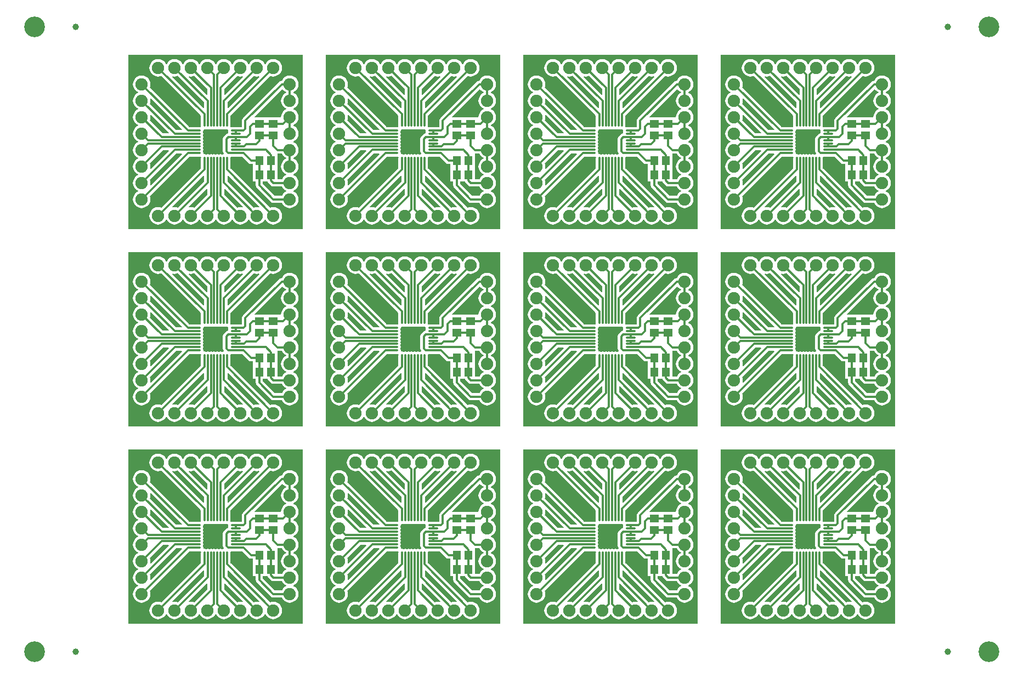
<source format=gtl>
%FSLAX24Y24*%
%MOIN*%
G70*
G01*
G75*
G04 Layer_Physical_Order=1*
G04 Layer_Color=255*
%ADD10R,0.0551X0.0472*%
%ADD11R,0.0472X0.0551*%
%ADD12O,0.0630X0.0118*%
%ADD13O,0.0118X0.0630*%
%ADD14C,0.0118*%
%ADD15C,0.0394*%
%ADD16C,0.1260*%
%ADD17C,0.0750*%
G36*
X17296Y2704D02*
X6704D01*
Y13296D01*
X17296D01*
Y2704D01*
D02*
G37*
%LPC*%
G36*
X15500Y13030D02*
X15363Y13011D01*
X15235Y12959D01*
X15126Y12874D01*
X15041Y12765D01*
X15025Y12725D01*
X14975D01*
X14959Y12765D01*
X14874Y12874D01*
X14765Y12959D01*
X14637Y13011D01*
X14500Y13030D01*
X14363Y13011D01*
X14235Y12959D01*
X14126Y12874D01*
X14041Y12765D01*
X14025Y12725D01*
X13975D01*
X13959Y12765D01*
X13874Y12874D01*
X13765Y12959D01*
X13637Y13011D01*
X13500Y13030D01*
X13363Y13011D01*
X13235Y12959D01*
X13126Y12874D01*
X13041Y12765D01*
X13025Y12725D01*
X12975D01*
X12959Y12765D01*
X12874Y12874D01*
X12765Y12959D01*
X12637Y13011D01*
X12500Y13030D01*
X12363Y13011D01*
X12235Y12959D01*
X12126Y12874D01*
X12041Y12765D01*
X12025Y12725D01*
X11975D01*
X11959Y12765D01*
X11874Y12874D01*
X11765Y12959D01*
X11637Y13011D01*
X11500Y13030D01*
X11363Y13011D01*
X11235Y12959D01*
X11126Y12874D01*
X11041Y12765D01*
X11025Y12725D01*
X10975D01*
X10959Y12765D01*
X10874Y12874D01*
X10765Y12959D01*
X10637Y13011D01*
X10500Y13030D01*
X10363Y13011D01*
X10235Y12959D01*
X10126Y12874D01*
X10041Y12765D01*
X10025Y12725D01*
X9975D01*
X9959Y12765D01*
X9874Y12874D01*
X9765Y12959D01*
X9637Y13011D01*
X9500Y13030D01*
X9363Y13011D01*
X9235Y12959D01*
X9126Y12874D01*
X9041Y12765D01*
X9025Y12725D01*
X8975D01*
X8959Y12765D01*
X8874Y12874D01*
X8765Y12959D01*
X8637Y13011D01*
X8500Y13030D01*
X8363Y13011D01*
X8235Y12959D01*
X8126Y12874D01*
X8041Y12765D01*
X7989Y12637D01*
X7970Y12500D01*
X7989Y12363D01*
X8041Y12235D01*
X8126Y12126D01*
X8235Y12041D01*
X8363Y11989D01*
X8500Y11970D01*
X8637Y11989D01*
X8689Y12010D01*
X11098Y9601D01*
Y9476D01*
Y9220D01*
Y8965D01*
X11105Y8931D01*
X11069Y8895D01*
X11035Y8902D01*
X10399D01*
X7990Y11311D01*
X8011Y11363D01*
X8030Y11500D01*
X8011Y11637D01*
X7959Y11765D01*
X7874Y11874D01*
X7765Y11959D01*
X7637Y12011D01*
X7500Y12030D01*
X7363Y12011D01*
X7235Y11959D01*
X7126Y11874D01*
X7041Y11765D01*
X6989Y11637D01*
X6970Y11500D01*
X6989Y11363D01*
X7041Y11235D01*
X7126Y11126D01*
X7235Y11041D01*
X7275Y11025D01*
Y10975D01*
X7235Y10959D01*
X7126Y10874D01*
X7041Y10765D01*
X6989Y10637D01*
X6970Y10500D01*
X6989Y10363D01*
X7041Y10235D01*
X7126Y10126D01*
X7235Y10041D01*
X7275Y10025D01*
Y9975D01*
X7235Y9959D01*
X7126Y9874D01*
X7041Y9765D01*
X6989Y9637D01*
X6970Y9500D01*
X6989Y9363D01*
X7041Y9235D01*
X7126Y9126D01*
X7235Y9041D01*
X7275Y9025D01*
Y8975D01*
X7235Y8959D01*
X7126Y8874D01*
X7041Y8765D01*
X6989Y8637D01*
X6970Y8500D01*
X6989Y8363D01*
X7041Y8235D01*
X7126Y8126D01*
X7235Y8041D01*
X7275Y8025D01*
Y7975D01*
X7235Y7959D01*
X7126Y7874D01*
X7041Y7765D01*
X6989Y7637D01*
X6970Y7500D01*
X6989Y7363D01*
X7041Y7235D01*
X7126Y7126D01*
X7235Y7041D01*
X7275Y7025D01*
Y6975D01*
X7235Y6959D01*
X7126Y6874D01*
X7041Y6765D01*
X6989Y6637D01*
X6970Y6500D01*
X6989Y6363D01*
X7041Y6235D01*
X7126Y6126D01*
X7235Y6041D01*
X7275Y6025D01*
Y5975D01*
X7235Y5959D01*
X7126Y5874D01*
X7041Y5765D01*
X6989Y5637D01*
X6970Y5500D01*
X6989Y5363D01*
X7041Y5235D01*
X7126Y5126D01*
X7235Y5041D01*
X7275Y5025D01*
Y4975D01*
X7235Y4959D01*
X7126Y4874D01*
X7041Y4765D01*
X6989Y4637D01*
X6970Y4500D01*
X6989Y4363D01*
X7041Y4235D01*
X7126Y4126D01*
X7235Y4041D01*
X7363Y3989D01*
X7500Y3970D01*
X7637Y3989D01*
X7765Y4041D01*
X7874Y4126D01*
X7959Y4235D01*
X8011Y4363D01*
X8030Y4500D01*
X8011Y4637D01*
X7990Y4689D01*
X10399Y7098D01*
X11035D01*
X11069Y7105D01*
X11105Y7069D01*
X11098Y7035D01*
Y6780D01*
Y6524D01*
Y6399D01*
X8689Y3990D01*
X8637Y4011D01*
X8500Y4030D01*
X8363Y4011D01*
X8235Y3959D01*
X8126Y3874D01*
X8041Y3765D01*
X7989Y3637D01*
X7970Y3500D01*
X7989Y3363D01*
X8041Y3235D01*
X8126Y3126D01*
X8235Y3041D01*
X8363Y2989D01*
X8500Y2970D01*
X8637Y2989D01*
X8765Y3041D01*
X8874Y3126D01*
X8959Y3235D01*
X8975Y3275D01*
X9025D01*
X9041Y3235D01*
X9126Y3126D01*
X9235Y3041D01*
X9363Y2989D01*
X9500Y2970D01*
X9637Y2989D01*
X9765Y3041D01*
X9874Y3126D01*
X9959Y3235D01*
X9975Y3275D01*
X10025D01*
X10041Y3235D01*
X10126Y3126D01*
X10235Y3041D01*
X10363Y2989D01*
X10500Y2970D01*
X10637Y2989D01*
X10765Y3041D01*
X10874Y3126D01*
X10959Y3235D01*
X10975Y3275D01*
X11025D01*
X11041Y3235D01*
X11126Y3126D01*
X11235Y3041D01*
X11363Y2989D01*
X11500Y2970D01*
X11637Y2989D01*
X11765Y3041D01*
X11874Y3126D01*
X11959Y3235D01*
X11975Y3275D01*
X12025D01*
X12041Y3235D01*
X12126Y3126D01*
X12235Y3041D01*
X12363Y2989D01*
X12500Y2970D01*
X12637Y2989D01*
X12765Y3041D01*
X12874Y3126D01*
X12959Y3235D01*
X12975Y3275D01*
X13025D01*
X13041Y3235D01*
X13126Y3126D01*
X13235Y3041D01*
X13363Y2989D01*
X13500Y2970D01*
X13637Y2989D01*
X13765Y3041D01*
X13874Y3126D01*
X13959Y3235D01*
X13975Y3275D01*
X14025D01*
X14041Y3235D01*
X14126Y3126D01*
X14235Y3041D01*
X14363Y2989D01*
X14500Y2970D01*
X14637Y2989D01*
X14765Y3041D01*
X14874Y3126D01*
X14959Y3235D01*
X14975Y3275D01*
X15025D01*
X15041Y3235D01*
X15126Y3126D01*
X15235Y3041D01*
X15363Y2989D01*
X15500Y2970D01*
X15637Y2989D01*
X15765Y3041D01*
X15874Y3126D01*
X15959Y3235D01*
X16011Y3363D01*
X16030Y3500D01*
X16011Y3637D01*
X15959Y3765D01*
X15874Y3874D01*
X15765Y3959D01*
X15637Y4011D01*
X15500Y4030D01*
X15363Y4011D01*
X15311Y3990D01*
X12902Y6399D01*
Y6780D01*
Y7035D01*
X12897Y7059D01*
X12929Y7098D01*
X13601D01*
X13989Y6709D01*
X13989Y6709D01*
X14058Y6663D01*
X14058Y6663D01*
X14058Y6663D01*
D01*
X14058Y6663D01*
X14058Y6663D01*
X14140Y6647D01*
X14140Y6647D01*
X14259D01*
Y6434D01*
X14259Y6434D01*
X14259Y6426D01*
X14259D01*
Y5574D01*
X14433D01*
Y5354D01*
X14433Y5354D01*
X14449Y5273D01*
X14495Y5204D01*
X15349Y4349D01*
X15349Y4349D01*
X15391Y4322D01*
X15418Y4303D01*
X15500Y4287D01*
X15500Y4287D01*
X16020D01*
X16041Y4235D01*
X16126Y4126D01*
X16235Y4041D01*
X16363Y3989D01*
X16500Y3970D01*
X16637Y3989D01*
X16765Y4041D01*
X16874Y4126D01*
X16959Y4235D01*
X17011Y4363D01*
X17030Y4500D01*
X17011Y4637D01*
X16959Y4765D01*
X16874Y4874D01*
X16765Y4959D01*
X16725Y4975D01*
Y5025D01*
X16765Y5041D01*
X16874Y5126D01*
X16959Y5235D01*
X17011Y5363D01*
X17030Y5500D01*
X17011Y5637D01*
X16959Y5765D01*
X16874Y5874D01*
X16765Y5959D01*
X16725Y5975D01*
Y6025D01*
X16765Y6041D01*
X16874Y6126D01*
X16959Y6235D01*
X17011Y6363D01*
X17030Y6500D01*
X17011Y6637D01*
X16959Y6765D01*
X16874Y6874D01*
X16765Y6959D01*
X16713Y6980D01*
Y7020D01*
X16765Y7041D01*
X16874Y7126D01*
X16959Y7235D01*
X17011Y7363D01*
X17030Y7500D01*
X17011Y7637D01*
X16959Y7765D01*
X16874Y7874D01*
X16765Y7959D01*
X16725Y7975D01*
Y8025D01*
X16765Y8041D01*
X16874Y8126D01*
X16959Y8235D01*
X17011Y8363D01*
X17030Y8500D01*
X17011Y8637D01*
X16959Y8765D01*
X16874Y8874D01*
X16765Y8959D01*
X16713Y8980D01*
Y9020D01*
X16765Y9041D01*
X16874Y9126D01*
X16959Y9235D01*
X17011Y9363D01*
X17030Y9500D01*
X17011Y9637D01*
X16959Y9765D01*
X16874Y9874D01*
X16765Y9959D01*
X16725Y9975D01*
Y10025D01*
X16765Y10041D01*
X16874Y10126D01*
X16959Y10235D01*
X17011Y10363D01*
X17030Y10500D01*
X17011Y10637D01*
X16959Y10765D01*
X16874Y10874D01*
X16765Y10959D01*
X16713Y10980D01*
Y11020D01*
X16765Y11041D01*
X16874Y11126D01*
X16959Y11235D01*
X17011Y11363D01*
X17030Y11500D01*
X17011Y11637D01*
X16959Y11765D01*
X16874Y11874D01*
X16765Y11959D01*
X16637Y12011D01*
X16500Y12030D01*
X16363Y12011D01*
X16235Y11959D01*
X16126Y11874D01*
X16041Y11765D01*
X16020Y11713D01*
X16020D01*
X16020Y11713D01*
X15938Y11697D01*
X15911Y11678D01*
X15869Y11651D01*
X15869Y11651D01*
X13649Y9431D01*
X13603Y9362D01*
X13587Y9280D01*
X13587Y9280D01*
Y8902D01*
X12965D01*
X12931Y8895D01*
X12895Y8931D01*
X12902Y8965D01*
Y9476D01*
Y9601D01*
X15311Y12010D01*
X15363Y11989D01*
X15500Y11970D01*
X15637Y11989D01*
X15765Y12041D01*
X15874Y12126D01*
X15959Y12235D01*
X16011Y12363D01*
X16030Y12500D01*
X16011Y12637D01*
X15959Y12765D01*
X15874Y12874D01*
X15765Y12959D01*
X15637Y13011D01*
X15500Y13030D01*
D02*
G37*
%LPD*%
G36*
X15157Y5564D02*
X15204Y5495D01*
X15349Y5349D01*
X15349Y5349D01*
X15418Y5303D01*
X15500Y5287D01*
X16020D01*
X16041Y5235D01*
X16126Y5126D01*
X16235Y5041D01*
X16275Y5025D01*
Y4975D01*
X16235Y4959D01*
X16126Y4874D01*
X16041Y4765D01*
X16020Y4713D01*
X15588D01*
X14859Y5443D01*
Y5574D01*
X15155D01*
X15157Y5564D01*
D02*
G37*
G36*
X9947Y7249D02*
X8059Y5360D01*
X8014Y5382D01*
X8030Y5500D01*
X8011Y5637D01*
X7990Y5689D01*
X9596Y7295D01*
X9928D01*
X9947Y7249D01*
D02*
G37*
G36*
X9144Y7445D02*
X8059Y6360D01*
X8014Y6382D01*
X8030Y6500D01*
X8011Y6637D01*
X7990Y6689D01*
X8793Y7492D01*
X9125D01*
X9144Y7445D01*
D02*
G37*
G36*
X13640Y4059D02*
X13618Y4014D01*
X13500Y4030D01*
X13363Y4011D01*
X13311Y3990D01*
X12508Y4793D01*
Y5125D01*
X12555Y5144D01*
X13640Y4059D01*
D02*
G37*
G36*
X11492Y5125D02*
Y4793D01*
X10689Y3990D01*
X10637Y4011D01*
X10500Y4030D01*
X10382Y4014D01*
X10360Y4059D01*
X11445Y5144D01*
X11492Y5125D01*
D02*
G37*
G36*
X11295Y5928D02*
Y5596D01*
X9689Y3990D01*
X9637Y4011D01*
X9500Y4030D01*
X9382Y4014D01*
X9360Y4059D01*
X11249Y5947D01*
X11295Y5928D01*
D02*
G37*
G36*
X14640Y4059D02*
X14618Y4014D01*
X14500Y4030D01*
X14363Y4011D01*
X14311Y3990D01*
X12705Y5596D01*
Y5928D01*
X12751Y5947D01*
X14640Y4059D01*
D02*
G37*
G36*
X16041Y7235D02*
X16126Y7126D01*
X16235Y7041D01*
X16275Y7025D01*
Y6975D01*
X16235Y6959D01*
X16126Y6874D01*
X16041Y6765D01*
X15989Y6637D01*
X15970Y6500D01*
X15989Y6363D01*
X16041Y6235D01*
X16126Y6126D01*
X16235Y6041D01*
X16275Y6025D01*
Y5975D01*
X16235Y5959D01*
X16126Y5874D01*
X16041Y5765D01*
X16020Y5713D01*
X15741D01*
Y6426D01*
D01*
Y6426D01*
X15741Y6426D01*
Y6434D01*
X15741D01*
Y7286D01*
X15741Y7286D01*
D01*
X15742Y7287D01*
X16020D01*
X16041Y7235D01*
D02*
G37*
G36*
X13363Y11989D02*
X13500Y11970D01*
X13618Y11986D01*
X13640Y11941D01*
X12555Y10856D01*
X12508Y10875D01*
Y11207D01*
X13311Y12010D01*
X13363Y11989D01*
D02*
G37*
G36*
X14363D02*
X14500Y11970D01*
X14618Y11986D01*
X14640Y11941D01*
X12751Y10053D01*
X12705Y10072D01*
Y10404D01*
X14311Y12010D01*
X14363Y11989D01*
D02*
G37*
G36*
X11492Y11207D02*
Y10875D01*
X11445Y10856D01*
X10360Y11941D01*
X10382Y11986D01*
X10500Y11970D01*
X10637Y11989D01*
X10689Y12010D01*
X11492Y11207D01*
D02*
G37*
G36*
X11295Y10404D02*
Y10072D01*
X11249Y10053D01*
X9360Y11941D01*
X9382Y11986D01*
X9500Y11970D01*
X9637Y11989D01*
X9689Y12010D01*
X11295Y10404D01*
D02*
G37*
G36*
X9947Y8751D02*
X9928Y8705D01*
X9596D01*
X7990Y10311D01*
X8011Y10363D01*
X8030Y10500D01*
X8014Y10618D01*
X8059Y10640D01*
X9947Y8751D01*
D02*
G37*
G36*
X9144Y8555D02*
X9125Y8508D01*
X8793D01*
X7990Y9311D01*
X8011Y9363D01*
X8030Y9500D01*
X8014Y9618D01*
X8059Y9640D01*
X9144Y8555D01*
D02*
G37*
G36*
X16071Y11197D02*
X16126Y11126D01*
X16235Y11041D01*
X16275Y11025D01*
Y10975D01*
X16235Y10959D01*
X16126Y10874D01*
X16041Y10765D01*
X15989Y10637D01*
X15970Y10500D01*
X15989Y10363D01*
X16041Y10235D01*
X16126Y10126D01*
X16235Y10041D01*
X16275Y10025D01*
Y9975D01*
X16235Y9959D01*
X16126Y9874D01*
X16041Y9765D01*
X15989Y9637D01*
X15970Y9500D01*
X15967Y9496D01*
X15926Y9491D01*
X15926Y9491D01*
X15926Y9491D01*
X15074D01*
D01*
D01*
X15074Y9491D01*
X15066D01*
Y9491D01*
X14377D01*
X14358Y9537D01*
X16021Y11200D01*
X16071Y11197D01*
D02*
G37*
G36*
X12607Y8768D02*
X12689Y8751D01*
X12723Y8758D01*
X12758Y8723D01*
X12751Y8689D01*
X12768Y8607D01*
X12779Y8591D01*
X12768Y8574D01*
X12754Y8506D01*
X12684Y8492D01*
X12615Y8446D01*
X12615Y8446D01*
X12489Y8321D01*
X12443Y8252D01*
X12427Y8170D01*
X12427Y8170D01*
Y7430D01*
X12427Y7430D01*
X12443Y7348D01*
X12483Y7289D01*
X12471Y7261D01*
X12450Y7240D01*
X12411Y7232D01*
X12394Y7221D01*
X12377Y7232D01*
X12295Y7249D01*
X12214Y7232D01*
X12197Y7221D01*
X12180Y7232D01*
X12098Y7249D01*
X12017Y7232D01*
X12000Y7221D01*
X11983Y7232D01*
X11902Y7249D01*
X11820Y7232D01*
X11803Y7221D01*
X11786Y7232D01*
X11705Y7249D01*
X11623Y7232D01*
X11606Y7221D01*
X11589Y7232D01*
X11508Y7249D01*
X11426Y7232D01*
X11409Y7221D01*
X11393Y7232D01*
X11311Y7249D01*
X11277Y7242D01*
X11242Y7277D01*
X11249Y7311D01*
X11232Y7393D01*
X11221Y7409D01*
X11232Y7426D01*
X11249Y7508D01*
X11232Y7589D01*
X11221Y7606D01*
X11232Y7623D01*
X11249Y7705D01*
X11232Y7786D01*
X11221Y7803D01*
X11232Y7820D01*
X11249Y7902D01*
X11232Y7983D01*
X11221Y8000D01*
X11232Y8017D01*
X11249Y8098D01*
X11232Y8180D01*
X11221Y8197D01*
X11232Y8214D01*
X11249Y8295D01*
X11232Y8377D01*
X11221Y8394D01*
X11232Y8411D01*
X11249Y8492D01*
X11232Y8574D01*
X11221Y8591D01*
X11232Y8607D01*
X11249Y8689D01*
X11242Y8723D01*
X11277Y8758D01*
X11311Y8751D01*
X11393Y8768D01*
X11409Y8779D01*
X11426Y8768D01*
X11508Y8751D01*
X11589Y8768D01*
X11606Y8779D01*
X11623Y8768D01*
X11705Y8751D01*
X11786Y8768D01*
X11803Y8779D01*
X11820Y8768D01*
X11902Y8751D01*
X11983Y8768D01*
X12000Y8779D01*
X12017Y8768D01*
X12098Y8751D01*
X12180Y8768D01*
X12197Y8779D01*
X12214Y8768D01*
X12295Y8751D01*
X12377Y8768D01*
X12394Y8779D01*
X12411Y8768D01*
X12492Y8751D01*
X12574Y8768D01*
X12591Y8779D01*
X12607Y8768D01*
D02*
G37*
G36*
X29296Y2704D02*
X18704D01*
Y13296D01*
X29296D01*
Y2704D01*
D02*
G37*
%LPC*%
G36*
X27500Y13030D02*
X27363Y13011D01*
X27235Y12959D01*
X27126Y12874D01*
X27041Y12765D01*
X27025Y12725D01*
X26975D01*
X26959Y12765D01*
X26874Y12874D01*
X26765Y12959D01*
X26637Y13011D01*
X26500Y13030D01*
X26363Y13011D01*
X26235Y12959D01*
X26126Y12874D01*
X26041Y12765D01*
X26025Y12725D01*
X25975D01*
X25959Y12765D01*
X25874Y12874D01*
X25765Y12959D01*
X25637Y13011D01*
X25500Y13030D01*
X25363Y13011D01*
X25235Y12959D01*
X25126Y12874D01*
X25041Y12765D01*
X25025Y12725D01*
X24975D01*
X24959Y12765D01*
X24874Y12874D01*
X24765Y12959D01*
X24637Y13011D01*
X24500Y13030D01*
X24363Y13011D01*
X24235Y12959D01*
X24126Y12874D01*
X24041Y12765D01*
X24025Y12725D01*
X23975D01*
X23959Y12765D01*
X23874Y12874D01*
X23765Y12959D01*
X23637Y13011D01*
X23500Y13030D01*
X23363Y13011D01*
X23235Y12959D01*
X23126Y12874D01*
X23041Y12765D01*
X23025Y12725D01*
X22975D01*
X22959Y12765D01*
X22874Y12874D01*
X22765Y12959D01*
X22637Y13011D01*
X22500Y13030D01*
X22363Y13011D01*
X22235Y12959D01*
X22126Y12874D01*
X22041Y12765D01*
X22025Y12725D01*
X21975D01*
X21959Y12765D01*
X21874Y12874D01*
X21765Y12959D01*
X21637Y13011D01*
X21500Y13030D01*
X21363Y13011D01*
X21235Y12959D01*
X21126Y12874D01*
X21041Y12765D01*
X21025Y12725D01*
X20975D01*
X20959Y12765D01*
X20874Y12874D01*
X20765Y12959D01*
X20637Y13011D01*
X20500Y13030D01*
X20363Y13011D01*
X20235Y12959D01*
X20126Y12874D01*
X20041Y12765D01*
X19989Y12637D01*
X19970Y12500D01*
X19989Y12363D01*
X20041Y12235D01*
X20126Y12126D01*
X20235Y12041D01*
X20363Y11989D01*
X20500Y11970D01*
X20637Y11989D01*
X20689Y12010D01*
X23098Y9601D01*
Y9476D01*
Y9220D01*
Y8965D01*
X23105Y8931D01*
X23069Y8895D01*
X23035Y8902D01*
X22399D01*
X19990Y11311D01*
X20011Y11363D01*
X20030Y11500D01*
X20011Y11637D01*
X19959Y11765D01*
X19874Y11874D01*
X19765Y11959D01*
X19637Y12011D01*
X19500Y12030D01*
X19363Y12011D01*
X19235Y11959D01*
X19126Y11874D01*
X19041Y11765D01*
X18989Y11637D01*
X18970Y11500D01*
X18989Y11363D01*
X19041Y11235D01*
X19126Y11126D01*
X19235Y11041D01*
X19275Y11025D01*
Y10975D01*
X19235Y10959D01*
X19126Y10874D01*
X19041Y10765D01*
X18989Y10637D01*
X18970Y10500D01*
X18989Y10363D01*
X19041Y10235D01*
X19126Y10126D01*
X19235Y10041D01*
X19275Y10025D01*
Y9975D01*
X19235Y9959D01*
X19126Y9874D01*
X19041Y9765D01*
X18989Y9637D01*
X18970Y9500D01*
X18989Y9363D01*
X19041Y9235D01*
X19126Y9126D01*
X19235Y9041D01*
X19275Y9025D01*
Y8975D01*
X19235Y8959D01*
X19126Y8874D01*
X19041Y8765D01*
X18989Y8637D01*
X18970Y8500D01*
X18989Y8363D01*
X19041Y8235D01*
X19126Y8126D01*
X19235Y8041D01*
X19275Y8025D01*
Y7975D01*
X19235Y7959D01*
X19126Y7874D01*
X19041Y7765D01*
X18989Y7637D01*
X18970Y7500D01*
X18989Y7363D01*
X19041Y7235D01*
X19126Y7126D01*
X19235Y7041D01*
X19275Y7025D01*
Y6975D01*
X19235Y6959D01*
X19126Y6874D01*
X19041Y6765D01*
X18989Y6637D01*
X18970Y6500D01*
X18989Y6363D01*
X19041Y6235D01*
X19126Y6126D01*
X19235Y6041D01*
X19275Y6025D01*
Y5975D01*
X19235Y5959D01*
X19126Y5874D01*
X19041Y5765D01*
X18989Y5637D01*
X18970Y5500D01*
X18989Y5363D01*
X19041Y5235D01*
X19126Y5126D01*
X19235Y5041D01*
X19275Y5025D01*
Y4975D01*
X19235Y4959D01*
X19126Y4874D01*
X19041Y4765D01*
X18989Y4637D01*
X18970Y4500D01*
X18989Y4363D01*
X19041Y4235D01*
X19126Y4126D01*
X19235Y4041D01*
X19363Y3989D01*
X19500Y3970D01*
X19637Y3989D01*
X19765Y4041D01*
X19874Y4126D01*
X19959Y4235D01*
X20011Y4363D01*
X20030Y4500D01*
X20011Y4637D01*
X19990Y4689D01*
X22399Y7098D01*
X23035D01*
X23069Y7105D01*
X23105Y7069D01*
X23098Y7035D01*
Y6780D01*
Y6524D01*
Y6399D01*
X20689Y3990D01*
X20637Y4011D01*
X20500Y4030D01*
X20363Y4011D01*
X20235Y3959D01*
X20126Y3874D01*
X20041Y3765D01*
X19989Y3637D01*
X19970Y3500D01*
X19989Y3363D01*
X20041Y3235D01*
X20126Y3126D01*
X20235Y3041D01*
X20363Y2989D01*
X20500Y2970D01*
X20637Y2989D01*
X20765Y3041D01*
X20874Y3126D01*
X20959Y3235D01*
X20975Y3275D01*
X21025D01*
X21041Y3235D01*
X21126Y3126D01*
X21235Y3041D01*
X21363Y2989D01*
X21500Y2970D01*
X21637Y2989D01*
X21765Y3041D01*
X21874Y3126D01*
X21959Y3235D01*
X21975Y3275D01*
X22025D01*
X22041Y3235D01*
X22126Y3126D01*
X22235Y3041D01*
X22363Y2989D01*
X22500Y2970D01*
X22637Y2989D01*
X22765Y3041D01*
X22874Y3126D01*
X22959Y3235D01*
X22975Y3275D01*
X23025D01*
X23041Y3235D01*
X23126Y3126D01*
X23235Y3041D01*
X23363Y2989D01*
X23500Y2970D01*
X23637Y2989D01*
X23765Y3041D01*
X23874Y3126D01*
X23959Y3235D01*
X23975Y3275D01*
X24025D01*
X24041Y3235D01*
X24126Y3126D01*
X24235Y3041D01*
X24363Y2989D01*
X24500Y2970D01*
X24637Y2989D01*
X24765Y3041D01*
X24874Y3126D01*
X24959Y3235D01*
X24975Y3275D01*
X25025D01*
X25041Y3235D01*
X25126Y3126D01*
X25235Y3041D01*
X25363Y2989D01*
X25500Y2970D01*
X25637Y2989D01*
X25765Y3041D01*
X25874Y3126D01*
X25959Y3235D01*
X25975Y3275D01*
X26025D01*
X26041Y3235D01*
X26126Y3126D01*
X26235Y3041D01*
X26363Y2989D01*
X26500Y2970D01*
X26637Y2989D01*
X26765Y3041D01*
X26874Y3126D01*
X26959Y3235D01*
X26975Y3275D01*
X27025D01*
X27041Y3235D01*
X27126Y3126D01*
X27235Y3041D01*
X27363Y2989D01*
X27500Y2970D01*
X27637Y2989D01*
X27765Y3041D01*
X27874Y3126D01*
X27959Y3235D01*
X28011Y3363D01*
X28030Y3500D01*
X28011Y3637D01*
X27959Y3765D01*
X27874Y3874D01*
X27765Y3959D01*
X27637Y4011D01*
X27500Y4030D01*
X27363Y4011D01*
X27311Y3990D01*
X24902Y6399D01*
Y6780D01*
Y7035D01*
X24897Y7059D01*
X24929Y7098D01*
X25601D01*
X25989Y6709D01*
X25989Y6709D01*
X26058Y6663D01*
X26058Y6663D01*
X26058Y6663D01*
D01*
X26058Y6663D01*
X26058Y6663D01*
X26140Y6647D01*
X26140Y6647D01*
X26259D01*
Y6434D01*
X26259Y6434D01*
X26259Y6426D01*
X26259D01*
Y5574D01*
X26433D01*
Y5354D01*
X26433Y5354D01*
X26449Y5273D01*
X26495Y5204D01*
X27349Y4349D01*
X27349Y4349D01*
X27391Y4322D01*
X27418Y4303D01*
X27500Y4287D01*
X27500Y4287D01*
X28020D01*
X28041Y4235D01*
X28126Y4126D01*
X28235Y4041D01*
X28363Y3989D01*
X28500Y3970D01*
X28637Y3989D01*
X28765Y4041D01*
X28874Y4126D01*
X28959Y4235D01*
X29011Y4363D01*
X29030Y4500D01*
X29011Y4637D01*
X28959Y4765D01*
X28874Y4874D01*
X28765Y4959D01*
X28725Y4975D01*
Y5025D01*
X28765Y5041D01*
X28874Y5126D01*
X28959Y5235D01*
X29011Y5363D01*
X29030Y5500D01*
X29011Y5637D01*
X28959Y5765D01*
X28874Y5874D01*
X28765Y5959D01*
X28725Y5975D01*
Y6025D01*
X28765Y6041D01*
X28874Y6126D01*
X28959Y6235D01*
X29011Y6363D01*
X29030Y6500D01*
X29011Y6637D01*
X28959Y6765D01*
X28874Y6874D01*
X28765Y6959D01*
X28713Y6980D01*
Y7020D01*
X28765Y7041D01*
X28874Y7126D01*
X28959Y7235D01*
X29011Y7363D01*
X29030Y7500D01*
X29011Y7637D01*
X28959Y7765D01*
X28874Y7874D01*
X28765Y7959D01*
X28725Y7975D01*
Y8025D01*
X28765Y8041D01*
X28874Y8126D01*
X28959Y8235D01*
X29011Y8363D01*
X29030Y8500D01*
X29011Y8637D01*
X28959Y8765D01*
X28874Y8874D01*
X28765Y8959D01*
X28713Y8980D01*
Y9020D01*
X28765Y9041D01*
X28874Y9126D01*
X28959Y9235D01*
X29011Y9363D01*
X29030Y9500D01*
X29011Y9637D01*
X28959Y9765D01*
X28874Y9874D01*
X28765Y9959D01*
X28725Y9975D01*
Y10025D01*
X28765Y10041D01*
X28874Y10126D01*
X28959Y10235D01*
X29011Y10363D01*
X29030Y10500D01*
X29011Y10637D01*
X28959Y10765D01*
X28874Y10874D01*
X28765Y10959D01*
X28713Y10980D01*
Y11020D01*
X28765Y11041D01*
X28874Y11126D01*
X28959Y11235D01*
X29011Y11363D01*
X29030Y11500D01*
X29011Y11637D01*
X28959Y11765D01*
X28874Y11874D01*
X28765Y11959D01*
X28637Y12011D01*
X28500Y12030D01*
X28363Y12011D01*
X28235Y11959D01*
X28126Y11874D01*
X28041Y11765D01*
X28020Y11713D01*
X28020D01*
X28020Y11713D01*
X27938Y11697D01*
X27911Y11678D01*
X27869Y11651D01*
X27869Y11651D01*
X25649Y9431D01*
X25603Y9362D01*
X25587Y9280D01*
X25587Y9280D01*
Y8902D01*
X24965D01*
X24931Y8895D01*
X24895Y8931D01*
X24902Y8965D01*
Y9476D01*
Y9601D01*
X27311Y12010D01*
X27363Y11989D01*
X27500Y11970D01*
X27637Y11989D01*
X27765Y12041D01*
X27874Y12126D01*
X27959Y12235D01*
X28011Y12363D01*
X28030Y12500D01*
X28011Y12637D01*
X27959Y12765D01*
X27874Y12874D01*
X27765Y12959D01*
X27637Y13011D01*
X27500Y13030D01*
D02*
G37*
%LPD*%
G36*
X27157Y5564D02*
X27204Y5495D01*
X27349Y5349D01*
X27349Y5349D01*
X27418Y5303D01*
X27500Y5287D01*
X28020D01*
X28041Y5235D01*
X28126Y5126D01*
X28235Y5041D01*
X28275Y5025D01*
Y4975D01*
X28235Y4959D01*
X28126Y4874D01*
X28041Y4765D01*
X28020Y4713D01*
X27588D01*
X26859Y5443D01*
Y5574D01*
X27155D01*
X27157Y5564D01*
D02*
G37*
G36*
X21947Y7249D02*
X20059Y5360D01*
X20014Y5382D01*
X20030Y5500D01*
X20011Y5637D01*
X19990Y5689D01*
X21596Y7295D01*
X21928D01*
X21947Y7249D01*
D02*
G37*
G36*
X21144Y7445D02*
X20059Y6360D01*
X20014Y6382D01*
X20030Y6500D01*
X20011Y6637D01*
X19990Y6689D01*
X20793Y7492D01*
X21125D01*
X21144Y7445D01*
D02*
G37*
G36*
X25640Y4059D02*
X25618Y4014D01*
X25500Y4030D01*
X25363Y4011D01*
X25311Y3990D01*
X24508Y4793D01*
Y5125D01*
X24555Y5144D01*
X25640Y4059D01*
D02*
G37*
G36*
X23492Y5125D02*
Y4793D01*
X22689Y3990D01*
X22637Y4011D01*
X22500Y4030D01*
X22382Y4014D01*
X22360Y4059D01*
X23445Y5144D01*
X23492Y5125D01*
D02*
G37*
G36*
X23295Y5928D02*
Y5596D01*
X21689Y3990D01*
X21637Y4011D01*
X21500Y4030D01*
X21382Y4014D01*
X21360Y4059D01*
X23249Y5947D01*
X23295Y5928D01*
D02*
G37*
G36*
X26640Y4059D02*
X26618Y4014D01*
X26500Y4030D01*
X26363Y4011D01*
X26311Y3990D01*
X24705Y5596D01*
Y5928D01*
X24751Y5947D01*
X26640Y4059D01*
D02*
G37*
G36*
X28041Y7235D02*
X28126Y7126D01*
X28235Y7041D01*
X28275Y7025D01*
Y6975D01*
X28235Y6959D01*
X28126Y6874D01*
X28041Y6765D01*
X27989Y6637D01*
X27970Y6500D01*
X27989Y6363D01*
X28041Y6235D01*
X28126Y6126D01*
X28235Y6041D01*
X28275Y6025D01*
Y5975D01*
X28235Y5959D01*
X28126Y5874D01*
X28041Y5765D01*
X28020Y5713D01*
X27741D01*
Y6426D01*
D01*
Y6426D01*
X27741Y6426D01*
Y6434D01*
X27741D01*
Y7286D01*
X27741Y7286D01*
D01*
X27742Y7287D01*
X28020D01*
X28041Y7235D01*
D02*
G37*
G36*
X25363Y11989D02*
X25500Y11970D01*
X25618Y11986D01*
X25640Y11941D01*
X24555Y10856D01*
X24508Y10875D01*
Y11207D01*
X25311Y12010D01*
X25363Y11989D01*
D02*
G37*
G36*
X26363D02*
X26500Y11970D01*
X26618Y11986D01*
X26640Y11941D01*
X24751Y10053D01*
X24705Y10072D01*
Y10404D01*
X26311Y12010D01*
X26363Y11989D01*
D02*
G37*
G36*
X23492Y11207D02*
Y10875D01*
X23445Y10856D01*
X22360Y11941D01*
X22382Y11986D01*
X22500Y11970D01*
X22637Y11989D01*
X22689Y12010D01*
X23492Y11207D01*
D02*
G37*
G36*
X23295Y10404D02*
Y10072D01*
X23249Y10053D01*
X21360Y11941D01*
X21382Y11986D01*
X21500Y11970D01*
X21637Y11989D01*
X21689Y12010D01*
X23295Y10404D01*
D02*
G37*
G36*
X21947Y8751D02*
X21928Y8705D01*
X21596D01*
X19990Y10311D01*
X20011Y10363D01*
X20030Y10500D01*
X20014Y10618D01*
X20059Y10640D01*
X21947Y8751D01*
D02*
G37*
G36*
X21144Y8555D02*
X21125Y8508D01*
X20793D01*
X19990Y9311D01*
X20011Y9363D01*
X20030Y9500D01*
X20014Y9618D01*
X20059Y9640D01*
X21144Y8555D01*
D02*
G37*
G36*
X28071Y11197D02*
X28126Y11126D01*
X28235Y11041D01*
X28275Y11025D01*
Y10975D01*
X28235Y10959D01*
X28126Y10874D01*
X28041Y10765D01*
X27989Y10637D01*
X27970Y10500D01*
X27989Y10363D01*
X28041Y10235D01*
X28126Y10126D01*
X28235Y10041D01*
X28275Y10025D01*
Y9975D01*
X28235Y9959D01*
X28126Y9874D01*
X28041Y9765D01*
X27989Y9637D01*
X27970Y9500D01*
X27967Y9496D01*
X27926Y9491D01*
X27926Y9491D01*
X27926Y9491D01*
X27074D01*
D01*
D01*
X27074Y9491D01*
X27066D01*
Y9491D01*
X26377D01*
X26358Y9537D01*
X28021Y11200D01*
X28071Y11197D01*
D02*
G37*
G36*
X24607Y8768D02*
X24689Y8751D01*
X24723Y8758D01*
X24758Y8723D01*
X24751Y8689D01*
X24768Y8607D01*
X24779Y8591D01*
X24768Y8574D01*
X24754Y8506D01*
X24684Y8492D01*
X24615Y8446D01*
X24615Y8446D01*
X24489Y8321D01*
X24443Y8252D01*
X24427Y8170D01*
X24427Y8170D01*
Y7430D01*
X24427Y7430D01*
X24443Y7348D01*
X24483Y7289D01*
X24471Y7261D01*
X24450Y7240D01*
X24411Y7232D01*
X24394Y7221D01*
X24377Y7232D01*
X24295Y7249D01*
X24214Y7232D01*
X24197Y7221D01*
X24180Y7232D01*
X24098Y7249D01*
X24017Y7232D01*
X24000Y7221D01*
X23983Y7232D01*
X23902Y7249D01*
X23820Y7232D01*
X23803Y7221D01*
X23786Y7232D01*
X23705Y7249D01*
X23623Y7232D01*
X23606Y7221D01*
X23589Y7232D01*
X23508Y7249D01*
X23426Y7232D01*
X23409Y7221D01*
X23393Y7232D01*
X23311Y7249D01*
X23277Y7242D01*
X23242Y7277D01*
X23249Y7311D01*
X23232Y7393D01*
X23221Y7409D01*
X23232Y7426D01*
X23249Y7508D01*
X23232Y7589D01*
X23221Y7606D01*
X23232Y7623D01*
X23249Y7705D01*
X23232Y7786D01*
X23221Y7803D01*
X23232Y7820D01*
X23249Y7902D01*
X23232Y7983D01*
X23221Y8000D01*
X23232Y8017D01*
X23249Y8098D01*
X23232Y8180D01*
X23221Y8197D01*
X23232Y8214D01*
X23249Y8295D01*
X23232Y8377D01*
X23221Y8394D01*
X23232Y8411D01*
X23249Y8492D01*
X23232Y8574D01*
X23221Y8591D01*
X23232Y8607D01*
X23249Y8689D01*
X23242Y8723D01*
X23277Y8758D01*
X23311Y8751D01*
X23393Y8768D01*
X23409Y8779D01*
X23426Y8768D01*
X23508Y8751D01*
X23589Y8768D01*
X23606Y8779D01*
X23623Y8768D01*
X23705Y8751D01*
X23786Y8768D01*
X23803Y8779D01*
X23820Y8768D01*
X23902Y8751D01*
X23983Y8768D01*
X24000Y8779D01*
X24017Y8768D01*
X24098Y8751D01*
X24180Y8768D01*
X24197Y8779D01*
X24214Y8768D01*
X24295Y8751D01*
X24377Y8768D01*
X24394Y8779D01*
X24411Y8768D01*
X24492Y8751D01*
X24574Y8768D01*
X24591Y8779D01*
X24607Y8768D01*
D02*
G37*
G36*
X41296Y2704D02*
X30704D01*
Y13296D01*
X41296D01*
Y2704D01*
D02*
G37*
%LPC*%
G36*
X39500Y13030D02*
X39363Y13011D01*
X39235Y12959D01*
X39126Y12874D01*
X39041Y12765D01*
X39025Y12725D01*
X38975D01*
X38959Y12765D01*
X38874Y12874D01*
X38765Y12959D01*
X38637Y13011D01*
X38500Y13030D01*
X38363Y13011D01*
X38235Y12959D01*
X38126Y12874D01*
X38041Y12765D01*
X38025Y12725D01*
X37975D01*
X37959Y12765D01*
X37874Y12874D01*
X37765Y12959D01*
X37637Y13011D01*
X37500Y13030D01*
X37363Y13011D01*
X37235Y12959D01*
X37126Y12874D01*
X37041Y12765D01*
X37025Y12725D01*
X36975D01*
X36959Y12765D01*
X36874Y12874D01*
X36765Y12959D01*
X36637Y13011D01*
X36500Y13030D01*
X36363Y13011D01*
X36235Y12959D01*
X36126Y12874D01*
X36041Y12765D01*
X36025Y12725D01*
X35975D01*
X35959Y12765D01*
X35874Y12874D01*
X35765Y12959D01*
X35637Y13011D01*
X35500Y13030D01*
X35363Y13011D01*
X35235Y12959D01*
X35126Y12874D01*
X35041Y12765D01*
X35025Y12725D01*
X34975D01*
X34959Y12765D01*
X34874Y12874D01*
X34765Y12959D01*
X34637Y13011D01*
X34500Y13030D01*
X34363Y13011D01*
X34235Y12959D01*
X34126Y12874D01*
X34041Y12765D01*
X34025Y12725D01*
X33975D01*
X33959Y12765D01*
X33874Y12874D01*
X33765Y12959D01*
X33637Y13011D01*
X33500Y13030D01*
X33363Y13011D01*
X33235Y12959D01*
X33126Y12874D01*
X33041Y12765D01*
X33025Y12725D01*
X32975D01*
X32959Y12765D01*
X32874Y12874D01*
X32765Y12959D01*
X32637Y13011D01*
X32500Y13030D01*
X32363Y13011D01*
X32235Y12959D01*
X32126Y12874D01*
X32041Y12765D01*
X31989Y12637D01*
X31970Y12500D01*
X31989Y12363D01*
X32041Y12235D01*
X32126Y12126D01*
X32235Y12041D01*
X32363Y11989D01*
X32500Y11970D01*
X32637Y11989D01*
X32689Y12010D01*
X35098Y9601D01*
Y9476D01*
Y9220D01*
Y8965D01*
X35105Y8931D01*
X35069Y8895D01*
X35035Y8902D01*
X34399D01*
X31990Y11311D01*
X32011Y11363D01*
X32030Y11500D01*
X32011Y11637D01*
X31959Y11765D01*
X31874Y11874D01*
X31765Y11959D01*
X31637Y12011D01*
X31500Y12030D01*
X31363Y12011D01*
X31235Y11959D01*
X31126Y11874D01*
X31041Y11765D01*
X30989Y11637D01*
X30970Y11500D01*
X30989Y11363D01*
X31041Y11235D01*
X31126Y11126D01*
X31235Y11041D01*
X31275Y11025D01*
Y10975D01*
X31235Y10959D01*
X31126Y10874D01*
X31041Y10765D01*
X30989Y10637D01*
X30970Y10500D01*
X30989Y10363D01*
X31041Y10235D01*
X31126Y10126D01*
X31235Y10041D01*
X31275Y10025D01*
Y9975D01*
X31235Y9959D01*
X31126Y9874D01*
X31041Y9765D01*
X30989Y9637D01*
X30970Y9500D01*
X30989Y9363D01*
X31041Y9235D01*
X31126Y9126D01*
X31235Y9041D01*
X31275Y9025D01*
Y8975D01*
X31235Y8959D01*
X31126Y8874D01*
X31041Y8765D01*
X30989Y8637D01*
X30970Y8500D01*
X30989Y8363D01*
X31041Y8235D01*
X31126Y8126D01*
X31235Y8041D01*
X31275Y8025D01*
Y7975D01*
X31235Y7959D01*
X31126Y7874D01*
X31041Y7765D01*
X30989Y7637D01*
X30970Y7500D01*
X30989Y7363D01*
X31041Y7235D01*
X31126Y7126D01*
X31235Y7041D01*
X31275Y7025D01*
Y6975D01*
X31235Y6959D01*
X31126Y6874D01*
X31041Y6765D01*
X30989Y6637D01*
X30970Y6500D01*
X30989Y6363D01*
X31041Y6235D01*
X31126Y6126D01*
X31235Y6041D01*
X31275Y6025D01*
Y5975D01*
X31235Y5959D01*
X31126Y5874D01*
X31041Y5765D01*
X30989Y5637D01*
X30970Y5500D01*
X30989Y5363D01*
X31041Y5235D01*
X31126Y5126D01*
X31235Y5041D01*
X31275Y5025D01*
Y4975D01*
X31235Y4959D01*
X31126Y4874D01*
X31041Y4765D01*
X30989Y4637D01*
X30970Y4500D01*
X30989Y4363D01*
X31041Y4235D01*
X31126Y4126D01*
X31235Y4041D01*
X31363Y3989D01*
X31500Y3970D01*
X31637Y3989D01*
X31765Y4041D01*
X31874Y4126D01*
X31959Y4235D01*
X32011Y4363D01*
X32030Y4500D01*
X32011Y4637D01*
X31990Y4689D01*
X34399Y7098D01*
X35035D01*
X35069Y7105D01*
X35105Y7069D01*
X35098Y7035D01*
Y6780D01*
Y6524D01*
Y6399D01*
X32689Y3990D01*
X32637Y4011D01*
X32500Y4030D01*
X32363Y4011D01*
X32235Y3959D01*
X32126Y3874D01*
X32041Y3765D01*
X31989Y3637D01*
X31970Y3500D01*
X31989Y3363D01*
X32041Y3235D01*
X32126Y3126D01*
X32235Y3041D01*
X32363Y2989D01*
X32500Y2970D01*
X32637Y2989D01*
X32765Y3041D01*
X32874Y3126D01*
X32959Y3235D01*
X32975Y3275D01*
X33025D01*
X33041Y3235D01*
X33126Y3126D01*
X33235Y3041D01*
X33363Y2989D01*
X33500Y2970D01*
X33637Y2989D01*
X33765Y3041D01*
X33874Y3126D01*
X33959Y3235D01*
X33975Y3275D01*
X34025D01*
X34041Y3235D01*
X34126Y3126D01*
X34235Y3041D01*
X34363Y2989D01*
X34500Y2970D01*
X34637Y2989D01*
X34765Y3041D01*
X34874Y3126D01*
X34959Y3235D01*
X34975Y3275D01*
X35025D01*
X35041Y3235D01*
X35126Y3126D01*
X35235Y3041D01*
X35363Y2989D01*
X35500Y2970D01*
X35637Y2989D01*
X35765Y3041D01*
X35874Y3126D01*
X35959Y3235D01*
X35975Y3275D01*
X36025D01*
X36041Y3235D01*
X36126Y3126D01*
X36235Y3041D01*
X36363Y2989D01*
X36500Y2970D01*
X36637Y2989D01*
X36765Y3041D01*
X36874Y3126D01*
X36959Y3235D01*
X36975Y3275D01*
X37025D01*
X37041Y3235D01*
X37126Y3126D01*
X37235Y3041D01*
X37363Y2989D01*
X37500Y2970D01*
X37637Y2989D01*
X37765Y3041D01*
X37874Y3126D01*
X37959Y3235D01*
X37975Y3275D01*
X38025D01*
X38041Y3235D01*
X38126Y3126D01*
X38235Y3041D01*
X38363Y2989D01*
X38500Y2970D01*
X38637Y2989D01*
X38765Y3041D01*
X38874Y3126D01*
X38959Y3235D01*
X38975Y3275D01*
X39025D01*
X39041Y3235D01*
X39126Y3126D01*
X39235Y3041D01*
X39363Y2989D01*
X39500Y2970D01*
X39637Y2989D01*
X39765Y3041D01*
X39874Y3126D01*
X39959Y3235D01*
X40011Y3363D01*
X40030Y3500D01*
X40011Y3637D01*
X39959Y3765D01*
X39874Y3874D01*
X39765Y3959D01*
X39637Y4011D01*
X39500Y4030D01*
X39363Y4011D01*
X39311Y3990D01*
X36902Y6399D01*
Y6780D01*
Y7035D01*
X36897Y7059D01*
X36929Y7098D01*
X37601D01*
X37989Y6709D01*
X37989Y6709D01*
X38058Y6663D01*
X38058Y6663D01*
X38058Y6663D01*
D01*
X38058Y6663D01*
X38058Y6663D01*
X38140Y6647D01*
X38140Y6647D01*
X38259D01*
Y6434D01*
X38259Y6434D01*
X38259Y6426D01*
X38259D01*
Y5574D01*
X38433D01*
Y5354D01*
X38433Y5354D01*
X38449Y5273D01*
X38495Y5204D01*
X39349Y4349D01*
X39349Y4349D01*
X39391Y4322D01*
X39418Y4303D01*
X39500Y4287D01*
X39500Y4287D01*
X40020D01*
X40041Y4235D01*
X40126Y4126D01*
X40235Y4041D01*
X40363Y3989D01*
X40500Y3970D01*
X40637Y3989D01*
X40765Y4041D01*
X40874Y4126D01*
X40959Y4235D01*
X41011Y4363D01*
X41030Y4500D01*
X41011Y4637D01*
X40959Y4765D01*
X40874Y4874D01*
X40765Y4959D01*
X40725Y4975D01*
Y5025D01*
X40765Y5041D01*
X40874Y5126D01*
X40959Y5235D01*
X41011Y5363D01*
X41030Y5500D01*
X41011Y5637D01*
X40959Y5765D01*
X40874Y5874D01*
X40765Y5959D01*
X40725Y5975D01*
Y6025D01*
X40765Y6041D01*
X40874Y6126D01*
X40959Y6235D01*
X41011Y6363D01*
X41030Y6500D01*
X41011Y6637D01*
X40959Y6765D01*
X40874Y6874D01*
X40765Y6959D01*
X40713Y6980D01*
Y7020D01*
X40765Y7041D01*
X40874Y7126D01*
X40959Y7235D01*
X41011Y7363D01*
X41030Y7500D01*
X41011Y7637D01*
X40959Y7765D01*
X40874Y7874D01*
X40765Y7959D01*
X40725Y7975D01*
Y8025D01*
X40765Y8041D01*
X40874Y8126D01*
X40959Y8235D01*
X41011Y8363D01*
X41030Y8500D01*
X41011Y8637D01*
X40959Y8765D01*
X40874Y8874D01*
X40765Y8959D01*
X40713Y8980D01*
Y9020D01*
X40765Y9041D01*
X40874Y9126D01*
X40959Y9235D01*
X41011Y9363D01*
X41030Y9500D01*
X41011Y9637D01*
X40959Y9765D01*
X40874Y9874D01*
X40765Y9959D01*
X40725Y9975D01*
Y10025D01*
X40765Y10041D01*
X40874Y10126D01*
X40959Y10235D01*
X41011Y10363D01*
X41030Y10500D01*
X41011Y10637D01*
X40959Y10765D01*
X40874Y10874D01*
X40765Y10959D01*
X40713Y10980D01*
Y11020D01*
X40765Y11041D01*
X40874Y11126D01*
X40959Y11235D01*
X41011Y11363D01*
X41030Y11500D01*
X41011Y11637D01*
X40959Y11765D01*
X40874Y11874D01*
X40765Y11959D01*
X40637Y12011D01*
X40500Y12030D01*
X40363Y12011D01*
X40235Y11959D01*
X40126Y11874D01*
X40041Y11765D01*
X40020Y11713D01*
X40020D01*
X40020Y11713D01*
X39938Y11697D01*
X39911Y11678D01*
X39869Y11651D01*
X39869Y11651D01*
X37649Y9431D01*
X37603Y9362D01*
X37587Y9280D01*
X37587Y9280D01*
Y8902D01*
X36965D01*
X36931Y8895D01*
X36895Y8931D01*
X36902Y8965D01*
Y9476D01*
Y9601D01*
X39311Y12010D01*
X39363Y11989D01*
X39500Y11970D01*
X39637Y11989D01*
X39765Y12041D01*
X39874Y12126D01*
X39959Y12235D01*
X40011Y12363D01*
X40030Y12500D01*
X40011Y12637D01*
X39959Y12765D01*
X39874Y12874D01*
X39765Y12959D01*
X39637Y13011D01*
X39500Y13030D01*
D02*
G37*
%LPD*%
G36*
X39157Y5564D02*
X39204Y5495D01*
X39349Y5349D01*
X39349Y5349D01*
X39418Y5303D01*
X39500Y5287D01*
X40020D01*
X40041Y5235D01*
X40126Y5126D01*
X40235Y5041D01*
X40275Y5025D01*
Y4975D01*
X40235Y4959D01*
X40126Y4874D01*
X40041Y4765D01*
X40020Y4713D01*
X39588D01*
X38859Y5443D01*
Y5574D01*
X39155D01*
X39157Y5564D01*
D02*
G37*
G36*
X33947Y7249D02*
X32059Y5360D01*
X32014Y5382D01*
X32030Y5500D01*
X32011Y5637D01*
X31990Y5689D01*
X33596Y7295D01*
X33928D01*
X33947Y7249D01*
D02*
G37*
G36*
X33144Y7445D02*
X32059Y6360D01*
X32014Y6382D01*
X32030Y6500D01*
X32011Y6637D01*
X31990Y6689D01*
X32793Y7492D01*
X33125D01*
X33144Y7445D01*
D02*
G37*
G36*
X37640Y4059D02*
X37618Y4014D01*
X37500Y4030D01*
X37363Y4011D01*
X37311Y3990D01*
X36508Y4793D01*
Y5125D01*
X36555Y5144D01*
X37640Y4059D01*
D02*
G37*
G36*
X35492Y5125D02*
Y4793D01*
X34689Y3990D01*
X34637Y4011D01*
X34500Y4030D01*
X34382Y4014D01*
X34360Y4059D01*
X35445Y5144D01*
X35492Y5125D01*
D02*
G37*
G36*
X35295Y5928D02*
Y5596D01*
X33689Y3990D01*
X33637Y4011D01*
X33500Y4030D01*
X33382Y4014D01*
X33360Y4059D01*
X35249Y5947D01*
X35295Y5928D01*
D02*
G37*
G36*
X38640Y4059D02*
X38618Y4014D01*
X38500Y4030D01*
X38363Y4011D01*
X38311Y3990D01*
X36705Y5596D01*
Y5928D01*
X36751Y5947D01*
X38640Y4059D01*
D02*
G37*
G36*
X40041Y7235D02*
X40126Y7126D01*
X40235Y7041D01*
X40275Y7025D01*
Y6975D01*
X40235Y6959D01*
X40126Y6874D01*
X40041Y6765D01*
X39989Y6637D01*
X39970Y6500D01*
X39989Y6363D01*
X40041Y6235D01*
X40126Y6126D01*
X40235Y6041D01*
X40275Y6025D01*
Y5975D01*
X40235Y5959D01*
X40126Y5874D01*
X40041Y5765D01*
X40020Y5713D01*
X39741D01*
Y6426D01*
D01*
Y6426D01*
X39741Y6426D01*
Y6434D01*
X39741D01*
Y7286D01*
X39741Y7286D01*
D01*
X39742Y7287D01*
X40020D01*
X40041Y7235D01*
D02*
G37*
G36*
X37363Y11989D02*
X37500Y11970D01*
X37618Y11986D01*
X37640Y11941D01*
X36555Y10856D01*
X36508Y10875D01*
Y11207D01*
X37311Y12010D01*
X37363Y11989D01*
D02*
G37*
G36*
X38363D02*
X38500Y11970D01*
X38618Y11986D01*
X38640Y11941D01*
X36751Y10053D01*
X36705Y10072D01*
Y10404D01*
X38311Y12010D01*
X38363Y11989D01*
D02*
G37*
G36*
X35492Y11207D02*
Y10875D01*
X35445Y10856D01*
X34360Y11941D01*
X34382Y11986D01*
X34500Y11970D01*
X34637Y11989D01*
X34689Y12010D01*
X35492Y11207D01*
D02*
G37*
G36*
X35295Y10404D02*
Y10072D01*
X35249Y10053D01*
X33360Y11941D01*
X33382Y11986D01*
X33500Y11970D01*
X33637Y11989D01*
X33689Y12010D01*
X35295Y10404D01*
D02*
G37*
G36*
X33947Y8751D02*
X33928Y8705D01*
X33596D01*
X31990Y10311D01*
X32011Y10363D01*
X32030Y10500D01*
X32014Y10618D01*
X32059Y10640D01*
X33947Y8751D01*
D02*
G37*
G36*
X33144Y8555D02*
X33125Y8508D01*
X32793D01*
X31990Y9311D01*
X32011Y9363D01*
X32030Y9500D01*
X32014Y9618D01*
X32059Y9640D01*
X33144Y8555D01*
D02*
G37*
G36*
X40071Y11197D02*
X40126Y11126D01*
X40235Y11041D01*
X40275Y11025D01*
Y10975D01*
X40235Y10959D01*
X40126Y10874D01*
X40041Y10765D01*
X39989Y10637D01*
X39970Y10500D01*
X39989Y10363D01*
X40041Y10235D01*
X40126Y10126D01*
X40235Y10041D01*
X40275Y10025D01*
Y9975D01*
X40235Y9959D01*
X40126Y9874D01*
X40041Y9765D01*
X39989Y9637D01*
X39970Y9500D01*
X39967Y9496D01*
X39926Y9491D01*
X39926Y9491D01*
X39926Y9491D01*
X39074D01*
D01*
D01*
X39074Y9491D01*
X39066D01*
Y9491D01*
X38377D01*
X38358Y9537D01*
X40021Y11200D01*
X40071Y11197D01*
D02*
G37*
G36*
X36607Y8768D02*
X36689Y8751D01*
X36723Y8758D01*
X36758Y8723D01*
X36751Y8689D01*
X36768Y8607D01*
X36779Y8591D01*
X36768Y8574D01*
X36754Y8506D01*
X36684Y8492D01*
X36615Y8446D01*
X36615Y8446D01*
X36489Y8321D01*
X36443Y8252D01*
X36427Y8170D01*
X36427Y8170D01*
Y7430D01*
X36427Y7430D01*
X36443Y7348D01*
X36483Y7289D01*
X36471Y7261D01*
X36450Y7240D01*
X36411Y7232D01*
X36394Y7221D01*
X36377Y7232D01*
X36295Y7249D01*
X36214Y7232D01*
X36197Y7221D01*
X36180Y7232D01*
X36098Y7249D01*
X36017Y7232D01*
X36000Y7221D01*
X35983Y7232D01*
X35902Y7249D01*
X35820Y7232D01*
X35803Y7221D01*
X35786Y7232D01*
X35705Y7249D01*
X35623Y7232D01*
X35606Y7221D01*
X35589Y7232D01*
X35508Y7249D01*
X35426Y7232D01*
X35409Y7221D01*
X35393Y7232D01*
X35311Y7249D01*
X35277Y7242D01*
X35242Y7277D01*
X35249Y7311D01*
X35232Y7393D01*
X35221Y7409D01*
X35232Y7426D01*
X35249Y7508D01*
X35232Y7589D01*
X35221Y7606D01*
X35232Y7623D01*
X35249Y7705D01*
X35232Y7786D01*
X35221Y7803D01*
X35232Y7820D01*
X35249Y7902D01*
X35232Y7983D01*
X35221Y8000D01*
X35232Y8017D01*
X35249Y8098D01*
X35232Y8180D01*
X35221Y8197D01*
X35232Y8214D01*
X35249Y8295D01*
X35232Y8377D01*
X35221Y8394D01*
X35232Y8411D01*
X35249Y8492D01*
X35232Y8574D01*
X35221Y8591D01*
X35232Y8607D01*
X35249Y8689D01*
X35242Y8723D01*
X35277Y8758D01*
X35311Y8751D01*
X35393Y8768D01*
X35409Y8779D01*
X35426Y8768D01*
X35508Y8751D01*
X35589Y8768D01*
X35606Y8779D01*
X35623Y8768D01*
X35705Y8751D01*
X35786Y8768D01*
X35803Y8779D01*
X35820Y8768D01*
X35902Y8751D01*
X35983Y8768D01*
X36000Y8779D01*
X36017Y8768D01*
X36098Y8751D01*
X36180Y8768D01*
X36197Y8779D01*
X36214Y8768D01*
X36295Y8751D01*
X36377Y8768D01*
X36394Y8779D01*
X36411Y8768D01*
X36492Y8751D01*
X36574Y8768D01*
X36591Y8779D01*
X36607Y8768D01*
D02*
G37*
G36*
X53296Y2704D02*
X42704D01*
Y13296D01*
X53296D01*
Y2704D01*
D02*
G37*
%LPC*%
G36*
X51500Y13030D02*
X51363Y13011D01*
X51235Y12959D01*
X51126Y12874D01*
X51041Y12765D01*
X51025Y12725D01*
X50975D01*
X50959Y12765D01*
X50874Y12874D01*
X50765Y12959D01*
X50637Y13011D01*
X50500Y13030D01*
X50363Y13011D01*
X50235Y12959D01*
X50126Y12874D01*
X50041Y12765D01*
X50025Y12725D01*
X49975D01*
X49959Y12765D01*
X49874Y12874D01*
X49765Y12959D01*
X49637Y13011D01*
X49500Y13030D01*
X49363Y13011D01*
X49235Y12959D01*
X49126Y12874D01*
X49041Y12765D01*
X49025Y12725D01*
X48975D01*
X48959Y12765D01*
X48874Y12874D01*
X48765Y12959D01*
X48637Y13011D01*
X48500Y13030D01*
X48363Y13011D01*
X48235Y12959D01*
X48126Y12874D01*
X48041Y12765D01*
X48025Y12725D01*
X47975D01*
X47959Y12765D01*
X47874Y12874D01*
X47765Y12959D01*
X47637Y13011D01*
X47500Y13030D01*
X47363Y13011D01*
X47235Y12959D01*
X47126Y12874D01*
X47041Y12765D01*
X47025Y12725D01*
X46975D01*
X46959Y12765D01*
X46874Y12874D01*
X46765Y12959D01*
X46637Y13011D01*
X46500Y13030D01*
X46363Y13011D01*
X46235Y12959D01*
X46126Y12874D01*
X46041Y12765D01*
X46025Y12725D01*
X45975D01*
X45959Y12765D01*
X45874Y12874D01*
X45765Y12959D01*
X45637Y13011D01*
X45500Y13030D01*
X45363Y13011D01*
X45235Y12959D01*
X45126Y12874D01*
X45041Y12765D01*
X45025Y12725D01*
X44975D01*
X44959Y12765D01*
X44874Y12874D01*
X44765Y12959D01*
X44637Y13011D01*
X44500Y13030D01*
X44363Y13011D01*
X44235Y12959D01*
X44126Y12874D01*
X44041Y12765D01*
X43989Y12637D01*
X43970Y12500D01*
X43989Y12363D01*
X44041Y12235D01*
X44126Y12126D01*
X44235Y12041D01*
X44363Y11989D01*
X44500Y11970D01*
X44637Y11989D01*
X44689Y12010D01*
X47098Y9601D01*
Y9476D01*
Y9220D01*
Y8965D01*
X47105Y8931D01*
X47069Y8895D01*
X47035Y8902D01*
X46399D01*
X43990Y11311D01*
X44011Y11363D01*
X44030Y11500D01*
X44011Y11637D01*
X43959Y11765D01*
X43874Y11874D01*
X43765Y11959D01*
X43637Y12011D01*
X43500Y12030D01*
X43363Y12011D01*
X43235Y11959D01*
X43126Y11874D01*
X43041Y11765D01*
X42989Y11637D01*
X42970Y11500D01*
X42989Y11363D01*
X43041Y11235D01*
X43126Y11126D01*
X43235Y11041D01*
X43275Y11025D01*
Y10975D01*
X43235Y10959D01*
X43126Y10874D01*
X43041Y10765D01*
X42989Y10637D01*
X42970Y10500D01*
X42989Y10363D01*
X43041Y10235D01*
X43126Y10126D01*
X43235Y10041D01*
X43275Y10025D01*
Y9975D01*
X43235Y9959D01*
X43126Y9874D01*
X43041Y9765D01*
X42989Y9637D01*
X42970Y9500D01*
X42989Y9363D01*
X43041Y9235D01*
X43126Y9126D01*
X43235Y9041D01*
X43275Y9025D01*
Y8975D01*
X43235Y8959D01*
X43126Y8874D01*
X43041Y8765D01*
X42989Y8637D01*
X42970Y8500D01*
X42989Y8363D01*
X43041Y8235D01*
X43126Y8126D01*
X43235Y8041D01*
X43275Y8025D01*
Y7975D01*
X43235Y7959D01*
X43126Y7874D01*
X43041Y7765D01*
X42989Y7637D01*
X42970Y7500D01*
X42989Y7363D01*
X43041Y7235D01*
X43126Y7126D01*
X43235Y7041D01*
X43275Y7025D01*
Y6975D01*
X43235Y6959D01*
X43126Y6874D01*
X43041Y6765D01*
X42989Y6637D01*
X42970Y6500D01*
X42989Y6363D01*
X43041Y6235D01*
X43126Y6126D01*
X43235Y6041D01*
X43275Y6025D01*
Y5975D01*
X43235Y5959D01*
X43126Y5874D01*
X43041Y5765D01*
X42989Y5637D01*
X42970Y5500D01*
X42989Y5363D01*
X43041Y5235D01*
X43126Y5126D01*
X43235Y5041D01*
X43275Y5025D01*
Y4975D01*
X43235Y4959D01*
X43126Y4874D01*
X43041Y4765D01*
X42989Y4637D01*
X42970Y4500D01*
X42989Y4363D01*
X43041Y4235D01*
X43126Y4126D01*
X43235Y4041D01*
X43363Y3989D01*
X43500Y3970D01*
X43637Y3989D01*
X43765Y4041D01*
X43874Y4126D01*
X43959Y4235D01*
X44011Y4363D01*
X44030Y4500D01*
X44011Y4637D01*
X43990Y4689D01*
X46399Y7098D01*
X47035D01*
X47069Y7105D01*
X47105Y7069D01*
X47098Y7035D01*
Y6780D01*
Y6524D01*
Y6399D01*
X44689Y3990D01*
X44637Y4011D01*
X44500Y4030D01*
X44363Y4011D01*
X44235Y3959D01*
X44126Y3874D01*
X44041Y3765D01*
X43989Y3637D01*
X43970Y3500D01*
X43989Y3363D01*
X44041Y3235D01*
X44126Y3126D01*
X44235Y3041D01*
X44363Y2989D01*
X44500Y2970D01*
X44637Y2989D01*
X44765Y3041D01*
X44874Y3126D01*
X44959Y3235D01*
X44975Y3275D01*
X45025D01*
X45041Y3235D01*
X45126Y3126D01*
X45235Y3041D01*
X45363Y2989D01*
X45500Y2970D01*
X45637Y2989D01*
X45765Y3041D01*
X45874Y3126D01*
X45959Y3235D01*
X45975Y3275D01*
X46025D01*
X46041Y3235D01*
X46126Y3126D01*
X46235Y3041D01*
X46363Y2989D01*
X46500Y2970D01*
X46637Y2989D01*
X46765Y3041D01*
X46874Y3126D01*
X46959Y3235D01*
X46975Y3275D01*
X47025D01*
X47041Y3235D01*
X47126Y3126D01*
X47235Y3041D01*
X47363Y2989D01*
X47500Y2970D01*
X47637Y2989D01*
X47765Y3041D01*
X47874Y3126D01*
X47959Y3235D01*
X47975Y3275D01*
X48025D01*
X48041Y3235D01*
X48126Y3126D01*
X48235Y3041D01*
X48363Y2989D01*
X48500Y2970D01*
X48637Y2989D01*
X48765Y3041D01*
X48874Y3126D01*
X48959Y3235D01*
X48975Y3275D01*
X49025D01*
X49041Y3235D01*
X49126Y3126D01*
X49235Y3041D01*
X49363Y2989D01*
X49500Y2970D01*
X49637Y2989D01*
X49765Y3041D01*
X49874Y3126D01*
X49959Y3235D01*
X49975Y3275D01*
X50025D01*
X50041Y3235D01*
X50126Y3126D01*
X50235Y3041D01*
X50363Y2989D01*
X50500Y2970D01*
X50637Y2989D01*
X50765Y3041D01*
X50874Y3126D01*
X50959Y3235D01*
X50975Y3275D01*
X51025D01*
X51041Y3235D01*
X51126Y3126D01*
X51235Y3041D01*
X51363Y2989D01*
X51500Y2970D01*
X51637Y2989D01*
X51765Y3041D01*
X51874Y3126D01*
X51959Y3235D01*
X52011Y3363D01*
X52030Y3500D01*
X52011Y3637D01*
X51959Y3765D01*
X51874Y3874D01*
X51765Y3959D01*
X51637Y4011D01*
X51500Y4030D01*
X51363Y4011D01*
X51311Y3990D01*
X48902Y6399D01*
Y6780D01*
Y7035D01*
X48897Y7059D01*
X48929Y7098D01*
X49601D01*
X49989Y6709D01*
X49989Y6709D01*
X50058Y6663D01*
X50058Y6663D01*
X50058Y6663D01*
D01*
X50058Y6663D01*
X50058Y6663D01*
X50140Y6647D01*
X50140Y6647D01*
X50259D01*
Y6434D01*
X50259Y6434D01*
X50259Y6426D01*
X50259D01*
Y5574D01*
X50433D01*
Y5354D01*
X50433Y5354D01*
X50449Y5273D01*
X50495Y5204D01*
X51349Y4349D01*
X51349Y4349D01*
X51391Y4322D01*
X51418Y4303D01*
X51500Y4287D01*
X51500Y4287D01*
X52020D01*
X52041Y4235D01*
X52126Y4126D01*
X52235Y4041D01*
X52363Y3989D01*
X52500Y3970D01*
X52637Y3989D01*
X52765Y4041D01*
X52874Y4126D01*
X52959Y4235D01*
X53011Y4363D01*
X53030Y4500D01*
X53011Y4637D01*
X52959Y4765D01*
X52874Y4874D01*
X52765Y4959D01*
X52725Y4975D01*
Y5025D01*
X52765Y5041D01*
X52874Y5126D01*
X52959Y5235D01*
X53011Y5363D01*
X53030Y5500D01*
X53011Y5637D01*
X52959Y5765D01*
X52874Y5874D01*
X52765Y5959D01*
X52725Y5975D01*
Y6025D01*
X52765Y6041D01*
X52874Y6126D01*
X52959Y6235D01*
X53011Y6363D01*
X53030Y6500D01*
X53011Y6637D01*
X52959Y6765D01*
X52874Y6874D01*
X52765Y6959D01*
X52713Y6980D01*
Y7020D01*
X52765Y7041D01*
X52874Y7126D01*
X52959Y7235D01*
X53011Y7363D01*
X53030Y7500D01*
X53011Y7637D01*
X52959Y7765D01*
X52874Y7874D01*
X52765Y7959D01*
X52725Y7975D01*
Y8025D01*
X52765Y8041D01*
X52874Y8126D01*
X52959Y8235D01*
X53011Y8363D01*
X53030Y8500D01*
X53011Y8637D01*
X52959Y8765D01*
X52874Y8874D01*
X52765Y8959D01*
X52713Y8980D01*
Y9020D01*
X52765Y9041D01*
X52874Y9126D01*
X52959Y9235D01*
X53011Y9363D01*
X53030Y9500D01*
X53011Y9637D01*
X52959Y9765D01*
X52874Y9874D01*
X52765Y9959D01*
X52725Y9975D01*
Y10025D01*
X52765Y10041D01*
X52874Y10126D01*
X52959Y10235D01*
X53011Y10363D01*
X53030Y10500D01*
X53011Y10637D01*
X52959Y10765D01*
X52874Y10874D01*
X52765Y10959D01*
X52713Y10980D01*
Y11020D01*
X52765Y11041D01*
X52874Y11126D01*
X52959Y11235D01*
X53011Y11363D01*
X53030Y11500D01*
X53011Y11637D01*
X52959Y11765D01*
X52874Y11874D01*
X52765Y11959D01*
X52637Y12011D01*
X52500Y12030D01*
X52363Y12011D01*
X52235Y11959D01*
X52126Y11874D01*
X52041Y11765D01*
X52020Y11713D01*
X52020D01*
X52020Y11713D01*
X51938Y11697D01*
X51911Y11678D01*
X51869Y11651D01*
X51869Y11651D01*
X49649Y9431D01*
X49603Y9362D01*
X49587Y9280D01*
X49587Y9280D01*
Y8902D01*
X48965D01*
X48931Y8895D01*
X48895Y8931D01*
X48902Y8965D01*
Y9476D01*
Y9601D01*
X51311Y12010D01*
X51363Y11989D01*
X51500Y11970D01*
X51637Y11989D01*
X51765Y12041D01*
X51874Y12126D01*
X51959Y12235D01*
X52011Y12363D01*
X52030Y12500D01*
X52011Y12637D01*
X51959Y12765D01*
X51874Y12874D01*
X51765Y12959D01*
X51637Y13011D01*
X51500Y13030D01*
D02*
G37*
%LPD*%
G36*
X51157Y5564D02*
X51204Y5495D01*
X51349Y5349D01*
X51349Y5349D01*
X51418Y5303D01*
X51500Y5287D01*
X52020D01*
X52041Y5235D01*
X52126Y5126D01*
X52235Y5041D01*
X52275Y5025D01*
Y4975D01*
X52235Y4959D01*
X52126Y4874D01*
X52041Y4765D01*
X52020Y4713D01*
X51588D01*
X50859Y5443D01*
Y5574D01*
X51155D01*
X51157Y5564D01*
D02*
G37*
G36*
X45947Y7249D02*
X44059Y5360D01*
X44014Y5382D01*
X44030Y5500D01*
X44011Y5637D01*
X43990Y5689D01*
X45596Y7295D01*
X45928D01*
X45947Y7249D01*
D02*
G37*
G36*
X45144Y7445D02*
X44059Y6360D01*
X44014Y6382D01*
X44030Y6500D01*
X44011Y6637D01*
X43990Y6689D01*
X44793Y7492D01*
X45125D01*
X45144Y7445D01*
D02*
G37*
G36*
X49640Y4059D02*
X49618Y4014D01*
X49500Y4030D01*
X49363Y4011D01*
X49311Y3990D01*
X48508Y4793D01*
Y5125D01*
X48555Y5144D01*
X49640Y4059D01*
D02*
G37*
G36*
X47492Y5125D02*
Y4793D01*
X46689Y3990D01*
X46637Y4011D01*
X46500Y4030D01*
X46382Y4014D01*
X46360Y4059D01*
X47445Y5144D01*
X47492Y5125D01*
D02*
G37*
G36*
X47295Y5928D02*
Y5596D01*
X45689Y3990D01*
X45637Y4011D01*
X45500Y4030D01*
X45382Y4014D01*
X45360Y4059D01*
X47249Y5947D01*
X47295Y5928D01*
D02*
G37*
G36*
X50640Y4059D02*
X50618Y4014D01*
X50500Y4030D01*
X50363Y4011D01*
X50311Y3990D01*
X48705Y5596D01*
Y5928D01*
X48751Y5947D01*
X50640Y4059D01*
D02*
G37*
G36*
X52041Y7235D02*
X52126Y7126D01*
X52235Y7041D01*
X52275Y7025D01*
Y6975D01*
X52235Y6959D01*
X52126Y6874D01*
X52041Y6765D01*
X51989Y6637D01*
X51970Y6500D01*
X51989Y6363D01*
X52041Y6235D01*
X52126Y6126D01*
X52235Y6041D01*
X52275Y6025D01*
Y5975D01*
X52235Y5959D01*
X52126Y5874D01*
X52041Y5765D01*
X52020Y5713D01*
X51741D01*
Y6426D01*
D01*
Y6426D01*
X51741Y6426D01*
Y6434D01*
X51741D01*
Y7286D01*
X51741Y7286D01*
D01*
X51742Y7287D01*
X52020D01*
X52041Y7235D01*
D02*
G37*
G36*
X49363Y11989D02*
X49500Y11970D01*
X49618Y11986D01*
X49640Y11941D01*
X48555Y10856D01*
X48508Y10875D01*
Y11207D01*
X49311Y12010D01*
X49363Y11989D01*
D02*
G37*
G36*
X50363D02*
X50500Y11970D01*
X50618Y11986D01*
X50640Y11941D01*
X48751Y10053D01*
X48705Y10072D01*
Y10404D01*
X50311Y12010D01*
X50363Y11989D01*
D02*
G37*
G36*
X47492Y11207D02*
Y10875D01*
X47445Y10856D01*
X46360Y11941D01*
X46382Y11986D01*
X46500Y11970D01*
X46637Y11989D01*
X46689Y12010D01*
X47492Y11207D01*
D02*
G37*
G36*
X47295Y10404D02*
Y10072D01*
X47249Y10053D01*
X45360Y11941D01*
X45382Y11986D01*
X45500Y11970D01*
X45637Y11989D01*
X45689Y12010D01*
X47295Y10404D01*
D02*
G37*
G36*
X45947Y8751D02*
X45928Y8705D01*
X45596D01*
X43990Y10311D01*
X44011Y10363D01*
X44030Y10500D01*
X44014Y10618D01*
X44059Y10640D01*
X45947Y8751D01*
D02*
G37*
G36*
X45144Y8555D02*
X45125Y8508D01*
X44793D01*
X43990Y9311D01*
X44011Y9363D01*
X44030Y9500D01*
X44014Y9618D01*
X44059Y9640D01*
X45144Y8555D01*
D02*
G37*
G36*
X52071Y11197D02*
X52126Y11126D01*
X52235Y11041D01*
X52275Y11025D01*
Y10975D01*
X52235Y10959D01*
X52126Y10874D01*
X52041Y10765D01*
X51989Y10637D01*
X51970Y10500D01*
X51989Y10363D01*
X52041Y10235D01*
X52126Y10126D01*
X52235Y10041D01*
X52275Y10025D01*
Y9975D01*
X52235Y9959D01*
X52126Y9874D01*
X52041Y9765D01*
X51989Y9637D01*
X51970Y9500D01*
X51967Y9496D01*
X51926Y9491D01*
X51926Y9491D01*
X51926Y9491D01*
X51074D01*
D01*
D01*
X51074Y9491D01*
X51066D01*
Y9491D01*
X50377D01*
X50358Y9537D01*
X52021Y11200D01*
X52071Y11197D01*
D02*
G37*
G36*
X48607Y8768D02*
X48689Y8751D01*
X48723Y8758D01*
X48758Y8723D01*
X48751Y8689D01*
X48768Y8607D01*
X48779Y8591D01*
X48768Y8574D01*
X48754Y8506D01*
X48684Y8492D01*
X48615Y8446D01*
X48615Y8446D01*
X48489Y8321D01*
X48443Y8252D01*
X48427Y8170D01*
X48427Y8170D01*
Y7430D01*
X48427Y7430D01*
X48443Y7348D01*
X48483Y7289D01*
X48471Y7261D01*
X48450Y7240D01*
X48411Y7232D01*
X48394Y7221D01*
X48377Y7232D01*
X48295Y7249D01*
X48214Y7232D01*
X48197Y7221D01*
X48180Y7232D01*
X48098Y7249D01*
X48017Y7232D01*
X48000Y7221D01*
X47983Y7232D01*
X47902Y7249D01*
X47820Y7232D01*
X47803Y7221D01*
X47786Y7232D01*
X47705Y7249D01*
X47623Y7232D01*
X47606Y7221D01*
X47589Y7232D01*
X47508Y7249D01*
X47426Y7232D01*
X47409Y7221D01*
X47393Y7232D01*
X47311Y7249D01*
X47277Y7242D01*
X47242Y7277D01*
X47249Y7311D01*
X47232Y7393D01*
X47221Y7409D01*
X47232Y7426D01*
X47249Y7508D01*
X47232Y7589D01*
X47221Y7606D01*
X47232Y7623D01*
X47249Y7705D01*
X47232Y7786D01*
X47221Y7803D01*
X47232Y7820D01*
X47249Y7902D01*
X47232Y7983D01*
X47221Y8000D01*
X47232Y8017D01*
X47249Y8098D01*
X47232Y8180D01*
X47221Y8197D01*
X47232Y8214D01*
X47249Y8295D01*
X47232Y8377D01*
X47221Y8394D01*
X47232Y8411D01*
X47249Y8492D01*
X47232Y8574D01*
X47221Y8591D01*
X47232Y8607D01*
X47249Y8689D01*
X47242Y8723D01*
X47277Y8758D01*
X47311Y8751D01*
X47393Y8768D01*
X47409Y8779D01*
X47426Y8768D01*
X47508Y8751D01*
X47589Y8768D01*
X47606Y8779D01*
X47623Y8768D01*
X47705Y8751D01*
X47786Y8768D01*
X47803Y8779D01*
X47820Y8768D01*
X47902Y8751D01*
X47983Y8768D01*
X48000Y8779D01*
X48017Y8768D01*
X48098Y8751D01*
X48180Y8768D01*
X48197Y8779D01*
X48214Y8768D01*
X48295Y8751D01*
X48377Y8768D01*
X48394Y8779D01*
X48411Y8768D01*
X48492Y8751D01*
X48574Y8768D01*
X48591Y8779D01*
X48607Y8768D01*
D02*
G37*
G36*
X17296Y14704D02*
X6704D01*
Y25296D01*
X17296D01*
Y14704D01*
D02*
G37*
%LPC*%
G36*
X15500Y25030D02*
X15363Y25011D01*
X15235Y24959D01*
X15126Y24874D01*
X15041Y24765D01*
X15025Y24725D01*
X14975D01*
X14959Y24765D01*
X14874Y24874D01*
X14765Y24959D01*
X14637Y25011D01*
X14500Y25030D01*
X14363Y25011D01*
X14235Y24959D01*
X14126Y24874D01*
X14041Y24765D01*
X14025Y24725D01*
X13975D01*
X13959Y24765D01*
X13874Y24874D01*
X13765Y24959D01*
X13637Y25011D01*
X13500Y25030D01*
X13363Y25011D01*
X13235Y24959D01*
X13126Y24874D01*
X13041Y24765D01*
X13025Y24725D01*
X12975D01*
X12959Y24765D01*
X12874Y24874D01*
X12765Y24959D01*
X12637Y25011D01*
X12500Y25030D01*
X12363Y25011D01*
X12235Y24959D01*
X12126Y24874D01*
X12041Y24765D01*
X12025Y24725D01*
X11975D01*
X11959Y24765D01*
X11874Y24874D01*
X11765Y24959D01*
X11637Y25011D01*
X11500Y25030D01*
X11363Y25011D01*
X11235Y24959D01*
X11126Y24874D01*
X11041Y24765D01*
X11025Y24725D01*
X10975D01*
X10959Y24765D01*
X10874Y24874D01*
X10765Y24959D01*
X10637Y25011D01*
X10500Y25030D01*
X10363Y25011D01*
X10235Y24959D01*
X10126Y24874D01*
X10041Y24765D01*
X10025Y24725D01*
X9975D01*
X9959Y24765D01*
X9874Y24874D01*
X9765Y24959D01*
X9637Y25011D01*
X9500Y25030D01*
X9363Y25011D01*
X9235Y24959D01*
X9126Y24874D01*
X9041Y24765D01*
X9025Y24725D01*
X8975D01*
X8959Y24765D01*
X8874Y24874D01*
X8765Y24959D01*
X8637Y25011D01*
X8500Y25030D01*
X8363Y25011D01*
X8235Y24959D01*
X8126Y24874D01*
X8041Y24765D01*
X7989Y24637D01*
X7970Y24500D01*
X7989Y24363D01*
X8041Y24235D01*
X8126Y24126D01*
X8235Y24041D01*
X8363Y23989D01*
X8500Y23970D01*
X8637Y23989D01*
X8689Y24010D01*
X11098Y21601D01*
Y21476D01*
Y21220D01*
Y20965D01*
X11105Y20931D01*
X11069Y20895D01*
X11035Y20902D01*
X10399D01*
X7990Y23311D01*
X8011Y23363D01*
X8030Y23500D01*
X8011Y23637D01*
X7959Y23765D01*
X7874Y23874D01*
X7765Y23959D01*
X7637Y24011D01*
X7500Y24030D01*
X7363Y24011D01*
X7235Y23959D01*
X7126Y23874D01*
X7041Y23765D01*
X6989Y23637D01*
X6970Y23500D01*
X6989Y23363D01*
X7041Y23235D01*
X7126Y23126D01*
X7235Y23041D01*
X7275Y23025D01*
Y22975D01*
X7235Y22959D01*
X7126Y22874D01*
X7041Y22765D01*
X6989Y22637D01*
X6970Y22500D01*
X6989Y22363D01*
X7041Y22235D01*
X7126Y22126D01*
X7235Y22041D01*
X7275Y22025D01*
Y21975D01*
X7235Y21959D01*
X7126Y21874D01*
X7041Y21765D01*
X6989Y21637D01*
X6970Y21500D01*
X6989Y21363D01*
X7041Y21235D01*
X7126Y21126D01*
X7235Y21041D01*
X7275Y21025D01*
Y20975D01*
X7235Y20959D01*
X7126Y20874D01*
X7041Y20765D01*
X6989Y20637D01*
X6970Y20500D01*
X6989Y20363D01*
X7041Y20235D01*
X7126Y20126D01*
X7235Y20041D01*
X7275Y20025D01*
Y19975D01*
X7235Y19959D01*
X7126Y19874D01*
X7041Y19765D01*
X6989Y19637D01*
X6970Y19500D01*
X6989Y19363D01*
X7041Y19235D01*
X7126Y19126D01*
X7235Y19041D01*
X7275Y19025D01*
Y18975D01*
X7235Y18959D01*
X7126Y18874D01*
X7041Y18765D01*
X6989Y18637D01*
X6970Y18500D01*
X6989Y18363D01*
X7041Y18235D01*
X7126Y18126D01*
X7235Y18041D01*
X7275Y18025D01*
Y17975D01*
X7235Y17959D01*
X7126Y17874D01*
X7041Y17765D01*
X6989Y17637D01*
X6970Y17500D01*
X6989Y17363D01*
X7041Y17235D01*
X7126Y17126D01*
X7235Y17041D01*
X7275Y17025D01*
Y16975D01*
X7235Y16959D01*
X7126Y16874D01*
X7041Y16765D01*
X6989Y16637D01*
X6970Y16500D01*
X6989Y16363D01*
X7041Y16235D01*
X7126Y16126D01*
X7235Y16041D01*
X7363Y15989D01*
X7500Y15970D01*
X7637Y15989D01*
X7765Y16041D01*
X7874Y16126D01*
X7959Y16235D01*
X8011Y16363D01*
X8030Y16500D01*
X8011Y16637D01*
X7990Y16689D01*
X10399Y19098D01*
X11035D01*
X11069Y19105D01*
X11105Y19069D01*
X11098Y19035D01*
Y18780D01*
Y18524D01*
Y18399D01*
X8689Y15990D01*
X8637Y16011D01*
X8500Y16030D01*
X8363Y16011D01*
X8235Y15959D01*
X8126Y15874D01*
X8041Y15765D01*
X7989Y15637D01*
X7970Y15500D01*
X7989Y15363D01*
X8041Y15235D01*
X8126Y15126D01*
X8235Y15041D01*
X8363Y14989D01*
X8500Y14970D01*
X8637Y14989D01*
X8765Y15041D01*
X8874Y15126D01*
X8959Y15235D01*
X8975Y15275D01*
X9025D01*
X9041Y15235D01*
X9126Y15126D01*
X9235Y15041D01*
X9363Y14989D01*
X9500Y14970D01*
X9637Y14989D01*
X9765Y15041D01*
X9874Y15126D01*
X9959Y15235D01*
X9975Y15275D01*
X10025D01*
X10041Y15235D01*
X10126Y15126D01*
X10235Y15041D01*
X10363Y14989D01*
X10500Y14970D01*
X10637Y14989D01*
X10765Y15041D01*
X10874Y15126D01*
X10959Y15235D01*
X10975Y15275D01*
X11025D01*
X11041Y15235D01*
X11126Y15126D01*
X11235Y15041D01*
X11363Y14989D01*
X11500Y14970D01*
X11637Y14989D01*
X11765Y15041D01*
X11874Y15126D01*
X11959Y15235D01*
X11975Y15275D01*
X12025D01*
X12041Y15235D01*
X12126Y15126D01*
X12235Y15041D01*
X12363Y14989D01*
X12500Y14970D01*
X12637Y14989D01*
X12765Y15041D01*
X12874Y15126D01*
X12959Y15235D01*
X12975Y15275D01*
X13025D01*
X13041Y15235D01*
X13126Y15126D01*
X13235Y15041D01*
X13363Y14989D01*
X13500Y14970D01*
X13637Y14989D01*
X13765Y15041D01*
X13874Y15126D01*
X13959Y15235D01*
X13975Y15275D01*
X14025D01*
X14041Y15235D01*
X14126Y15126D01*
X14235Y15041D01*
X14363Y14989D01*
X14500Y14970D01*
X14637Y14989D01*
X14765Y15041D01*
X14874Y15126D01*
X14959Y15235D01*
X14975Y15275D01*
X15025D01*
X15041Y15235D01*
X15126Y15126D01*
X15235Y15041D01*
X15363Y14989D01*
X15500Y14970D01*
X15637Y14989D01*
X15765Y15041D01*
X15874Y15126D01*
X15959Y15235D01*
X16011Y15363D01*
X16030Y15500D01*
X16011Y15637D01*
X15959Y15765D01*
X15874Y15874D01*
X15765Y15959D01*
X15637Y16011D01*
X15500Y16030D01*
X15363Y16011D01*
X15311Y15990D01*
X12902Y18399D01*
Y18780D01*
Y19035D01*
X12897Y19059D01*
X12929Y19098D01*
X13601D01*
X13989Y18709D01*
X13989Y18709D01*
X14058Y18663D01*
X14058Y18663D01*
X14058Y18663D01*
D01*
X14058Y18663D01*
X14058Y18663D01*
X14140Y18647D01*
X14140Y18647D01*
X14259D01*
Y18434D01*
X14259Y18434D01*
X14259Y18426D01*
X14259D01*
Y17574D01*
X14433D01*
Y17354D01*
X14433Y17354D01*
X14449Y17273D01*
X14495Y17204D01*
X15349Y16349D01*
X15349Y16349D01*
X15391Y16322D01*
X15418Y16303D01*
X15500Y16287D01*
X15500Y16287D01*
X16020D01*
X16041Y16235D01*
X16126Y16126D01*
X16235Y16041D01*
X16363Y15989D01*
X16500Y15970D01*
X16637Y15989D01*
X16765Y16041D01*
X16874Y16126D01*
X16959Y16235D01*
X17011Y16363D01*
X17030Y16500D01*
X17011Y16637D01*
X16959Y16765D01*
X16874Y16874D01*
X16765Y16959D01*
X16725Y16975D01*
Y17025D01*
X16765Y17041D01*
X16874Y17126D01*
X16959Y17235D01*
X17011Y17363D01*
X17030Y17500D01*
X17011Y17637D01*
X16959Y17765D01*
X16874Y17874D01*
X16765Y17959D01*
X16725Y17975D01*
Y18025D01*
X16765Y18041D01*
X16874Y18126D01*
X16959Y18235D01*
X17011Y18363D01*
X17030Y18500D01*
X17011Y18637D01*
X16959Y18765D01*
X16874Y18874D01*
X16765Y18959D01*
X16713Y18980D01*
Y19020D01*
X16765Y19041D01*
X16874Y19126D01*
X16959Y19235D01*
X17011Y19363D01*
X17030Y19500D01*
X17011Y19637D01*
X16959Y19765D01*
X16874Y19874D01*
X16765Y19959D01*
X16725Y19975D01*
Y20025D01*
X16765Y20041D01*
X16874Y20126D01*
X16959Y20235D01*
X17011Y20363D01*
X17030Y20500D01*
X17011Y20637D01*
X16959Y20765D01*
X16874Y20874D01*
X16765Y20959D01*
X16713Y20980D01*
Y21020D01*
X16765Y21041D01*
X16874Y21126D01*
X16959Y21235D01*
X17011Y21363D01*
X17030Y21500D01*
X17011Y21637D01*
X16959Y21765D01*
X16874Y21874D01*
X16765Y21959D01*
X16725Y21975D01*
Y22025D01*
X16765Y22041D01*
X16874Y22126D01*
X16959Y22235D01*
X17011Y22363D01*
X17030Y22500D01*
X17011Y22637D01*
X16959Y22765D01*
X16874Y22874D01*
X16765Y22959D01*
X16713Y22980D01*
Y23020D01*
X16765Y23041D01*
X16874Y23126D01*
X16959Y23235D01*
X17011Y23363D01*
X17030Y23500D01*
X17011Y23637D01*
X16959Y23765D01*
X16874Y23874D01*
X16765Y23959D01*
X16637Y24011D01*
X16500Y24030D01*
X16363Y24011D01*
X16235Y23959D01*
X16126Y23874D01*
X16041Y23765D01*
X16020Y23713D01*
X16020D01*
X16020Y23713D01*
X15938Y23697D01*
X15911Y23678D01*
X15869Y23651D01*
X15869Y23651D01*
X13649Y21431D01*
X13603Y21362D01*
X13587Y21280D01*
X13587Y21280D01*
Y20902D01*
X12965D01*
X12931Y20895D01*
X12895Y20931D01*
X12902Y20965D01*
Y21476D01*
Y21601D01*
X15311Y24010D01*
X15363Y23989D01*
X15500Y23970D01*
X15637Y23989D01*
X15765Y24041D01*
X15874Y24126D01*
X15959Y24235D01*
X16011Y24363D01*
X16030Y24500D01*
X16011Y24637D01*
X15959Y24765D01*
X15874Y24874D01*
X15765Y24959D01*
X15637Y25011D01*
X15500Y25030D01*
D02*
G37*
%LPD*%
G36*
X15157Y17564D02*
X15204Y17495D01*
X15349Y17349D01*
X15349Y17349D01*
X15418Y17303D01*
X15500Y17287D01*
X16020D01*
X16041Y17235D01*
X16126Y17126D01*
X16235Y17041D01*
X16275Y17025D01*
Y16975D01*
X16235Y16959D01*
X16126Y16874D01*
X16041Y16765D01*
X16020Y16713D01*
X15588D01*
X14859Y17443D01*
Y17574D01*
X15155D01*
X15157Y17564D01*
D02*
G37*
G36*
X9947Y19249D02*
X8059Y17360D01*
X8014Y17382D01*
X8030Y17500D01*
X8011Y17637D01*
X7990Y17689D01*
X9596Y19295D01*
X9928D01*
X9947Y19249D01*
D02*
G37*
G36*
X9144Y19445D02*
X8059Y18360D01*
X8014Y18382D01*
X8030Y18500D01*
X8011Y18637D01*
X7990Y18689D01*
X8793Y19492D01*
X9125D01*
X9144Y19445D01*
D02*
G37*
G36*
X13640Y16059D02*
X13618Y16014D01*
X13500Y16030D01*
X13363Y16011D01*
X13311Y15990D01*
X12508Y16793D01*
Y17125D01*
X12555Y17144D01*
X13640Y16059D01*
D02*
G37*
G36*
X11492Y17125D02*
Y16793D01*
X10689Y15990D01*
X10637Y16011D01*
X10500Y16030D01*
X10382Y16014D01*
X10360Y16059D01*
X11445Y17144D01*
X11492Y17125D01*
D02*
G37*
G36*
X11295Y17928D02*
Y17596D01*
X9689Y15990D01*
X9637Y16011D01*
X9500Y16030D01*
X9382Y16014D01*
X9360Y16059D01*
X11249Y17947D01*
X11295Y17928D01*
D02*
G37*
G36*
X14640Y16059D02*
X14618Y16014D01*
X14500Y16030D01*
X14363Y16011D01*
X14311Y15990D01*
X12705Y17596D01*
Y17928D01*
X12751Y17947D01*
X14640Y16059D01*
D02*
G37*
G36*
X16041Y19235D02*
X16126Y19126D01*
X16235Y19041D01*
X16275Y19025D01*
Y18975D01*
X16235Y18959D01*
X16126Y18874D01*
X16041Y18765D01*
X15989Y18637D01*
X15970Y18500D01*
X15989Y18363D01*
X16041Y18235D01*
X16126Y18126D01*
X16235Y18041D01*
X16275Y18025D01*
Y17975D01*
X16235Y17959D01*
X16126Y17874D01*
X16041Y17765D01*
X16020Y17713D01*
X15741D01*
Y18426D01*
D01*
Y18426D01*
X15741Y18426D01*
Y18434D01*
X15741D01*
Y19286D01*
X15741Y19286D01*
D01*
X15742Y19287D01*
X16020D01*
X16041Y19235D01*
D02*
G37*
G36*
X13363Y23989D02*
X13500Y23970D01*
X13618Y23986D01*
X13640Y23941D01*
X12555Y22856D01*
X12508Y22875D01*
Y23207D01*
X13311Y24010D01*
X13363Y23989D01*
D02*
G37*
G36*
X14363D02*
X14500Y23970D01*
X14618Y23986D01*
X14640Y23941D01*
X12751Y22053D01*
X12705Y22072D01*
Y22404D01*
X14311Y24010D01*
X14363Y23989D01*
D02*
G37*
G36*
X11492Y23207D02*
Y22875D01*
X11445Y22856D01*
X10360Y23941D01*
X10382Y23986D01*
X10500Y23970D01*
X10637Y23989D01*
X10689Y24010D01*
X11492Y23207D01*
D02*
G37*
G36*
X11295Y22404D02*
Y22072D01*
X11249Y22053D01*
X9360Y23941D01*
X9382Y23986D01*
X9500Y23970D01*
X9637Y23989D01*
X9689Y24010D01*
X11295Y22404D01*
D02*
G37*
G36*
X9947Y20751D02*
X9928Y20705D01*
X9596D01*
X7990Y22311D01*
X8011Y22363D01*
X8030Y22500D01*
X8014Y22618D01*
X8059Y22640D01*
X9947Y20751D01*
D02*
G37*
G36*
X9144Y20555D02*
X9125Y20508D01*
X8793D01*
X7990Y21311D01*
X8011Y21363D01*
X8030Y21500D01*
X8014Y21618D01*
X8059Y21640D01*
X9144Y20555D01*
D02*
G37*
G36*
X16071Y23197D02*
X16126Y23126D01*
X16235Y23041D01*
X16275Y23025D01*
Y22975D01*
X16235Y22959D01*
X16126Y22874D01*
X16041Y22765D01*
X15989Y22637D01*
X15970Y22500D01*
X15989Y22363D01*
X16041Y22235D01*
X16126Y22126D01*
X16235Y22041D01*
X16275Y22025D01*
Y21975D01*
X16235Y21959D01*
X16126Y21874D01*
X16041Y21765D01*
X15989Y21637D01*
X15970Y21500D01*
X15967Y21496D01*
X15926Y21491D01*
X15926Y21491D01*
X15926Y21491D01*
X15074D01*
D01*
D01*
X15074Y21491D01*
X15066D01*
Y21491D01*
X14377D01*
X14358Y21537D01*
X16021Y23200D01*
X16071Y23197D01*
D02*
G37*
G36*
X12607Y20768D02*
X12689Y20751D01*
X12723Y20758D01*
X12758Y20723D01*
X12751Y20689D01*
X12768Y20607D01*
X12779Y20591D01*
X12768Y20574D01*
X12754Y20506D01*
X12684Y20492D01*
X12615Y20446D01*
X12615Y20446D01*
X12489Y20321D01*
X12443Y20252D01*
X12427Y20170D01*
X12427Y20170D01*
Y19430D01*
X12427Y19430D01*
X12443Y19348D01*
X12483Y19289D01*
X12471Y19261D01*
X12450Y19240D01*
X12411Y19232D01*
X12394Y19221D01*
X12377Y19232D01*
X12295Y19249D01*
X12214Y19232D01*
X12197Y19221D01*
X12180Y19232D01*
X12098Y19249D01*
X12017Y19232D01*
X12000Y19221D01*
X11983Y19232D01*
X11902Y19249D01*
X11820Y19232D01*
X11803Y19221D01*
X11786Y19232D01*
X11705Y19249D01*
X11623Y19232D01*
X11606Y19221D01*
X11589Y19232D01*
X11508Y19249D01*
X11426Y19232D01*
X11409Y19221D01*
X11393Y19232D01*
X11311Y19249D01*
X11277Y19242D01*
X11242Y19277D01*
X11249Y19311D01*
X11232Y19393D01*
X11221Y19409D01*
X11232Y19426D01*
X11249Y19508D01*
X11232Y19589D01*
X11221Y19606D01*
X11232Y19623D01*
X11249Y19705D01*
X11232Y19786D01*
X11221Y19803D01*
X11232Y19820D01*
X11249Y19902D01*
X11232Y19983D01*
X11221Y20000D01*
X11232Y20017D01*
X11249Y20098D01*
X11232Y20180D01*
X11221Y20197D01*
X11232Y20214D01*
X11249Y20295D01*
X11232Y20377D01*
X11221Y20394D01*
X11232Y20411D01*
X11249Y20492D01*
X11232Y20574D01*
X11221Y20591D01*
X11232Y20607D01*
X11249Y20689D01*
X11242Y20723D01*
X11277Y20758D01*
X11311Y20751D01*
X11393Y20768D01*
X11409Y20779D01*
X11426Y20768D01*
X11508Y20751D01*
X11589Y20768D01*
X11606Y20779D01*
X11623Y20768D01*
X11705Y20751D01*
X11786Y20768D01*
X11803Y20779D01*
X11820Y20768D01*
X11902Y20751D01*
X11983Y20768D01*
X12000Y20779D01*
X12017Y20768D01*
X12098Y20751D01*
X12180Y20768D01*
X12197Y20779D01*
X12214Y20768D01*
X12295Y20751D01*
X12377Y20768D01*
X12394Y20779D01*
X12411Y20768D01*
X12492Y20751D01*
X12574Y20768D01*
X12591Y20779D01*
X12607Y20768D01*
D02*
G37*
G36*
X29296Y14704D02*
X18704D01*
Y25296D01*
X29296D01*
Y14704D01*
D02*
G37*
%LPC*%
G36*
X27500Y25030D02*
X27363Y25011D01*
X27235Y24959D01*
X27126Y24874D01*
X27041Y24765D01*
X27025Y24725D01*
X26975D01*
X26959Y24765D01*
X26874Y24874D01*
X26765Y24959D01*
X26637Y25011D01*
X26500Y25030D01*
X26363Y25011D01*
X26235Y24959D01*
X26126Y24874D01*
X26041Y24765D01*
X26025Y24725D01*
X25975D01*
X25959Y24765D01*
X25874Y24874D01*
X25765Y24959D01*
X25637Y25011D01*
X25500Y25030D01*
X25363Y25011D01*
X25235Y24959D01*
X25126Y24874D01*
X25041Y24765D01*
X25025Y24725D01*
X24975D01*
X24959Y24765D01*
X24874Y24874D01*
X24765Y24959D01*
X24637Y25011D01*
X24500Y25030D01*
X24363Y25011D01*
X24235Y24959D01*
X24126Y24874D01*
X24041Y24765D01*
X24025Y24725D01*
X23975D01*
X23959Y24765D01*
X23874Y24874D01*
X23765Y24959D01*
X23637Y25011D01*
X23500Y25030D01*
X23363Y25011D01*
X23235Y24959D01*
X23126Y24874D01*
X23041Y24765D01*
X23025Y24725D01*
X22975D01*
X22959Y24765D01*
X22874Y24874D01*
X22765Y24959D01*
X22637Y25011D01*
X22500Y25030D01*
X22363Y25011D01*
X22235Y24959D01*
X22126Y24874D01*
X22041Y24765D01*
X22025Y24725D01*
X21975D01*
X21959Y24765D01*
X21874Y24874D01*
X21765Y24959D01*
X21637Y25011D01*
X21500Y25030D01*
X21363Y25011D01*
X21235Y24959D01*
X21126Y24874D01*
X21041Y24765D01*
X21025Y24725D01*
X20975D01*
X20959Y24765D01*
X20874Y24874D01*
X20765Y24959D01*
X20637Y25011D01*
X20500Y25030D01*
X20363Y25011D01*
X20235Y24959D01*
X20126Y24874D01*
X20041Y24765D01*
X19989Y24637D01*
X19970Y24500D01*
X19989Y24363D01*
X20041Y24235D01*
X20126Y24126D01*
X20235Y24041D01*
X20363Y23989D01*
X20500Y23970D01*
X20637Y23989D01*
X20689Y24010D01*
X23098Y21601D01*
Y21476D01*
Y21220D01*
Y20965D01*
X23105Y20931D01*
X23069Y20895D01*
X23035Y20902D01*
X22399D01*
X19990Y23311D01*
X20011Y23363D01*
X20030Y23500D01*
X20011Y23637D01*
X19959Y23765D01*
X19874Y23874D01*
X19765Y23959D01*
X19637Y24011D01*
X19500Y24030D01*
X19363Y24011D01*
X19235Y23959D01*
X19126Y23874D01*
X19041Y23765D01*
X18989Y23637D01*
X18970Y23500D01*
X18989Y23363D01*
X19041Y23235D01*
X19126Y23126D01*
X19235Y23041D01*
X19275Y23025D01*
Y22975D01*
X19235Y22959D01*
X19126Y22874D01*
X19041Y22765D01*
X18989Y22637D01*
X18970Y22500D01*
X18989Y22363D01*
X19041Y22235D01*
X19126Y22126D01*
X19235Y22041D01*
X19275Y22025D01*
Y21975D01*
X19235Y21959D01*
X19126Y21874D01*
X19041Y21765D01*
X18989Y21637D01*
X18970Y21500D01*
X18989Y21363D01*
X19041Y21235D01*
X19126Y21126D01*
X19235Y21041D01*
X19275Y21025D01*
Y20975D01*
X19235Y20959D01*
X19126Y20874D01*
X19041Y20765D01*
X18989Y20637D01*
X18970Y20500D01*
X18989Y20363D01*
X19041Y20235D01*
X19126Y20126D01*
X19235Y20041D01*
X19275Y20025D01*
Y19975D01*
X19235Y19959D01*
X19126Y19874D01*
X19041Y19765D01*
X18989Y19637D01*
X18970Y19500D01*
X18989Y19363D01*
X19041Y19235D01*
X19126Y19126D01*
X19235Y19041D01*
X19275Y19025D01*
Y18975D01*
X19235Y18959D01*
X19126Y18874D01*
X19041Y18765D01*
X18989Y18637D01*
X18970Y18500D01*
X18989Y18363D01*
X19041Y18235D01*
X19126Y18126D01*
X19235Y18041D01*
X19275Y18025D01*
Y17975D01*
X19235Y17959D01*
X19126Y17874D01*
X19041Y17765D01*
X18989Y17637D01*
X18970Y17500D01*
X18989Y17363D01*
X19041Y17235D01*
X19126Y17126D01*
X19235Y17041D01*
X19275Y17025D01*
Y16975D01*
X19235Y16959D01*
X19126Y16874D01*
X19041Y16765D01*
X18989Y16637D01*
X18970Y16500D01*
X18989Y16363D01*
X19041Y16235D01*
X19126Y16126D01*
X19235Y16041D01*
X19363Y15989D01*
X19500Y15970D01*
X19637Y15989D01*
X19765Y16041D01*
X19874Y16126D01*
X19959Y16235D01*
X20011Y16363D01*
X20030Y16500D01*
X20011Y16637D01*
X19990Y16689D01*
X22399Y19098D01*
X23035D01*
X23069Y19105D01*
X23105Y19069D01*
X23098Y19035D01*
Y18780D01*
Y18524D01*
Y18399D01*
X20689Y15990D01*
X20637Y16011D01*
X20500Y16030D01*
X20363Y16011D01*
X20235Y15959D01*
X20126Y15874D01*
X20041Y15765D01*
X19989Y15637D01*
X19970Y15500D01*
X19989Y15363D01*
X20041Y15235D01*
X20126Y15126D01*
X20235Y15041D01*
X20363Y14989D01*
X20500Y14970D01*
X20637Y14989D01*
X20765Y15041D01*
X20874Y15126D01*
X20959Y15235D01*
X20975Y15275D01*
X21025D01*
X21041Y15235D01*
X21126Y15126D01*
X21235Y15041D01*
X21363Y14989D01*
X21500Y14970D01*
X21637Y14989D01*
X21765Y15041D01*
X21874Y15126D01*
X21959Y15235D01*
X21975Y15275D01*
X22025D01*
X22041Y15235D01*
X22126Y15126D01*
X22235Y15041D01*
X22363Y14989D01*
X22500Y14970D01*
X22637Y14989D01*
X22765Y15041D01*
X22874Y15126D01*
X22959Y15235D01*
X22975Y15275D01*
X23025D01*
X23041Y15235D01*
X23126Y15126D01*
X23235Y15041D01*
X23363Y14989D01*
X23500Y14970D01*
X23637Y14989D01*
X23765Y15041D01*
X23874Y15126D01*
X23959Y15235D01*
X23975Y15275D01*
X24025D01*
X24041Y15235D01*
X24126Y15126D01*
X24235Y15041D01*
X24363Y14989D01*
X24500Y14970D01*
X24637Y14989D01*
X24765Y15041D01*
X24874Y15126D01*
X24959Y15235D01*
X24975Y15275D01*
X25025D01*
X25041Y15235D01*
X25126Y15126D01*
X25235Y15041D01*
X25363Y14989D01*
X25500Y14970D01*
X25637Y14989D01*
X25765Y15041D01*
X25874Y15126D01*
X25959Y15235D01*
X25975Y15275D01*
X26025D01*
X26041Y15235D01*
X26126Y15126D01*
X26235Y15041D01*
X26363Y14989D01*
X26500Y14970D01*
X26637Y14989D01*
X26765Y15041D01*
X26874Y15126D01*
X26959Y15235D01*
X26975Y15275D01*
X27025D01*
X27041Y15235D01*
X27126Y15126D01*
X27235Y15041D01*
X27363Y14989D01*
X27500Y14970D01*
X27637Y14989D01*
X27765Y15041D01*
X27874Y15126D01*
X27959Y15235D01*
X28011Y15363D01*
X28030Y15500D01*
X28011Y15637D01*
X27959Y15765D01*
X27874Y15874D01*
X27765Y15959D01*
X27637Y16011D01*
X27500Y16030D01*
X27363Y16011D01*
X27311Y15990D01*
X24902Y18399D01*
Y18780D01*
Y19035D01*
X24897Y19059D01*
X24929Y19098D01*
X25601D01*
X25989Y18709D01*
X25989Y18709D01*
X26058Y18663D01*
X26058Y18663D01*
X26058Y18663D01*
D01*
X26058Y18663D01*
X26058Y18663D01*
X26140Y18647D01*
X26140Y18647D01*
X26259D01*
Y18434D01*
X26259Y18434D01*
X26259Y18426D01*
X26259D01*
Y17574D01*
X26433D01*
Y17354D01*
X26433Y17354D01*
X26449Y17273D01*
X26495Y17204D01*
X27349Y16349D01*
X27349Y16349D01*
X27391Y16322D01*
X27418Y16303D01*
X27500Y16287D01*
X27500Y16287D01*
X28020D01*
X28041Y16235D01*
X28126Y16126D01*
X28235Y16041D01*
X28363Y15989D01*
X28500Y15970D01*
X28637Y15989D01*
X28765Y16041D01*
X28874Y16126D01*
X28959Y16235D01*
X29011Y16363D01*
X29030Y16500D01*
X29011Y16637D01*
X28959Y16765D01*
X28874Y16874D01*
X28765Y16959D01*
X28725Y16975D01*
Y17025D01*
X28765Y17041D01*
X28874Y17126D01*
X28959Y17235D01*
X29011Y17363D01*
X29030Y17500D01*
X29011Y17637D01*
X28959Y17765D01*
X28874Y17874D01*
X28765Y17959D01*
X28725Y17975D01*
Y18025D01*
X28765Y18041D01*
X28874Y18126D01*
X28959Y18235D01*
X29011Y18363D01*
X29030Y18500D01*
X29011Y18637D01*
X28959Y18765D01*
X28874Y18874D01*
X28765Y18959D01*
X28713Y18980D01*
Y19020D01*
X28765Y19041D01*
X28874Y19126D01*
X28959Y19235D01*
X29011Y19363D01*
X29030Y19500D01*
X29011Y19637D01*
X28959Y19765D01*
X28874Y19874D01*
X28765Y19959D01*
X28725Y19975D01*
Y20025D01*
X28765Y20041D01*
X28874Y20126D01*
X28959Y20235D01*
X29011Y20363D01*
X29030Y20500D01*
X29011Y20637D01*
X28959Y20765D01*
X28874Y20874D01*
X28765Y20959D01*
X28713Y20980D01*
Y21020D01*
X28765Y21041D01*
X28874Y21126D01*
X28959Y21235D01*
X29011Y21363D01*
X29030Y21500D01*
X29011Y21637D01*
X28959Y21765D01*
X28874Y21874D01*
X28765Y21959D01*
X28725Y21975D01*
Y22025D01*
X28765Y22041D01*
X28874Y22126D01*
X28959Y22235D01*
X29011Y22363D01*
X29030Y22500D01*
X29011Y22637D01*
X28959Y22765D01*
X28874Y22874D01*
X28765Y22959D01*
X28713Y22980D01*
Y23020D01*
X28765Y23041D01*
X28874Y23126D01*
X28959Y23235D01*
X29011Y23363D01*
X29030Y23500D01*
X29011Y23637D01*
X28959Y23765D01*
X28874Y23874D01*
X28765Y23959D01*
X28637Y24011D01*
X28500Y24030D01*
X28363Y24011D01*
X28235Y23959D01*
X28126Y23874D01*
X28041Y23765D01*
X28020Y23713D01*
X28020D01*
X28020Y23713D01*
X27938Y23697D01*
X27911Y23678D01*
X27869Y23651D01*
X27869Y23651D01*
X25649Y21431D01*
X25603Y21362D01*
X25587Y21280D01*
X25587Y21280D01*
Y20902D01*
X24965D01*
X24931Y20895D01*
X24895Y20931D01*
X24902Y20965D01*
Y21476D01*
Y21601D01*
X27311Y24010D01*
X27363Y23989D01*
X27500Y23970D01*
X27637Y23989D01*
X27765Y24041D01*
X27874Y24126D01*
X27959Y24235D01*
X28011Y24363D01*
X28030Y24500D01*
X28011Y24637D01*
X27959Y24765D01*
X27874Y24874D01*
X27765Y24959D01*
X27637Y25011D01*
X27500Y25030D01*
D02*
G37*
%LPD*%
G36*
X27157Y17564D02*
X27204Y17495D01*
X27349Y17349D01*
X27349Y17349D01*
X27418Y17303D01*
X27500Y17287D01*
X28020D01*
X28041Y17235D01*
X28126Y17126D01*
X28235Y17041D01*
X28275Y17025D01*
Y16975D01*
X28235Y16959D01*
X28126Y16874D01*
X28041Y16765D01*
X28020Y16713D01*
X27588D01*
X26859Y17443D01*
Y17574D01*
X27155D01*
X27157Y17564D01*
D02*
G37*
G36*
X21947Y19249D02*
X20059Y17360D01*
X20014Y17382D01*
X20030Y17500D01*
X20011Y17637D01*
X19990Y17689D01*
X21596Y19295D01*
X21928D01*
X21947Y19249D01*
D02*
G37*
G36*
X21144Y19445D02*
X20059Y18360D01*
X20014Y18382D01*
X20030Y18500D01*
X20011Y18637D01*
X19990Y18689D01*
X20793Y19492D01*
X21125D01*
X21144Y19445D01*
D02*
G37*
G36*
X25640Y16059D02*
X25618Y16014D01*
X25500Y16030D01*
X25363Y16011D01*
X25311Y15990D01*
X24508Y16793D01*
Y17125D01*
X24555Y17144D01*
X25640Y16059D01*
D02*
G37*
G36*
X23492Y17125D02*
Y16793D01*
X22689Y15990D01*
X22637Y16011D01*
X22500Y16030D01*
X22382Y16014D01*
X22360Y16059D01*
X23445Y17144D01*
X23492Y17125D01*
D02*
G37*
G36*
X23295Y17928D02*
Y17596D01*
X21689Y15990D01*
X21637Y16011D01*
X21500Y16030D01*
X21382Y16014D01*
X21360Y16059D01*
X23249Y17947D01*
X23295Y17928D01*
D02*
G37*
G36*
X26640Y16059D02*
X26618Y16014D01*
X26500Y16030D01*
X26363Y16011D01*
X26311Y15990D01*
X24705Y17596D01*
Y17928D01*
X24751Y17947D01*
X26640Y16059D01*
D02*
G37*
G36*
X28041Y19235D02*
X28126Y19126D01*
X28235Y19041D01*
X28275Y19025D01*
Y18975D01*
X28235Y18959D01*
X28126Y18874D01*
X28041Y18765D01*
X27989Y18637D01*
X27970Y18500D01*
X27989Y18363D01*
X28041Y18235D01*
X28126Y18126D01*
X28235Y18041D01*
X28275Y18025D01*
Y17975D01*
X28235Y17959D01*
X28126Y17874D01*
X28041Y17765D01*
X28020Y17713D01*
X27741D01*
Y18426D01*
D01*
Y18426D01*
X27741Y18426D01*
Y18434D01*
X27741D01*
Y19286D01*
X27741Y19286D01*
D01*
X27742Y19287D01*
X28020D01*
X28041Y19235D01*
D02*
G37*
G36*
X25363Y23989D02*
X25500Y23970D01*
X25618Y23986D01*
X25640Y23941D01*
X24555Y22856D01*
X24508Y22875D01*
Y23207D01*
X25311Y24010D01*
X25363Y23989D01*
D02*
G37*
G36*
X26363D02*
X26500Y23970D01*
X26618Y23986D01*
X26640Y23941D01*
X24751Y22053D01*
X24705Y22072D01*
Y22404D01*
X26311Y24010D01*
X26363Y23989D01*
D02*
G37*
G36*
X23492Y23207D02*
Y22875D01*
X23445Y22856D01*
X22360Y23941D01*
X22382Y23986D01*
X22500Y23970D01*
X22637Y23989D01*
X22689Y24010D01*
X23492Y23207D01*
D02*
G37*
G36*
X23295Y22404D02*
Y22072D01*
X23249Y22053D01*
X21360Y23941D01*
X21382Y23986D01*
X21500Y23970D01*
X21637Y23989D01*
X21689Y24010D01*
X23295Y22404D01*
D02*
G37*
G36*
X21947Y20751D02*
X21928Y20705D01*
X21596D01*
X19990Y22311D01*
X20011Y22363D01*
X20030Y22500D01*
X20014Y22618D01*
X20059Y22640D01*
X21947Y20751D01*
D02*
G37*
G36*
X21144Y20555D02*
X21125Y20508D01*
X20793D01*
X19990Y21311D01*
X20011Y21363D01*
X20030Y21500D01*
X20014Y21618D01*
X20059Y21640D01*
X21144Y20555D01*
D02*
G37*
G36*
X28071Y23197D02*
X28126Y23126D01*
X28235Y23041D01*
X28275Y23025D01*
Y22975D01*
X28235Y22959D01*
X28126Y22874D01*
X28041Y22765D01*
X27989Y22637D01*
X27970Y22500D01*
X27989Y22363D01*
X28041Y22235D01*
X28126Y22126D01*
X28235Y22041D01*
X28275Y22025D01*
Y21975D01*
X28235Y21959D01*
X28126Y21874D01*
X28041Y21765D01*
X27989Y21637D01*
X27970Y21500D01*
X27967Y21496D01*
X27926Y21491D01*
X27926Y21491D01*
X27926Y21491D01*
X27074D01*
D01*
D01*
X27074Y21491D01*
X27066D01*
Y21491D01*
X26377D01*
X26358Y21537D01*
X28021Y23200D01*
X28071Y23197D01*
D02*
G37*
G36*
X24607Y20768D02*
X24689Y20751D01*
X24723Y20758D01*
X24758Y20723D01*
X24751Y20689D01*
X24768Y20607D01*
X24779Y20591D01*
X24768Y20574D01*
X24754Y20506D01*
X24684Y20492D01*
X24615Y20446D01*
X24615Y20446D01*
X24489Y20321D01*
X24443Y20252D01*
X24427Y20170D01*
X24427Y20170D01*
Y19430D01*
X24427Y19430D01*
X24443Y19348D01*
X24483Y19289D01*
X24471Y19261D01*
X24450Y19240D01*
X24411Y19232D01*
X24394Y19221D01*
X24377Y19232D01*
X24295Y19249D01*
X24214Y19232D01*
X24197Y19221D01*
X24180Y19232D01*
X24098Y19249D01*
X24017Y19232D01*
X24000Y19221D01*
X23983Y19232D01*
X23902Y19249D01*
X23820Y19232D01*
X23803Y19221D01*
X23786Y19232D01*
X23705Y19249D01*
X23623Y19232D01*
X23606Y19221D01*
X23589Y19232D01*
X23508Y19249D01*
X23426Y19232D01*
X23409Y19221D01*
X23393Y19232D01*
X23311Y19249D01*
X23277Y19242D01*
X23242Y19277D01*
X23249Y19311D01*
X23232Y19393D01*
X23221Y19409D01*
X23232Y19426D01*
X23249Y19508D01*
X23232Y19589D01*
X23221Y19606D01*
X23232Y19623D01*
X23249Y19705D01*
X23232Y19786D01*
X23221Y19803D01*
X23232Y19820D01*
X23249Y19902D01*
X23232Y19983D01*
X23221Y20000D01*
X23232Y20017D01*
X23249Y20098D01*
X23232Y20180D01*
X23221Y20197D01*
X23232Y20214D01*
X23249Y20295D01*
X23232Y20377D01*
X23221Y20394D01*
X23232Y20411D01*
X23249Y20492D01*
X23232Y20574D01*
X23221Y20591D01*
X23232Y20607D01*
X23249Y20689D01*
X23242Y20723D01*
X23277Y20758D01*
X23311Y20751D01*
X23393Y20768D01*
X23409Y20779D01*
X23426Y20768D01*
X23508Y20751D01*
X23589Y20768D01*
X23606Y20779D01*
X23623Y20768D01*
X23705Y20751D01*
X23786Y20768D01*
X23803Y20779D01*
X23820Y20768D01*
X23902Y20751D01*
X23983Y20768D01*
X24000Y20779D01*
X24017Y20768D01*
X24098Y20751D01*
X24180Y20768D01*
X24197Y20779D01*
X24214Y20768D01*
X24295Y20751D01*
X24377Y20768D01*
X24394Y20779D01*
X24411Y20768D01*
X24492Y20751D01*
X24574Y20768D01*
X24591Y20779D01*
X24607Y20768D01*
D02*
G37*
G36*
X41296Y14704D02*
X30704D01*
Y25296D01*
X41296D01*
Y14704D01*
D02*
G37*
%LPC*%
G36*
X39500Y25030D02*
X39363Y25011D01*
X39235Y24959D01*
X39126Y24874D01*
X39041Y24765D01*
X39025Y24725D01*
X38975D01*
X38959Y24765D01*
X38874Y24874D01*
X38765Y24959D01*
X38637Y25011D01*
X38500Y25030D01*
X38363Y25011D01*
X38235Y24959D01*
X38126Y24874D01*
X38041Y24765D01*
X38025Y24725D01*
X37975D01*
X37959Y24765D01*
X37874Y24874D01*
X37765Y24959D01*
X37637Y25011D01*
X37500Y25030D01*
X37363Y25011D01*
X37235Y24959D01*
X37126Y24874D01*
X37041Y24765D01*
X37025Y24725D01*
X36975D01*
X36959Y24765D01*
X36874Y24874D01*
X36765Y24959D01*
X36637Y25011D01*
X36500Y25030D01*
X36363Y25011D01*
X36235Y24959D01*
X36126Y24874D01*
X36041Y24765D01*
X36025Y24725D01*
X35975D01*
X35959Y24765D01*
X35874Y24874D01*
X35765Y24959D01*
X35637Y25011D01*
X35500Y25030D01*
X35363Y25011D01*
X35235Y24959D01*
X35126Y24874D01*
X35041Y24765D01*
X35025Y24725D01*
X34975D01*
X34959Y24765D01*
X34874Y24874D01*
X34765Y24959D01*
X34637Y25011D01*
X34500Y25030D01*
X34363Y25011D01*
X34235Y24959D01*
X34126Y24874D01*
X34041Y24765D01*
X34025Y24725D01*
X33975D01*
X33959Y24765D01*
X33874Y24874D01*
X33765Y24959D01*
X33637Y25011D01*
X33500Y25030D01*
X33363Y25011D01*
X33235Y24959D01*
X33126Y24874D01*
X33041Y24765D01*
X33025Y24725D01*
X32975D01*
X32959Y24765D01*
X32874Y24874D01*
X32765Y24959D01*
X32637Y25011D01*
X32500Y25030D01*
X32363Y25011D01*
X32235Y24959D01*
X32126Y24874D01*
X32041Y24765D01*
X31989Y24637D01*
X31970Y24500D01*
X31989Y24363D01*
X32041Y24235D01*
X32126Y24126D01*
X32235Y24041D01*
X32363Y23989D01*
X32500Y23970D01*
X32637Y23989D01*
X32689Y24010D01*
X35098Y21601D01*
Y21476D01*
Y21220D01*
Y20965D01*
X35105Y20931D01*
X35069Y20895D01*
X35035Y20902D01*
X34399D01*
X31990Y23311D01*
X32011Y23363D01*
X32030Y23500D01*
X32011Y23637D01*
X31959Y23765D01*
X31874Y23874D01*
X31765Y23959D01*
X31637Y24011D01*
X31500Y24030D01*
X31363Y24011D01*
X31235Y23959D01*
X31126Y23874D01*
X31041Y23765D01*
X30989Y23637D01*
X30970Y23500D01*
X30989Y23363D01*
X31041Y23235D01*
X31126Y23126D01*
X31235Y23041D01*
X31275Y23025D01*
Y22975D01*
X31235Y22959D01*
X31126Y22874D01*
X31041Y22765D01*
X30989Y22637D01*
X30970Y22500D01*
X30989Y22363D01*
X31041Y22235D01*
X31126Y22126D01*
X31235Y22041D01*
X31275Y22025D01*
Y21975D01*
X31235Y21959D01*
X31126Y21874D01*
X31041Y21765D01*
X30989Y21637D01*
X30970Y21500D01*
X30989Y21363D01*
X31041Y21235D01*
X31126Y21126D01*
X31235Y21041D01*
X31275Y21025D01*
Y20975D01*
X31235Y20959D01*
X31126Y20874D01*
X31041Y20765D01*
X30989Y20637D01*
X30970Y20500D01*
X30989Y20363D01*
X31041Y20235D01*
X31126Y20126D01*
X31235Y20041D01*
X31275Y20025D01*
Y19975D01*
X31235Y19959D01*
X31126Y19874D01*
X31041Y19765D01*
X30989Y19637D01*
X30970Y19500D01*
X30989Y19363D01*
X31041Y19235D01*
X31126Y19126D01*
X31235Y19041D01*
X31275Y19025D01*
Y18975D01*
X31235Y18959D01*
X31126Y18874D01*
X31041Y18765D01*
X30989Y18637D01*
X30970Y18500D01*
X30989Y18363D01*
X31041Y18235D01*
X31126Y18126D01*
X31235Y18041D01*
X31275Y18025D01*
Y17975D01*
X31235Y17959D01*
X31126Y17874D01*
X31041Y17765D01*
X30989Y17637D01*
X30970Y17500D01*
X30989Y17363D01*
X31041Y17235D01*
X31126Y17126D01*
X31235Y17041D01*
X31275Y17025D01*
Y16975D01*
X31235Y16959D01*
X31126Y16874D01*
X31041Y16765D01*
X30989Y16637D01*
X30970Y16500D01*
X30989Y16363D01*
X31041Y16235D01*
X31126Y16126D01*
X31235Y16041D01*
X31363Y15989D01*
X31500Y15970D01*
X31637Y15989D01*
X31765Y16041D01*
X31874Y16126D01*
X31959Y16235D01*
X32011Y16363D01*
X32030Y16500D01*
X32011Y16637D01*
X31990Y16689D01*
X34399Y19098D01*
X35035D01*
X35069Y19105D01*
X35105Y19069D01*
X35098Y19035D01*
Y18780D01*
Y18524D01*
Y18399D01*
X32689Y15990D01*
X32637Y16011D01*
X32500Y16030D01*
X32363Y16011D01*
X32235Y15959D01*
X32126Y15874D01*
X32041Y15765D01*
X31989Y15637D01*
X31970Y15500D01*
X31989Y15363D01*
X32041Y15235D01*
X32126Y15126D01*
X32235Y15041D01*
X32363Y14989D01*
X32500Y14970D01*
X32637Y14989D01*
X32765Y15041D01*
X32874Y15126D01*
X32959Y15235D01*
X32975Y15275D01*
X33025D01*
X33041Y15235D01*
X33126Y15126D01*
X33235Y15041D01*
X33363Y14989D01*
X33500Y14970D01*
X33637Y14989D01*
X33765Y15041D01*
X33874Y15126D01*
X33959Y15235D01*
X33975Y15275D01*
X34025D01*
X34041Y15235D01*
X34126Y15126D01*
X34235Y15041D01*
X34363Y14989D01*
X34500Y14970D01*
X34637Y14989D01*
X34765Y15041D01*
X34874Y15126D01*
X34959Y15235D01*
X34975Y15275D01*
X35025D01*
X35041Y15235D01*
X35126Y15126D01*
X35235Y15041D01*
X35363Y14989D01*
X35500Y14970D01*
X35637Y14989D01*
X35765Y15041D01*
X35874Y15126D01*
X35959Y15235D01*
X35975Y15275D01*
X36025D01*
X36041Y15235D01*
X36126Y15126D01*
X36235Y15041D01*
X36363Y14989D01*
X36500Y14970D01*
X36637Y14989D01*
X36765Y15041D01*
X36874Y15126D01*
X36959Y15235D01*
X36975Y15275D01*
X37025D01*
X37041Y15235D01*
X37126Y15126D01*
X37235Y15041D01*
X37363Y14989D01*
X37500Y14970D01*
X37637Y14989D01*
X37765Y15041D01*
X37874Y15126D01*
X37959Y15235D01*
X37975Y15275D01*
X38025D01*
X38041Y15235D01*
X38126Y15126D01*
X38235Y15041D01*
X38363Y14989D01*
X38500Y14970D01*
X38637Y14989D01*
X38765Y15041D01*
X38874Y15126D01*
X38959Y15235D01*
X38975Y15275D01*
X39025D01*
X39041Y15235D01*
X39126Y15126D01*
X39235Y15041D01*
X39363Y14989D01*
X39500Y14970D01*
X39637Y14989D01*
X39765Y15041D01*
X39874Y15126D01*
X39959Y15235D01*
X40011Y15363D01*
X40030Y15500D01*
X40011Y15637D01*
X39959Y15765D01*
X39874Y15874D01*
X39765Y15959D01*
X39637Y16011D01*
X39500Y16030D01*
X39363Y16011D01*
X39311Y15990D01*
X36902Y18399D01*
Y18780D01*
Y19035D01*
X36897Y19059D01*
X36929Y19098D01*
X37601D01*
X37989Y18709D01*
X37989Y18709D01*
X38058Y18663D01*
X38058Y18663D01*
X38058Y18663D01*
D01*
X38058Y18663D01*
X38058Y18663D01*
X38140Y18647D01*
X38140Y18647D01*
X38259D01*
Y18434D01*
X38259Y18434D01*
X38259Y18426D01*
X38259D01*
Y17574D01*
X38433D01*
Y17354D01*
X38433Y17354D01*
X38449Y17273D01*
X38495Y17204D01*
X39349Y16349D01*
X39349Y16349D01*
X39391Y16322D01*
X39418Y16303D01*
X39500Y16287D01*
X39500Y16287D01*
X40020D01*
X40041Y16235D01*
X40126Y16126D01*
X40235Y16041D01*
X40363Y15989D01*
X40500Y15970D01*
X40637Y15989D01*
X40765Y16041D01*
X40874Y16126D01*
X40959Y16235D01*
X41011Y16363D01*
X41030Y16500D01*
X41011Y16637D01*
X40959Y16765D01*
X40874Y16874D01*
X40765Y16959D01*
X40725Y16975D01*
Y17025D01*
X40765Y17041D01*
X40874Y17126D01*
X40959Y17235D01*
X41011Y17363D01*
X41030Y17500D01*
X41011Y17637D01*
X40959Y17765D01*
X40874Y17874D01*
X40765Y17959D01*
X40725Y17975D01*
Y18025D01*
X40765Y18041D01*
X40874Y18126D01*
X40959Y18235D01*
X41011Y18363D01*
X41030Y18500D01*
X41011Y18637D01*
X40959Y18765D01*
X40874Y18874D01*
X40765Y18959D01*
X40713Y18980D01*
Y19020D01*
X40765Y19041D01*
X40874Y19126D01*
X40959Y19235D01*
X41011Y19363D01*
X41030Y19500D01*
X41011Y19637D01*
X40959Y19765D01*
X40874Y19874D01*
X40765Y19959D01*
X40725Y19975D01*
Y20025D01*
X40765Y20041D01*
X40874Y20126D01*
X40959Y20235D01*
X41011Y20363D01*
X41030Y20500D01*
X41011Y20637D01*
X40959Y20765D01*
X40874Y20874D01*
X40765Y20959D01*
X40713Y20980D01*
Y21020D01*
X40765Y21041D01*
X40874Y21126D01*
X40959Y21235D01*
X41011Y21363D01*
X41030Y21500D01*
X41011Y21637D01*
X40959Y21765D01*
X40874Y21874D01*
X40765Y21959D01*
X40725Y21975D01*
Y22025D01*
X40765Y22041D01*
X40874Y22126D01*
X40959Y22235D01*
X41011Y22363D01*
X41030Y22500D01*
X41011Y22637D01*
X40959Y22765D01*
X40874Y22874D01*
X40765Y22959D01*
X40713Y22980D01*
Y23020D01*
X40765Y23041D01*
X40874Y23126D01*
X40959Y23235D01*
X41011Y23363D01*
X41030Y23500D01*
X41011Y23637D01*
X40959Y23765D01*
X40874Y23874D01*
X40765Y23959D01*
X40637Y24011D01*
X40500Y24030D01*
X40363Y24011D01*
X40235Y23959D01*
X40126Y23874D01*
X40041Y23765D01*
X40020Y23713D01*
X40020D01*
X40020Y23713D01*
X39938Y23697D01*
X39911Y23678D01*
X39869Y23651D01*
X39869Y23651D01*
X37649Y21431D01*
X37603Y21362D01*
X37587Y21280D01*
X37587Y21280D01*
Y20902D01*
X36965D01*
X36931Y20895D01*
X36895Y20931D01*
X36902Y20965D01*
Y21476D01*
Y21601D01*
X39311Y24010D01*
X39363Y23989D01*
X39500Y23970D01*
X39637Y23989D01*
X39765Y24041D01*
X39874Y24126D01*
X39959Y24235D01*
X40011Y24363D01*
X40030Y24500D01*
X40011Y24637D01*
X39959Y24765D01*
X39874Y24874D01*
X39765Y24959D01*
X39637Y25011D01*
X39500Y25030D01*
D02*
G37*
%LPD*%
G36*
X39157Y17564D02*
X39204Y17495D01*
X39349Y17349D01*
X39349Y17349D01*
X39418Y17303D01*
X39500Y17287D01*
X40020D01*
X40041Y17235D01*
X40126Y17126D01*
X40235Y17041D01*
X40275Y17025D01*
Y16975D01*
X40235Y16959D01*
X40126Y16874D01*
X40041Y16765D01*
X40020Y16713D01*
X39588D01*
X38859Y17443D01*
Y17574D01*
X39155D01*
X39157Y17564D01*
D02*
G37*
G36*
X33947Y19249D02*
X32059Y17360D01*
X32014Y17382D01*
X32030Y17500D01*
X32011Y17637D01*
X31990Y17689D01*
X33596Y19295D01*
X33928D01*
X33947Y19249D01*
D02*
G37*
G36*
X33144Y19445D02*
X32059Y18360D01*
X32014Y18382D01*
X32030Y18500D01*
X32011Y18637D01*
X31990Y18689D01*
X32793Y19492D01*
X33125D01*
X33144Y19445D01*
D02*
G37*
G36*
X37640Y16059D02*
X37618Y16014D01*
X37500Y16030D01*
X37363Y16011D01*
X37311Y15990D01*
X36508Y16793D01*
Y17125D01*
X36555Y17144D01*
X37640Y16059D01*
D02*
G37*
G36*
X35492Y17125D02*
Y16793D01*
X34689Y15990D01*
X34637Y16011D01*
X34500Y16030D01*
X34382Y16014D01*
X34360Y16059D01*
X35445Y17144D01*
X35492Y17125D01*
D02*
G37*
G36*
X35295Y17928D02*
Y17596D01*
X33689Y15990D01*
X33637Y16011D01*
X33500Y16030D01*
X33382Y16014D01*
X33360Y16059D01*
X35249Y17947D01*
X35295Y17928D01*
D02*
G37*
G36*
X38640Y16059D02*
X38618Y16014D01*
X38500Y16030D01*
X38363Y16011D01*
X38311Y15990D01*
X36705Y17596D01*
Y17928D01*
X36751Y17947D01*
X38640Y16059D01*
D02*
G37*
G36*
X40041Y19235D02*
X40126Y19126D01*
X40235Y19041D01*
X40275Y19025D01*
Y18975D01*
X40235Y18959D01*
X40126Y18874D01*
X40041Y18765D01*
X39989Y18637D01*
X39970Y18500D01*
X39989Y18363D01*
X40041Y18235D01*
X40126Y18126D01*
X40235Y18041D01*
X40275Y18025D01*
Y17975D01*
X40235Y17959D01*
X40126Y17874D01*
X40041Y17765D01*
X40020Y17713D01*
X39741D01*
Y18426D01*
D01*
Y18426D01*
X39741Y18426D01*
Y18434D01*
X39741D01*
Y19286D01*
X39741Y19286D01*
D01*
X39742Y19287D01*
X40020D01*
X40041Y19235D01*
D02*
G37*
G36*
X37363Y23989D02*
X37500Y23970D01*
X37618Y23986D01*
X37640Y23941D01*
X36555Y22856D01*
X36508Y22875D01*
Y23207D01*
X37311Y24010D01*
X37363Y23989D01*
D02*
G37*
G36*
X38363D02*
X38500Y23970D01*
X38618Y23986D01*
X38640Y23941D01*
X36751Y22053D01*
X36705Y22072D01*
Y22404D01*
X38311Y24010D01*
X38363Y23989D01*
D02*
G37*
G36*
X35492Y23207D02*
Y22875D01*
X35445Y22856D01*
X34360Y23941D01*
X34382Y23986D01*
X34500Y23970D01*
X34637Y23989D01*
X34689Y24010D01*
X35492Y23207D01*
D02*
G37*
G36*
X35295Y22404D02*
Y22072D01*
X35249Y22053D01*
X33360Y23941D01*
X33382Y23986D01*
X33500Y23970D01*
X33637Y23989D01*
X33689Y24010D01*
X35295Y22404D01*
D02*
G37*
G36*
X33947Y20751D02*
X33928Y20705D01*
X33596D01*
X31990Y22311D01*
X32011Y22363D01*
X32030Y22500D01*
X32014Y22618D01*
X32059Y22640D01*
X33947Y20751D01*
D02*
G37*
G36*
X33144Y20555D02*
X33125Y20508D01*
X32793D01*
X31990Y21311D01*
X32011Y21363D01*
X32030Y21500D01*
X32014Y21618D01*
X32059Y21640D01*
X33144Y20555D01*
D02*
G37*
G36*
X40071Y23197D02*
X40126Y23126D01*
X40235Y23041D01*
X40275Y23025D01*
Y22975D01*
X40235Y22959D01*
X40126Y22874D01*
X40041Y22765D01*
X39989Y22637D01*
X39970Y22500D01*
X39989Y22363D01*
X40041Y22235D01*
X40126Y22126D01*
X40235Y22041D01*
X40275Y22025D01*
Y21975D01*
X40235Y21959D01*
X40126Y21874D01*
X40041Y21765D01*
X39989Y21637D01*
X39970Y21500D01*
X39967Y21496D01*
X39926Y21491D01*
X39926Y21491D01*
X39926Y21491D01*
X39074D01*
D01*
D01*
X39074Y21491D01*
X39066D01*
Y21491D01*
X38377D01*
X38358Y21537D01*
X40021Y23200D01*
X40071Y23197D01*
D02*
G37*
G36*
X36607Y20768D02*
X36689Y20751D01*
X36723Y20758D01*
X36758Y20723D01*
X36751Y20689D01*
X36768Y20607D01*
X36779Y20591D01*
X36768Y20574D01*
X36754Y20506D01*
X36684Y20492D01*
X36615Y20446D01*
X36615Y20446D01*
X36489Y20321D01*
X36443Y20252D01*
X36427Y20170D01*
X36427Y20170D01*
Y19430D01*
X36427Y19430D01*
X36443Y19348D01*
X36483Y19289D01*
X36471Y19261D01*
X36450Y19240D01*
X36411Y19232D01*
X36394Y19221D01*
X36377Y19232D01*
X36295Y19249D01*
X36214Y19232D01*
X36197Y19221D01*
X36180Y19232D01*
X36098Y19249D01*
X36017Y19232D01*
X36000Y19221D01*
X35983Y19232D01*
X35902Y19249D01*
X35820Y19232D01*
X35803Y19221D01*
X35786Y19232D01*
X35705Y19249D01*
X35623Y19232D01*
X35606Y19221D01*
X35589Y19232D01*
X35508Y19249D01*
X35426Y19232D01*
X35409Y19221D01*
X35393Y19232D01*
X35311Y19249D01*
X35277Y19242D01*
X35242Y19277D01*
X35249Y19311D01*
X35232Y19393D01*
X35221Y19409D01*
X35232Y19426D01*
X35249Y19508D01*
X35232Y19589D01*
X35221Y19606D01*
X35232Y19623D01*
X35249Y19705D01*
X35232Y19786D01*
X35221Y19803D01*
X35232Y19820D01*
X35249Y19902D01*
X35232Y19983D01*
X35221Y20000D01*
X35232Y20017D01*
X35249Y20098D01*
X35232Y20180D01*
X35221Y20197D01*
X35232Y20214D01*
X35249Y20295D01*
X35232Y20377D01*
X35221Y20394D01*
X35232Y20411D01*
X35249Y20492D01*
X35232Y20574D01*
X35221Y20591D01*
X35232Y20607D01*
X35249Y20689D01*
X35242Y20723D01*
X35277Y20758D01*
X35311Y20751D01*
X35393Y20768D01*
X35409Y20779D01*
X35426Y20768D01*
X35508Y20751D01*
X35589Y20768D01*
X35606Y20779D01*
X35623Y20768D01*
X35705Y20751D01*
X35786Y20768D01*
X35803Y20779D01*
X35820Y20768D01*
X35902Y20751D01*
X35983Y20768D01*
X36000Y20779D01*
X36017Y20768D01*
X36098Y20751D01*
X36180Y20768D01*
X36197Y20779D01*
X36214Y20768D01*
X36295Y20751D01*
X36377Y20768D01*
X36394Y20779D01*
X36411Y20768D01*
X36492Y20751D01*
X36574Y20768D01*
X36591Y20779D01*
X36607Y20768D01*
D02*
G37*
G36*
X53296Y14704D02*
X42704D01*
Y25296D01*
X53296D01*
Y14704D01*
D02*
G37*
%LPC*%
G36*
X51500Y25030D02*
X51363Y25011D01*
X51235Y24959D01*
X51126Y24874D01*
X51041Y24765D01*
X51025Y24725D01*
X50975D01*
X50959Y24765D01*
X50874Y24874D01*
X50765Y24959D01*
X50637Y25011D01*
X50500Y25030D01*
X50363Y25011D01*
X50235Y24959D01*
X50126Y24874D01*
X50041Y24765D01*
X50025Y24725D01*
X49975D01*
X49959Y24765D01*
X49874Y24874D01*
X49765Y24959D01*
X49637Y25011D01*
X49500Y25030D01*
X49363Y25011D01*
X49235Y24959D01*
X49126Y24874D01*
X49041Y24765D01*
X49025Y24725D01*
X48975D01*
X48959Y24765D01*
X48874Y24874D01*
X48765Y24959D01*
X48637Y25011D01*
X48500Y25030D01*
X48363Y25011D01*
X48235Y24959D01*
X48126Y24874D01*
X48041Y24765D01*
X48025Y24725D01*
X47975D01*
X47959Y24765D01*
X47874Y24874D01*
X47765Y24959D01*
X47637Y25011D01*
X47500Y25030D01*
X47363Y25011D01*
X47235Y24959D01*
X47126Y24874D01*
X47041Y24765D01*
X47025Y24725D01*
X46975D01*
X46959Y24765D01*
X46874Y24874D01*
X46765Y24959D01*
X46637Y25011D01*
X46500Y25030D01*
X46363Y25011D01*
X46235Y24959D01*
X46126Y24874D01*
X46041Y24765D01*
X46025Y24725D01*
X45975D01*
X45959Y24765D01*
X45874Y24874D01*
X45765Y24959D01*
X45637Y25011D01*
X45500Y25030D01*
X45363Y25011D01*
X45235Y24959D01*
X45126Y24874D01*
X45041Y24765D01*
X45025Y24725D01*
X44975D01*
X44959Y24765D01*
X44874Y24874D01*
X44765Y24959D01*
X44637Y25011D01*
X44500Y25030D01*
X44363Y25011D01*
X44235Y24959D01*
X44126Y24874D01*
X44041Y24765D01*
X43989Y24637D01*
X43970Y24500D01*
X43989Y24363D01*
X44041Y24235D01*
X44126Y24126D01*
X44235Y24041D01*
X44363Y23989D01*
X44500Y23970D01*
X44637Y23989D01*
X44689Y24010D01*
X47098Y21601D01*
Y21476D01*
Y21220D01*
Y20965D01*
X47105Y20931D01*
X47069Y20895D01*
X47035Y20902D01*
X46399D01*
X43990Y23311D01*
X44011Y23363D01*
X44030Y23500D01*
X44011Y23637D01*
X43959Y23765D01*
X43874Y23874D01*
X43765Y23959D01*
X43637Y24011D01*
X43500Y24030D01*
X43363Y24011D01*
X43235Y23959D01*
X43126Y23874D01*
X43041Y23765D01*
X42989Y23637D01*
X42970Y23500D01*
X42989Y23363D01*
X43041Y23235D01*
X43126Y23126D01*
X43235Y23041D01*
X43275Y23025D01*
Y22975D01*
X43235Y22959D01*
X43126Y22874D01*
X43041Y22765D01*
X42989Y22637D01*
X42970Y22500D01*
X42989Y22363D01*
X43041Y22235D01*
X43126Y22126D01*
X43235Y22041D01*
X43275Y22025D01*
Y21975D01*
X43235Y21959D01*
X43126Y21874D01*
X43041Y21765D01*
X42989Y21637D01*
X42970Y21500D01*
X42989Y21363D01*
X43041Y21235D01*
X43126Y21126D01*
X43235Y21041D01*
X43275Y21025D01*
Y20975D01*
X43235Y20959D01*
X43126Y20874D01*
X43041Y20765D01*
X42989Y20637D01*
X42970Y20500D01*
X42989Y20363D01*
X43041Y20235D01*
X43126Y20126D01*
X43235Y20041D01*
X43275Y20025D01*
Y19975D01*
X43235Y19959D01*
X43126Y19874D01*
X43041Y19765D01*
X42989Y19637D01*
X42970Y19500D01*
X42989Y19363D01*
X43041Y19235D01*
X43126Y19126D01*
X43235Y19041D01*
X43275Y19025D01*
Y18975D01*
X43235Y18959D01*
X43126Y18874D01*
X43041Y18765D01*
X42989Y18637D01*
X42970Y18500D01*
X42989Y18363D01*
X43041Y18235D01*
X43126Y18126D01*
X43235Y18041D01*
X43275Y18025D01*
Y17975D01*
X43235Y17959D01*
X43126Y17874D01*
X43041Y17765D01*
X42989Y17637D01*
X42970Y17500D01*
X42989Y17363D01*
X43041Y17235D01*
X43126Y17126D01*
X43235Y17041D01*
X43275Y17025D01*
Y16975D01*
X43235Y16959D01*
X43126Y16874D01*
X43041Y16765D01*
X42989Y16637D01*
X42970Y16500D01*
X42989Y16363D01*
X43041Y16235D01*
X43126Y16126D01*
X43235Y16041D01*
X43363Y15989D01*
X43500Y15970D01*
X43637Y15989D01*
X43765Y16041D01*
X43874Y16126D01*
X43959Y16235D01*
X44011Y16363D01*
X44030Y16500D01*
X44011Y16637D01*
X43990Y16689D01*
X46399Y19098D01*
X47035D01*
X47069Y19105D01*
X47105Y19069D01*
X47098Y19035D01*
Y18780D01*
Y18524D01*
Y18399D01*
X44689Y15990D01*
X44637Y16011D01*
X44500Y16030D01*
X44363Y16011D01*
X44235Y15959D01*
X44126Y15874D01*
X44041Y15765D01*
X43989Y15637D01*
X43970Y15500D01*
X43989Y15363D01*
X44041Y15235D01*
X44126Y15126D01*
X44235Y15041D01*
X44363Y14989D01*
X44500Y14970D01*
X44637Y14989D01*
X44765Y15041D01*
X44874Y15126D01*
X44959Y15235D01*
X44975Y15275D01*
X45025D01*
X45041Y15235D01*
X45126Y15126D01*
X45235Y15041D01*
X45363Y14989D01*
X45500Y14970D01*
X45637Y14989D01*
X45765Y15041D01*
X45874Y15126D01*
X45959Y15235D01*
X45975Y15275D01*
X46025D01*
X46041Y15235D01*
X46126Y15126D01*
X46235Y15041D01*
X46363Y14989D01*
X46500Y14970D01*
X46637Y14989D01*
X46765Y15041D01*
X46874Y15126D01*
X46959Y15235D01*
X46975Y15275D01*
X47025D01*
X47041Y15235D01*
X47126Y15126D01*
X47235Y15041D01*
X47363Y14989D01*
X47500Y14970D01*
X47637Y14989D01*
X47765Y15041D01*
X47874Y15126D01*
X47959Y15235D01*
X47975Y15275D01*
X48025D01*
X48041Y15235D01*
X48126Y15126D01*
X48235Y15041D01*
X48363Y14989D01*
X48500Y14970D01*
X48637Y14989D01*
X48765Y15041D01*
X48874Y15126D01*
X48959Y15235D01*
X48975Y15275D01*
X49025D01*
X49041Y15235D01*
X49126Y15126D01*
X49235Y15041D01*
X49363Y14989D01*
X49500Y14970D01*
X49637Y14989D01*
X49765Y15041D01*
X49874Y15126D01*
X49959Y15235D01*
X49975Y15275D01*
X50025D01*
X50041Y15235D01*
X50126Y15126D01*
X50235Y15041D01*
X50363Y14989D01*
X50500Y14970D01*
X50637Y14989D01*
X50765Y15041D01*
X50874Y15126D01*
X50959Y15235D01*
X50975Y15275D01*
X51025D01*
X51041Y15235D01*
X51126Y15126D01*
X51235Y15041D01*
X51363Y14989D01*
X51500Y14970D01*
X51637Y14989D01*
X51765Y15041D01*
X51874Y15126D01*
X51959Y15235D01*
X52011Y15363D01*
X52030Y15500D01*
X52011Y15637D01*
X51959Y15765D01*
X51874Y15874D01*
X51765Y15959D01*
X51637Y16011D01*
X51500Y16030D01*
X51363Y16011D01*
X51311Y15990D01*
X48902Y18399D01*
Y18780D01*
Y19035D01*
X48897Y19059D01*
X48929Y19098D01*
X49601D01*
X49989Y18709D01*
X49989Y18709D01*
X50058Y18663D01*
X50058Y18663D01*
X50058Y18663D01*
D01*
X50058Y18663D01*
X50058Y18663D01*
X50140Y18647D01*
X50140Y18647D01*
X50259D01*
Y18434D01*
X50259Y18434D01*
X50259Y18426D01*
X50259D01*
Y17574D01*
X50433D01*
Y17354D01*
X50433Y17354D01*
X50449Y17273D01*
X50495Y17204D01*
X51349Y16349D01*
X51349Y16349D01*
X51391Y16322D01*
X51418Y16303D01*
X51500Y16287D01*
X51500Y16287D01*
X52020D01*
X52041Y16235D01*
X52126Y16126D01*
X52235Y16041D01*
X52363Y15989D01*
X52500Y15970D01*
X52637Y15989D01*
X52765Y16041D01*
X52874Y16126D01*
X52959Y16235D01*
X53011Y16363D01*
X53030Y16500D01*
X53011Y16637D01*
X52959Y16765D01*
X52874Y16874D01*
X52765Y16959D01*
X52725Y16975D01*
Y17025D01*
X52765Y17041D01*
X52874Y17126D01*
X52959Y17235D01*
X53011Y17363D01*
X53030Y17500D01*
X53011Y17637D01*
X52959Y17765D01*
X52874Y17874D01*
X52765Y17959D01*
X52725Y17975D01*
Y18025D01*
X52765Y18041D01*
X52874Y18126D01*
X52959Y18235D01*
X53011Y18363D01*
X53030Y18500D01*
X53011Y18637D01*
X52959Y18765D01*
X52874Y18874D01*
X52765Y18959D01*
X52713Y18980D01*
Y19020D01*
X52765Y19041D01*
X52874Y19126D01*
X52959Y19235D01*
X53011Y19363D01*
X53030Y19500D01*
X53011Y19637D01*
X52959Y19765D01*
X52874Y19874D01*
X52765Y19959D01*
X52725Y19975D01*
Y20025D01*
X52765Y20041D01*
X52874Y20126D01*
X52959Y20235D01*
X53011Y20363D01*
X53030Y20500D01*
X53011Y20637D01*
X52959Y20765D01*
X52874Y20874D01*
X52765Y20959D01*
X52713Y20980D01*
Y21020D01*
X52765Y21041D01*
X52874Y21126D01*
X52959Y21235D01*
X53011Y21363D01*
X53030Y21500D01*
X53011Y21637D01*
X52959Y21765D01*
X52874Y21874D01*
X52765Y21959D01*
X52725Y21975D01*
Y22025D01*
X52765Y22041D01*
X52874Y22126D01*
X52959Y22235D01*
X53011Y22363D01*
X53030Y22500D01*
X53011Y22637D01*
X52959Y22765D01*
X52874Y22874D01*
X52765Y22959D01*
X52713Y22980D01*
Y23020D01*
X52765Y23041D01*
X52874Y23126D01*
X52959Y23235D01*
X53011Y23363D01*
X53030Y23500D01*
X53011Y23637D01*
X52959Y23765D01*
X52874Y23874D01*
X52765Y23959D01*
X52637Y24011D01*
X52500Y24030D01*
X52363Y24011D01*
X52235Y23959D01*
X52126Y23874D01*
X52041Y23765D01*
X52020Y23713D01*
X52020D01*
X52020Y23713D01*
X51938Y23697D01*
X51911Y23678D01*
X51869Y23651D01*
X51869Y23651D01*
X49649Y21431D01*
X49603Y21362D01*
X49587Y21280D01*
X49587Y21280D01*
Y20902D01*
X48965D01*
X48931Y20895D01*
X48895Y20931D01*
X48902Y20965D01*
Y21476D01*
Y21601D01*
X51311Y24010D01*
X51363Y23989D01*
X51500Y23970D01*
X51637Y23989D01*
X51765Y24041D01*
X51874Y24126D01*
X51959Y24235D01*
X52011Y24363D01*
X52030Y24500D01*
X52011Y24637D01*
X51959Y24765D01*
X51874Y24874D01*
X51765Y24959D01*
X51637Y25011D01*
X51500Y25030D01*
D02*
G37*
%LPD*%
G36*
X51157Y17564D02*
X51204Y17495D01*
X51349Y17349D01*
X51349Y17349D01*
X51418Y17303D01*
X51500Y17287D01*
X52020D01*
X52041Y17235D01*
X52126Y17126D01*
X52235Y17041D01*
X52275Y17025D01*
Y16975D01*
X52235Y16959D01*
X52126Y16874D01*
X52041Y16765D01*
X52020Y16713D01*
X51588D01*
X50859Y17443D01*
Y17574D01*
X51155D01*
X51157Y17564D01*
D02*
G37*
G36*
X45947Y19249D02*
X44059Y17360D01*
X44014Y17382D01*
X44030Y17500D01*
X44011Y17637D01*
X43990Y17689D01*
X45596Y19295D01*
X45928D01*
X45947Y19249D01*
D02*
G37*
G36*
X45144Y19445D02*
X44059Y18360D01*
X44014Y18382D01*
X44030Y18500D01*
X44011Y18637D01*
X43990Y18689D01*
X44793Y19492D01*
X45125D01*
X45144Y19445D01*
D02*
G37*
G36*
X49640Y16059D02*
X49618Y16014D01*
X49500Y16030D01*
X49363Y16011D01*
X49311Y15990D01*
X48508Y16793D01*
Y17125D01*
X48555Y17144D01*
X49640Y16059D01*
D02*
G37*
G36*
X47492Y17125D02*
Y16793D01*
X46689Y15990D01*
X46637Y16011D01*
X46500Y16030D01*
X46382Y16014D01*
X46360Y16059D01*
X47445Y17144D01*
X47492Y17125D01*
D02*
G37*
G36*
X47295Y17928D02*
Y17596D01*
X45689Y15990D01*
X45637Y16011D01*
X45500Y16030D01*
X45382Y16014D01*
X45360Y16059D01*
X47249Y17947D01*
X47295Y17928D01*
D02*
G37*
G36*
X50640Y16059D02*
X50618Y16014D01*
X50500Y16030D01*
X50363Y16011D01*
X50311Y15990D01*
X48705Y17596D01*
Y17928D01*
X48751Y17947D01*
X50640Y16059D01*
D02*
G37*
G36*
X52041Y19235D02*
X52126Y19126D01*
X52235Y19041D01*
X52275Y19025D01*
Y18975D01*
X52235Y18959D01*
X52126Y18874D01*
X52041Y18765D01*
X51989Y18637D01*
X51970Y18500D01*
X51989Y18363D01*
X52041Y18235D01*
X52126Y18126D01*
X52235Y18041D01*
X52275Y18025D01*
Y17975D01*
X52235Y17959D01*
X52126Y17874D01*
X52041Y17765D01*
X52020Y17713D01*
X51741D01*
Y18426D01*
D01*
Y18426D01*
X51741Y18426D01*
Y18434D01*
X51741D01*
Y19286D01*
X51741Y19286D01*
D01*
X51742Y19287D01*
X52020D01*
X52041Y19235D01*
D02*
G37*
G36*
X49363Y23989D02*
X49500Y23970D01*
X49618Y23986D01*
X49640Y23941D01*
X48555Y22856D01*
X48508Y22875D01*
Y23207D01*
X49311Y24010D01*
X49363Y23989D01*
D02*
G37*
G36*
X50363D02*
X50500Y23970D01*
X50618Y23986D01*
X50640Y23941D01*
X48751Y22053D01*
X48705Y22072D01*
Y22404D01*
X50311Y24010D01*
X50363Y23989D01*
D02*
G37*
G36*
X47492Y23207D02*
Y22875D01*
X47445Y22856D01*
X46360Y23941D01*
X46382Y23986D01*
X46500Y23970D01*
X46637Y23989D01*
X46689Y24010D01*
X47492Y23207D01*
D02*
G37*
G36*
X47295Y22404D02*
Y22072D01*
X47249Y22053D01*
X45360Y23941D01*
X45382Y23986D01*
X45500Y23970D01*
X45637Y23989D01*
X45689Y24010D01*
X47295Y22404D01*
D02*
G37*
G36*
X45947Y20751D02*
X45928Y20705D01*
X45596D01*
X43990Y22311D01*
X44011Y22363D01*
X44030Y22500D01*
X44014Y22618D01*
X44059Y22640D01*
X45947Y20751D01*
D02*
G37*
G36*
X45144Y20555D02*
X45125Y20508D01*
X44793D01*
X43990Y21311D01*
X44011Y21363D01*
X44030Y21500D01*
X44014Y21618D01*
X44059Y21640D01*
X45144Y20555D01*
D02*
G37*
G36*
X52071Y23197D02*
X52126Y23126D01*
X52235Y23041D01*
X52275Y23025D01*
Y22975D01*
X52235Y22959D01*
X52126Y22874D01*
X52041Y22765D01*
X51989Y22637D01*
X51970Y22500D01*
X51989Y22363D01*
X52041Y22235D01*
X52126Y22126D01*
X52235Y22041D01*
X52275Y22025D01*
Y21975D01*
X52235Y21959D01*
X52126Y21874D01*
X52041Y21765D01*
X51989Y21637D01*
X51970Y21500D01*
X51967Y21496D01*
X51926Y21491D01*
X51926Y21491D01*
X51926Y21491D01*
X51074D01*
D01*
D01*
X51074Y21491D01*
X51066D01*
Y21491D01*
X50377D01*
X50358Y21537D01*
X52021Y23200D01*
X52071Y23197D01*
D02*
G37*
G36*
X48607Y20768D02*
X48689Y20751D01*
X48723Y20758D01*
X48758Y20723D01*
X48751Y20689D01*
X48768Y20607D01*
X48779Y20591D01*
X48768Y20574D01*
X48754Y20506D01*
X48684Y20492D01*
X48615Y20446D01*
X48615Y20446D01*
X48489Y20321D01*
X48443Y20252D01*
X48427Y20170D01*
X48427Y20170D01*
Y19430D01*
X48427Y19430D01*
X48443Y19348D01*
X48483Y19289D01*
X48471Y19261D01*
X48450Y19240D01*
X48411Y19232D01*
X48394Y19221D01*
X48377Y19232D01*
X48295Y19249D01*
X48214Y19232D01*
X48197Y19221D01*
X48180Y19232D01*
X48098Y19249D01*
X48017Y19232D01*
X48000Y19221D01*
X47983Y19232D01*
X47902Y19249D01*
X47820Y19232D01*
X47803Y19221D01*
X47786Y19232D01*
X47705Y19249D01*
X47623Y19232D01*
X47606Y19221D01*
X47589Y19232D01*
X47508Y19249D01*
X47426Y19232D01*
X47409Y19221D01*
X47393Y19232D01*
X47311Y19249D01*
X47277Y19242D01*
X47242Y19277D01*
X47249Y19311D01*
X47232Y19393D01*
X47221Y19409D01*
X47232Y19426D01*
X47249Y19508D01*
X47232Y19589D01*
X47221Y19606D01*
X47232Y19623D01*
X47249Y19705D01*
X47232Y19786D01*
X47221Y19803D01*
X47232Y19820D01*
X47249Y19902D01*
X47232Y19983D01*
X47221Y20000D01*
X47232Y20017D01*
X47249Y20098D01*
X47232Y20180D01*
X47221Y20197D01*
X47232Y20214D01*
X47249Y20295D01*
X47232Y20377D01*
X47221Y20394D01*
X47232Y20411D01*
X47249Y20492D01*
X47232Y20574D01*
X47221Y20591D01*
X47232Y20607D01*
X47249Y20689D01*
X47242Y20723D01*
X47277Y20758D01*
X47311Y20751D01*
X47393Y20768D01*
X47409Y20779D01*
X47426Y20768D01*
X47508Y20751D01*
X47589Y20768D01*
X47606Y20779D01*
X47623Y20768D01*
X47705Y20751D01*
X47786Y20768D01*
X47803Y20779D01*
X47820Y20768D01*
X47902Y20751D01*
X47983Y20768D01*
X48000Y20779D01*
X48017Y20768D01*
X48098Y20751D01*
X48180Y20768D01*
X48197Y20779D01*
X48214Y20768D01*
X48295Y20751D01*
X48377Y20768D01*
X48394Y20779D01*
X48411Y20768D01*
X48492Y20751D01*
X48574Y20768D01*
X48591Y20779D01*
X48607Y20768D01*
D02*
G37*
G36*
X17296Y26704D02*
X6704D01*
Y37296D01*
X17296D01*
Y26704D01*
D02*
G37*
%LPC*%
G36*
X15500Y37030D02*
X15363Y37011D01*
X15235Y36959D01*
X15126Y36874D01*
X15041Y36765D01*
X15025Y36725D01*
X14975D01*
X14959Y36765D01*
X14874Y36874D01*
X14765Y36959D01*
X14637Y37011D01*
X14500Y37030D01*
X14363Y37011D01*
X14235Y36959D01*
X14126Y36874D01*
X14041Y36765D01*
X14025Y36725D01*
X13975D01*
X13959Y36765D01*
X13874Y36874D01*
X13765Y36959D01*
X13637Y37011D01*
X13500Y37030D01*
X13363Y37011D01*
X13235Y36959D01*
X13126Y36874D01*
X13041Y36765D01*
X13025Y36725D01*
X12975D01*
X12959Y36765D01*
X12874Y36874D01*
X12765Y36959D01*
X12637Y37011D01*
X12500Y37030D01*
X12363Y37011D01*
X12235Y36959D01*
X12126Y36874D01*
X12041Y36765D01*
X12025Y36725D01*
X11975D01*
X11959Y36765D01*
X11874Y36874D01*
X11765Y36959D01*
X11637Y37011D01*
X11500Y37030D01*
X11363Y37011D01*
X11235Y36959D01*
X11126Y36874D01*
X11041Y36765D01*
X11025Y36725D01*
X10975D01*
X10959Y36765D01*
X10874Y36874D01*
X10765Y36959D01*
X10637Y37011D01*
X10500Y37030D01*
X10363Y37011D01*
X10235Y36959D01*
X10126Y36874D01*
X10041Y36765D01*
X10025Y36725D01*
X9975D01*
X9959Y36765D01*
X9874Y36874D01*
X9765Y36959D01*
X9637Y37011D01*
X9500Y37030D01*
X9363Y37011D01*
X9235Y36959D01*
X9126Y36874D01*
X9041Y36765D01*
X9025Y36725D01*
X8975D01*
X8959Y36765D01*
X8874Y36874D01*
X8765Y36959D01*
X8637Y37011D01*
X8500Y37030D01*
X8363Y37011D01*
X8235Y36959D01*
X8126Y36874D01*
X8041Y36765D01*
X7989Y36637D01*
X7970Y36500D01*
X7989Y36363D01*
X8041Y36235D01*
X8126Y36126D01*
X8235Y36041D01*
X8363Y35989D01*
X8500Y35970D01*
X8637Y35989D01*
X8689Y36010D01*
X11098Y33601D01*
Y33476D01*
Y33220D01*
Y32965D01*
X11105Y32931D01*
X11069Y32895D01*
X11035Y32902D01*
X10399D01*
X7990Y35311D01*
X8011Y35363D01*
X8030Y35500D01*
X8011Y35637D01*
X7959Y35765D01*
X7874Y35874D01*
X7765Y35959D01*
X7637Y36011D01*
X7500Y36030D01*
X7363Y36011D01*
X7235Y35959D01*
X7126Y35874D01*
X7041Y35765D01*
X6989Y35637D01*
X6970Y35500D01*
X6989Y35363D01*
X7041Y35235D01*
X7126Y35126D01*
X7235Y35041D01*
X7275Y35025D01*
Y34975D01*
X7235Y34959D01*
X7126Y34874D01*
X7041Y34765D01*
X6989Y34637D01*
X6970Y34500D01*
X6989Y34363D01*
X7041Y34235D01*
X7126Y34126D01*
X7235Y34041D01*
X7275Y34025D01*
Y33975D01*
X7235Y33959D01*
X7126Y33874D01*
X7041Y33765D01*
X6989Y33637D01*
X6970Y33500D01*
X6989Y33363D01*
X7041Y33235D01*
X7126Y33126D01*
X7235Y33041D01*
X7275Y33025D01*
Y32975D01*
X7235Y32959D01*
X7126Y32874D01*
X7041Y32765D01*
X6989Y32637D01*
X6970Y32500D01*
X6989Y32363D01*
X7041Y32235D01*
X7126Y32126D01*
X7235Y32041D01*
X7275Y32025D01*
Y31975D01*
X7235Y31959D01*
X7126Y31874D01*
X7041Y31765D01*
X6989Y31637D01*
X6970Y31500D01*
X6989Y31363D01*
X7041Y31235D01*
X7126Y31126D01*
X7235Y31041D01*
X7275Y31025D01*
Y30975D01*
X7235Y30959D01*
X7126Y30874D01*
X7041Y30765D01*
X6989Y30637D01*
X6970Y30500D01*
X6989Y30363D01*
X7041Y30235D01*
X7126Y30126D01*
X7235Y30041D01*
X7275Y30025D01*
Y29975D01*
X7235Y29959D01*
X7126Y29874D01*
X7041Y29765D01*
X6989Y29637D01*
X6970Y29500D01*
X6989Y29363D01*
X7041Y29235D01*
X7126Y29126D01*
X7235Y29041D01*
X7275Y29025D01*
Y28975D01*
X7235Y28959D01*
X7126Y28874D01*
X7041Y28765D01*
X6989Y28637D01*
X6970Y28500D01*
X6989Y28363D01*
X7041Y28235D01*
X7126Y28126D01*
X7235Y28041D01*
X7363Y27989D01*
X7500Y27970D01*
X7637Y27989D01*
X7765Y28041D01*
X7874Y28126D01*
X7959Y28235D01*
X8011Y28363D01*
X8030Y28500D01*
X8011Y28637D01*
X7990Y28689D01*
X10399Y31098D01*
X11035D01*
X11069Y31105D01*
X11105Y31069D01*
X11098Y31035D01*
Y30780D01*
Y30524D01*
Y30399D01*
X8689Y27990D01*
X8637Y28011D01*
X8500Y28030D01*
X8363Y28011D01*
X8235Y27959D01*
X8126Y27874D01*
X8041Y27765D01*
X7989Y27637D01*
X7970Y27500D01*
X7989Y27363D01*
X8041Y27235D01*
X8126Y27126D01*
X8235Y27041D01*
X8363Y26989D01*
X8500Y26970D01*
X8637Y26989D01*
X8765Y27041D01*
X8874Y27126D01*
X8959Y27235D01*
X8975Y27275D01*
X9025D01*
X9041Y27235D01*
X9126Y27126D01*
X9235Y27041D01*
X9363Y26989D01*
X9500Y26970D01*
X9637Y26989D01*
X9765Y27041D01*
X9874Y27126D01*
X9959Y27235D01*
X9975Y27275D01*
X10025D01*
X10041Y27235D01*
X10126Y27126D01*
X10235Y27041D01*
X10363Y26989D01*
X10500Y26970D01*
X10637Y26989D01*
X10765Y27041D01*
X10874Y27126D01*
X10959Y27235D01*
X10975Y27275D01*
X11025D01*
X11041Y27235D01*
X11126Y27126D01*
X11235Y27041D01*
X11363Y26989D01*
X11500Y26970D01*
X11637Y26989D01*
X11765Y27041D01*
X11874Y27126D01*
X11959Y27235D01*
X11975Y27275D01*
X12025D01*
X12041Y27235D01*
X12126Y27126D01*
X12235Y27041D01*
X12363Y26989D01*
X12500Y26970D01*
X12637Y26989D01*
X12765Y27041D01*
X12874Y27126D01*
X12959Y27235D01*
X12975Y27275D01*
X13025D01*
X13041Y27235D01*
X13126Y27126D01*
X13235Y27041D01*
X13363Y26989D01*
X13500Y26970D01*
X13637Y26989D01*
X13765Y27041D01*
X13874Y27126D01*
X13959Y27235D01*
X13975Y27275D01*
X14025D01*
X14041Y27235D01*
X14126Y27126D01*
X14235Y27041D01*
X14363Y26989D01*
X14500Y26970D01*
X14637Y26989D01*
X14765Y27041D01*
X14874Y27126D01*
X14959Y27235D01*
X14975Y27275D01*
X15025D01*
X15041Y27235D01*
X15126Y27126D01*
X15235Y27041D01*
X15363Y26989D01*
X15500Y26970D01*
X15637Y26989D01*
X15765Y27041D01*
X15874Y27126D01*
X15959Y27235D01*
X16011Y27363D01*
X16030Y27500D01*
X16011Y27637D01*
X15959Y27765D01*
X15874Y27874D01*
X15765Y27959D01*
X15637Y28011D01*
X15500Y28030D01*
X15363Y28011D01*
X15311Y27990D01*
X12902Y30399D01*
Y30780D01*
Y31035D01*
X12897Y31059D01*
X12929Y31098D01*
X13601D01*
X13989Y30709D01*
X13989Y30709D01*
X14058Y30663D01*
X14058Y30663D01*
X14058Y30663D01*
D01*
X14058Y30663D01*
X14058Y30663D01*
X14140Y30647D01*
X14140Y30647D01*
X14259D01*
Y30434D01*
X14259Y30434D01*
X14259Y30426D01*
X14259D01*
Y29574D01*
X14433D01*
Y29354D01*
X14433Y29354D01*
X14449Y29273D01*
X14495Y29204D01*
X15349Y28349D01*
X15349Y28349D01*
X15391Y28322D01*
X15418Y28303D01*
X15500Y28287D01*
X15500Y28287D01*
X16020D01*
X16041Y28235D01*
X16126Y28126D01*
X16235Y28041D01*
X16363Y27989D01*
X16500Y27970D01*
X16637Y27989D01*
X16765Y28041D01*
X16874Y28126D01*
X16959Y28235D01*
X17011Y28363D01*
X17030Y28500D01*
X17011Y28637D01*
X16959Y28765D01*
X16874Y28874D01*
X16765Y28959D01*
X16725Y28975D01*
Y29025D01*
X16765Y29041D01*
X16874Y29126D01*
X16959Y29235D01*
X17011Y29363D01*
X17030Y29500D01*
X17011Y29637D01*
X16959Y29765D01*
X16874Y29874D01*
X16765Y29959D01*
X16725Y29975D01*
Y30025D01*
X16765Y30041D01*
X16874Y30126D01*
X16959Y30235D01*
X17011Y30363D01*
X17030Y30500D01*
X17011Y30637D01*
X16959Y30765D01*
X16874Y30874D01*
X16765Y30959D01*
X16713Y30980D01*
Y31020D01*
X16765Y31041D01*
X16874Y31126D01*
X16959Y31235D01*
X17011Y31363D01*
X17030Y31500D01*
X17011Y31637D01*
X16959Y31765D01*
X16874Y31874D01*
X16765Y31959D01*
X16725Y31975D01*
Y32025D01*
X16765Y32041D01*
X16874Y32126D01*
X16959Y32235D01*
X17011Y32363D01*
X17030Y32500D01*
X17011Y32637D01*
X16959Y32765D01*
X16874Y32874D01*
X16765Y32959D01*
X16713Y32980D01*
Y33020D01*
X16765Y33041D01*
X16874Y33126D01*
X16959Y33235D01*
X17011Y33363D01*
X17030Y33500D01*
X17011Y33637D01*
X16959Y33765D01*
X16874Y33874D01*
X16765Y33959D01*
X16725Y33975D01*
Y34025D01*
X16765Y34041D01*
X16874Y34126D01*
X16959Y34235D01*
X17011Y34363D01*
X17030Y34500D01*
X17011Y34637D01*
X16959Y34765D01*
X16874Y34874D01*
X16765Y34959D01*
X16713Y34980D01*
Y35020D01*
X16765Y35041D01*
X16874Y35126D01*
X16959Y35235D01*
X17011Y35363D01*
X17030Y35500D01*
X17011Y35637D01*
X16959Y35765D01*
X16874Y35874D01*
X16765Y35959D01*
X16637Y36011D01*
X16500Y36030D01*
X16363Y36011D01*
X16235Y35959D01*
X16126Y35874D01*
X16041Y35765D01*
X16020Y35713D01*
X16020D01*
X16020Y35713D01*
X15938Y35697D01*
X15911Y35678D01*
X15869Y35651D01*
X15869Y35651D01*
X13649Y33431D01*
X13603Y33362D01*
X13587Y33280D01*
X13587Y33280D01*
Y32902D01*
X12965D01*
X12931Y32895D01*
X12895Y32931D01*
X12902Y32965D01*
Y33476D01*
Y33601D01*
X15311Y36010D01*
X15363Y35989D01*
X15500Y35970D01*
X15637Y35989D01*
X15765Y36041D01*
X15874Y36126D01*
X15959Y36235D01*
X16011Y36363D01*
X16030Y36500D01*
X16011Y36637D01*
X15959Y36765D01*
X15874Y36874D01*
X15765Y36959D01*
X15637Y37011D01*
X15500Y37030D01*
D02*
G37*
%LPD*%
G36*
X15157Y29564D02*
X15204Y29495D01*
X15349Y29349D01*
X15349Y29349D01*
X15418Y29303D01*
X15500Y29287D01*
X16020D01*
X16041Y29235D01*
X16126Y29126D01*
X16235Y29041D01*
X16275Y29025D01*
Y28975D01*
X16235Y28959D01*
X16126Y28874D01*
X16041Y28765D01*
X16020Y28713D01*
X15588D01*
X14859Y29443D01*
Y29574D01*
X15155D01*
X15157Y29564D01*
D02*
G37*
G36*
X9947Y31249D02*
X8059Y29360D01*
X8014Y29382D01*
X8030Y29500D01*
X8011Y29637D01*
X7990Y29689D01*
X9596Y31295D01*
X9928D01*
X9947Y31249D01*
D02*
G37*
G36*
X9144Y31445D02*
X8059Y30360D01*
X8014Y30382D01*
X8030Y30500D01*
X8011Y30637D01*
X7990Y30689D01*
X8793Y31492D01*
X9125D01*
X9144Y31445D01*
D02*
G37*
G36*
X13640Y28059D02*
X13618Y28014D01*
X13500Y28030D01*
X13363Y28011D01*
X13311Y27990D01*
X12508Y28793D01*
Y29125D01*
X12555Y29144D01*
X13640Y28059D01*
D02*
G37*
G36*
X11492Y29125D02*
Y28793D01*
X10689Y27990D01*
X10637Y28011D01*
X10500Y28030D01*
X10382Y28014D01*
X10360Y28059D01*
X11445Y29144D01*
X11492Y29125D01*
D02*
G37*
G36*
X11295Y29928D02*
Y29596D01*
X9689Y27990D01*
X9637Y28011D01*
X9500Y28030D01*
X9382Y28014D01*
X9360Y28059D01*
X11249Y29947D01*
X11295Y29928D01*
D02*
G37*
G36*
X14640Y28059D02*
X14618Y28014D01*
X14500Y28030D01*
X14363Y28011D01*
X14311Y27990D01*
X12705Y29596D01*
Y29928D01*
X12751Y29947D01*
X14640Y28059D01*
D02*
G37*
G36*
X16041Y31235D02*
X16126Y31126D01*
X16235Y31041D01*
X16275Y31025D01*
Y30975D01*
X16235Y30959D01*
X16126Y30874D01*
X16041Y30765D01*
X15989Y30637D01*
X15970Y30500D01*
X15989Y30363D01*
X16041Y30235D01*
X16126Y30126D01*
X16235Y30041D01*
X16275Y30025D01*
Y29975D01*
X16235Y29959D01*
X16126Y29874D01*
X16041Y29765D01*
X16020Y29713D01*
X15741D01*
Y30426D01*
D01*
Y30426D01*
X15741Y30426D01*
Y30434D01*
X15741D01*
Y31286D01*
X15741Y31286D01*
D01*
X15742Y31287D01*
X16020D01*
X16041Y31235D01*
D02*
G37*
G36*
X13363Y35989D02*
X13500Y35970D01*
X13618Y35986D01*
X13640Y35941D01*
X12555Y34856D01*
X12508Y34875D01*
Y35207D01*
X13311Y36010D01*
X13363Y35989D01*
D02*
G37*
G36*
X14363D02*
X14500Y35970D01*
X14618Y35986D01*
X14640Y35941D01*
X12751Y34053D01*
X12705Y34072D01*
Y34404D01*
X14311Y36010D01*
X14363Y35989D01*
D02*
G37*
G36*
X11492Y35207D02*
Y34875D01*
X11445Y34856D01*
X10360Y35941D01*
X10382Y35986D01*
X10500Y35970D01*
X10637Y35989D01*
X10689Y36010D01*
X11492Y35207D01*
D02*
G37*
G36*
X11295Y34404D02*
Y34072D01*
X11249Y34053D01*
X9360Y35941D01*
X9382Y35986D01*
X9500Y35970D01*
X9637Y35989D01*
X9689Y36010D01*
X11295Y34404D01*
D02*
G37*
G36*
X9947Y32751D02*
X9928Y32705D01*
X9596D01*
X7990Y34311D01*
X8011Y34363D01*
X8030Y34500D01*
X8014Y34618D01*
X8059Y34640D01*
X9947Y32751D01*
D02*
G37*
G36*
X9144Y32555D02*
X9125Y32508D01*
X8793D01*
X7990Y33311D01*
X8011Y33363D01*
X8030Y33500D01*
X8014Y33618D01*
X8059Y33640D01*
X9144Y32555D01*
D02*
G37*
G36*
X16071Y35197D02*
X16126Y35126D01*
X16235Y35041D01*
X16275Y35025D01*
Y34975D01*
X16235Y34959D01*
X16126Y34874D01*
X16041Y34765D01*
X15989Y34637D01*
X15970Y34500D01*
X15989Y34363D01*
X16041Y34235D01*
X16126Y34126D01*
X16235Y34041D01*
X16275Y34025D01*
Y33975D01*
X16235Y33959D01*
X16126Y33874D01*
X16041Y33765D01*
X15989Y33637D01*
X15970Y33500D01*
X15967Y33496D01*
X15926Y33491D01*
X15926Y33491D01*
X15926Y33491D01*
X15074D01*
D01*
D01*
X15074Y33491D01*
X15066D01*
Y33491D01*
X14377D01*
X14358Y33537D01*
X16021Y35200D01*
X16071Y35197D01*
D02*
G37*
G36*
X12607Y32768D02*
X12689Y32751D01*
X12723Y32758D01*
X12758Y32723D01*
X12751Y32689D01*
X12768Y32607D01*
X12779Y32591D01*
X12768Y32574D01*
X12754Y32506D01*
X12684Y32492D01*
X12615Y32446D01*
X12615Y32446D01*
X12489Y32321D01*
X12443Y32252D01*
X12427Y32170D01*
X12427Y32170D01*
Y31430D01*
X12427Y31430D01*
X12443Y31348D01*
X12483Y31289D01*
X12471Y31261D01*
X12450Y31240D01*
X12411Y31232D01*
X12394Y31221D01*
X12377Y31232D01*
X12295Y31249D01*
X12214Y31232D01*
X12197Y31221D01*
X12180Y31232D01*
X12098Y31249D01*
X12017Y31232D01*
X12000Y31221D01*
X11983Y31232D01*
X11902Y31249D01*
X11820Y31232D01*
X11803Y31221D01*
X11786Y31232D01*
X11705Y31249D01*
X11623Y31232D01*
X11606Y31221D01*
X11589Y31232D01*
X11508Y31249D01*
X11426Y31232D01*
X11409Y31221D01*
X11393Y31232D01*
X11311Y31249D01*
X11277Y31242D01*
X11242Y31277D01*
X11249Y31311D01*
X11232Y31393D01*
X11221Y31409D01*
X11232Y31426D01*
X11249Y31508D01*
X11232Y31589D01*
X11221Y31606D01*
X11232Y31623D01*
X11249Y31705D01*
X11232Y31786D01*
X11221Y31803D01*
X11232Y31820D01*
X11249Y31902D01*
X11232Y31983D01*
X11221Y32000D01*
X11232Y32017D01*
X11249Y32098D01*
X11232Y32180D01*
X11221Y32197D01*
X11232Y32214D01*
X11249Y32295D01*
X11232Y32377D01*
X11221Y32394D01*
X11232Y32411D01*
X11249Y32492D01*
X11232Y32574D01*
X11221Y32591D01*
X11232Y32607D01*
X11249Y32689D01*
X11242Y32723D01*
X11277Y32758D01*
X11311Y32751D01*
X11393Y32768D01*
X11409Y32779D01*
X11426Y32768D01*
X11508Y32751D01*
X11589Y32768D01*
X11606Y32779D01*
X11623Y32768D01*
X11705Y32751D01*
X11786Y32768D01*
X11803Y32779D01*
X11820Y32768D01*
X11902Y32751D01*
X11983Y32768D01*
X12000Y32779D01*
X12017Y32768D01*
X12098Y32751D01*
X12180Y32768D01*
X12197Y32779D01*
X12214Y32768D01*
X12295Y32751D01*
X12377Y32768D01*
X12394Y32779D01*
X12411Y32768D01*
X12492Y32751D01*
X12574Y32768D01*
X12591Y32779D01*
X12607Y32768D01*
D02*
G37*
G36*
X29296Y26704D02*
X18704D01*
Y37296D01*
X29296D01*
Y26704D01*
D02*
G37*
%LPC*%
G36*
X27500Y37030D02*
X27363Y37011D01*
X27235Y36959D01*
X27126Y36874D01*
X27041Y36765D01*
X27025Y36725D01*
X26975D01*
X26959Y36765D01*
X26874Y36874D01*
X26765Y36959D01*
X26637Y37011D01*
X26500Y37030D01*
X26363Y37011D01*
X26235Y36959D01*
X26126Y36874D01*
X26041Y36765D01*
X26025Y36725D01*
X25975D01*
X25959Y36765D01*
X25874Y36874D01*
X25765Y36959D01*
X25637Y37011D01*
X25500Y37030D01*
X25363Y37011D01*
X25235Y36959D01*
X25126Y36874D01*
X25041Y36765D01*
X25025Y36725D01*
X24975D01*
X24959Y36765D01*
X24874Y36874D01*
X24765Y36959D01*
X24637Y37011D01*
X24500Y37030D01*
X24363Y37011D01*
X24235Y36959D01*
X24126Y36874D01*
X24041Y36765D01*
X24025Y36725D01*
X23975D01*
X23959Y36765D01*
X23874Y36874D01*
X23765Y36959D01*
X23637Y37011D01*
X23500Y37030D01*
X23363Y37011D01*
X23235Y36959D01*
X23126Y36874D01*
X23041Y36765D01*
X23025Y36725D01*
X22975D01*
X22959Y36765D01*
X22874Y36874D01*
X22765Y36959D01*
X22637Y37011D01*
X22500Y37030D01*
X22363Y37011D01*
X22235Y36959D01*
X22126Y36874D01*
X22041Y36765D01*
X22025Y36725D01*
X21975D01*
X21959Y36765D01*
X21874Y36874D01*
X21765Y36959D01*
X21637Y37011D01*
X21500Y37030D01*
X21363Y37011D01*
X21235Y36959D01*
X21126Y36874D01*
X21041Y36765D01*
X21025Y36725D01*
X20975D01*
X20959Y36765D01*
X20874Y36874D01*
X20765Y36959D01*
X20637Y37011D01*
X20500Y37030D01*
X20363Y37011D01*
X20235Y36959D01*
X20126Y36874D01*
X20041Y36765D01*
X19989Y36637D01*
X19970Y36500D01*
X19989Y36363D01*
X20041Y36235D01*
X20126Y36126D01*
X20235Y36041D01*
X20363Y35989D01*
X20500Y35970D01*
X20637Y35989D01*
X20689Y36010D01*
X23098Y33601D01*
Y33476D01*
Y33220D01*
Y32965D01*
X23105Y32931D01*
X23069Y32895D01*
X23035Y32902D01*
X22399D01*
X19990Y35311D01*
X20011Y35363D01*
X20030Y35500D01*
X20011Y35637D01*
X19959Y35765D01*
X19874Y35874D01*
X19765Y35959D01*
X19637Y36011D01*
X19500Y36030D01*
X19363Y36011D01*
X19235Y35959D01*
X19126Y35874D01*
X19041Y35765D01*
X18989Y35637D01*
X18970Y35500D01*
X18989Y35363D01*
X19041Y35235D01*
X19126Y35126D01*
X19235Y35041D01*
X19275Y35025D01*
Y34975D01*
X19235Y34959D01*
X19126Y34874D01*
X19041Y34765D01*
X18989Y34637D01*
X18970Y34500D01*
X18989Y34363D01*
X19041Y34235D01*
X19126Y34126D01*
X19235Y34041D01*
X19275Y34025D01*
Y33975D01*
X19235Y33959D01*
X19126Y33874D01*
X19041Y33765D01*
X18989Y33637D01*
X18970Y33500D01*
X18989Y33363D01*
X19041Y33235D01*
X19126Y33126D01*
X19235Y33041D01*
X19275Y33025D01*
Y32975D01*
X19235Y32959D01*
X19126Y32874D01*
X19041Y32765D01*
X18989Y32637D01*
X18970Y32500D01*
X18989Y32363D01*
X19041Y32235D01*
X19126Y32126D01*
X19235Y32041D01*
X19275Y32025D01*
Y31975D01*
X19235Y31959D01*
X19126Y31874D01*
X19041Y31765D01*
X18989Y31637D01*
X18970Y31500D01*
X18989Y31363D01*
X19041Y31235D01*
X19126Y31126D01*
X19235Y31041D01*
X19275Y31025D01*
Y30975D01*
X19235Y30959D01*
X19126Y30874D01*
X19041Y30765D01*
X18989Y30637D01*
X18970Y30500D01*
X18989Y30363D01*
X19041Y30235D01*
X19126Y30126D01*
X19235Y30041D01*
X19275Y30025D01*
Y29975D01*
X19235Y29959D01*
X19126Y29874D01*
X19041Y29765D01*
X18989Y29637D01*
X18970Y29500D01*
X18989Y29363D01*
X19041Y29235D01*
X19126Y29126D01*
X19235Y29041D01*
X19275Y29025D01*
Y28975D01*
X19235Y28959D01*
X19126Y28874D01*
X19041Y28765D01*
X18989Y28637D01*
X18970Y28500D01*
X18989Y28363D01*
X19041Y28235D01*
X19126Y28126D01*
X19235Y28041D01*
X19363Y27989D01*
X19500Y27970D01*
X19637Y27989D01*
X19765Y28041D01*
X19874Y28126D01*
X19959Y28235D01*
X20011Y28363D01*
X20030Y28500D01*
X20011Y28637D01*
X19990Y28689D01*
X22399Y31098D01*
X23035D01*
X23069Y31105D01*
X23105Y31069D01*
X23098Y31035D01*
Y30780D01*
Y30524D01*
Y30399D01*
X20689Y27990D01*
X20637Y28011D01*
X20500Y28030D01*
X20363Y28011D01*
X20235Y27959D01*
X20126Y27874D01*
X20041Y27765D01*
X19989Y27637D01*
X19970Y27500D01*
X19989Y27363D01*
X20041Y27235D01*
X20126Y27126D01*
X20235Y27041D01*
X20363Y26989D01*
X20500Y26970D01*
X20637Y26989D01*
X20765Y27041D01*
X20874Y27126D01*
X20959Y27235D01*
X20975Y27275D01*
X21025D01*
X21041Y27235D01*
X21126Y27126D01*
X21235Y27041D01*
X21363Y26989D01*
X21500Y26970D01*
X21637Y26989D01*
X21765Y27041D01*
X21874Y27126D01*
X21959Y27235D01*
X21975Y27275D01*
X22025D01*
X22041Y27235D01*
X22126Y27126D01*
X22235Y27041D01*
X22363Y26989D01*
X22500Y26970D01*
X22637Y26989D01*
X22765Y27041D01*
X22874Y27126D01*
X22959Y27235D01*
X22975Y27275D01*
X23025D01*
X23041Y27235D01*
X23126Y27126D01*
X23235Y27041D01*
X23363Y26989D01*
X23500Y26970D01*
X23637Y26989D01*
X23765Y27041D01*
X23874Y27126D01*
X23959Y27235D01*
X23975Y27275D01*
X24025D01*
X24041Y27235D01*
X24126Y27126D01*
X24235Y27041D01*
X24363Y26989D01*
X24500Y26970D01*
X24637Y26989D01*
X24765Y27041D01*
X24874Y27126D01*
X24959Y27235D01*
X24975Y27275D01*
X25025D01*
X25041Y27235D01*
X25126Y27126D01*
X25235Y27041D01*
X25363Y26989D01*
X25500Y26970D01*
X25637Y26989D01*
X25765Y27041D01*
X25874Y27126D01*
X25959Y27235D01*
X25975Y27275D01*
X26025D01*
X26041Y27235D01*
X26126Y27126D01*
X26235Y27041D01*
X26363Y26989D01*
X26500Y26970D01*
X26637Y26989D01*
X26765Y27041D01*
X26874Y27126D01*
X26959Y27235D01*
X26975Y27275D01*
X27025D01*
X27041Y27235D01*
X27126Y27126D01*
X27235Y27041D01*
X27363Y26989D01*
X27500Y26970D01*
X27637Y26989D01*
X27765Y27041D01*
X27874Y27126D01*
X27959Y27235D01*
X28011Y27363D01*
X28030Y27500D01*
X28011Y27637D01*
X27959Y27765D01*
X27874Y27874D01*
X27765Y27959D01*
X27637Y28011D01*
X27500Y28030D01*
X27363Y28011D01*
X27311Y27990D01*
X24902Y30399D01*
Y30780D01*
Y31035D01*
X24897Y31059D01*
X24929Y31098D01*
X25601D01*
X25989Y30709D01*
X25989Y30709D01*
X26058Y30663D01*
X26058Y30663D01*
X26058Y30663D01*
D01*
X26058Y30663D01*
X26058Y30663D01*
X26140Y30647D01*
X26140Y30647D01*
X26259D01*
Y30434D01*
X26259Y30434D01*
X26259Y30426D01*
X26259D01*
Y29574D01*
X26433D01*
Y29354D01*
X26433Y29354D01*
X26449Y29273D01*
X26495Y29204D01*
X27349Y28349D01*
X27349Y28349D01*
X27391Y28322D01*
X27418Y28303D01*
X27500Y28287D01*
X27500Y28287D01*
X28020D01*
X28041Y28235D01*
X28126Y28126D01*
X28235Y28041D01*
X28363Y27989D01*
X28500Y27970D01*
X28637Y27989D01*
X28765Y28041D01*
X28874Y28126D01*
X28959Y28235D01*
X29011Y28363D01*
X29030Y28500D01*
X29011Y28637D01*
X28959Y28765D01*
X28874Y28874D01*
X28765Y28959D01*
X28725Y28975D01*
Y29025D01*
X28765Y29041D01*
X28874Y29126D01*
X28959Y29235D01*
X29011Y29363D01*
X29030Y29500D01*
X29011Y29637D01*
X28959Y29765D01*
X28874Y29874D01*
X28765Y29959D01*
X28725Y29975D01*
Y30025D01*
X28765Y30041D01*
X28874Y30126D01*
X28959Y30235D01*
X29011Y30363D01*
X29030Y30500D01*
X29011Y30637D01*
X28959Y30765D01*
X28874Y30874D01*
X28765Y30959D01*
X28713Y30980D01*
Y31020D01*
X28765Y31041D01*
X28874Y31126D01*
X28959Y31235D01*
X29011Y31363D01*
X29030Y31500D01*
X29011Y31637D01*
X28959Y31765D01*
X28874Y31874D01*
X28765Y31959D01*
X28725Y31975D01*
Y32025D01*
X28765Y32041D01*
X28874Y32126D01*
X28959Y32235D01*
X29011Y32363D01*
X29030Y32500D01*
X29011Y32637D01*
X28959Y32765D01*
X28874Y32874D01*
X28765Y32959D01*
X28713Y32980D01*
Y33020D01*
X28765Y33041D01*
X28874Y33126D01*
X28959Y33235D01*
X29011Y33363D01*
X29030Y33500D01*
X29011Y33637D01*
X28959Y33765D01*
X28874Y33874D01*
X28765Y33959D01*
X28725Y33975D01*
Y34025D01*
X28765Y34041D01*
X28874Y34126D01*
X28959Y34235D01*
X29011Y34363D01*
X29030Y34500D01*
X29011Y34637D01*
X28959Y34765D01*
X28874Y34874D01*
X28765Y34959D01*
X28713Y34980D01*
Y35020D01*
X28765Y35041D01*
X28874Y35126D01*
X28959Y35235D01*
X29011Y35363D01*
X29030Y35500D01*
X29011Y35637D01*
X28959Y35765D01*
X28874Y35874D01*
X28765Y35959D01*
X28637Y36011D01*
X28500Y36030D01*
X28363Y36011D01*
X28235Y35959D01*
X28126Y35874D01*
X28041Y35765D01*
X28020Y35713D01*
X28020D01*
X28020Y35713D01*
X27938Y35697D01*
X27911Y35678D01*
X27869Y35651D01*
X27869Y35651D01*
X25649Y33431D01*
X25603Y33362D01*
X25587Y33280D01*
X25587Y33280D01*
Y32902D01*
X24965D01*
X24931Y32895D01*
X24895Y32931D01*
X24902Y32965D01*
Y33476D01*
Y33601D01*
X27311Y36010D01*
X27363Y35989D01*
X27500Y35970D01*
X27637Y35989D01*
X27765Y36041D01*
X27874Y36126D01*
X27959Y36235D01*
X28011Y36363D01*
X28030Y36500D01*
X28011Y36637D01*
X27959Y36765D01*
X27874Y36874D01*
X27765Y36959D01*
X27637Y37011D01*
X27500Y37030D01*
D02*
G37*
%LPD*%
G36*
X27157Y29564D02*
X27204Y29495D01*
X27349Y29349D01*
X27349Y29349D01*
X27418Y29303D01*
X27500Y29287D01*
X28020D01*
X28041Y29235D01*
X28126Y29126D01*
X28235Y29041D01*
X28275Y29025D01*
Y28975D01*
X28235Y28959D01*
X28126Y28874D01*
X28041Y28765D01*
X28020Y28713D01*
X27588D01*
X26859Y29443D01*
Y29574D01*
X27155D01*
X27157Y29564D01*
D02*
G37*
G36*
X21947Y31249D02*
X20059Y29360D01*
X20014Y29382D01*
X20030Y29500D01*
X20011Y29637D01*
X19990Y29689D01*
X21596Y31295D01*
X21928D01*
X21947Y31249D01*
D02*
G37*
G36*
X21144Y31445D02*
X20059Y30360D01*
X20014Y30382D01*
X20030Y30500D01*
X20011Y30637D01*
X19990Y30689D01*
X20793Y31492D01*
X21125D01*
X21144Y31445D01*
D02*
G37*
G36*
X25640Y28059D02*
X25618Y28014D01*
X25500Y28030D01*
X25363Y28011D01*
X25311Y27990D01*
X24508Y28793D01*
Y29125D01*
X24555Y29144D01*
X25640Y28059D01*
D02*
G37*
G36*
X23492Y29125D02*
Y28793D01*
X22689Y27990D01*
X22637Y28011D01*
X22500Y28030D01*
X22382Y28014D01*
X22360Y28059D01*
X23445Y29144D01*
X23492Y29125D01*
D02*
G37*
G36*
X23295Y29928D02*
Y29596D01*
X21689Y27990D01*
X21637Y28011D01*
X21500Y28030D01*
X21382Y28014D01*
X21360Y28059D01*
X23249Y29947D01*
X23295Y29928D01*
D02*
G37*
G36*
X26640Y28059D02*
X26618Y28014D01*
X26500Y28030D01*
X26363Y28011D01*
X26311Y27990D01*
X24705Y29596D01*
Y29928D01*
X24751Y29947D01*
X26640Y28059D01*
D02*
G37*
G36*
X28041Y31235D02*
X28126Y31126D01*
X28235Y31041D01*
X28275Y31025D01*
Y30975D01*
X28235Y30959D01*
X28126Y30874D01*
X28041Y30765D01*
X27989Y30637D01*
X27970Y30500D01*
X27989Y30363D01*
X28041Y30235D01*
X28126Y30126D01*
X28235Y30041D01*
X28275Y30025D01*
Y29975D01*
X28235Y29959D01*
X28126Y29874D01*
X28041Y29765D01*
X28020Y29713D01*
X27741D01*
Y30426D01*
D01*
Y30426D01*
X27741Y30426D01*
Y30434D01*
X27741D01*
Y31286D01*
X27741Y31286D01*
D01*
X27742Y31287D01*
X28020D01*
X28041Y31235D01*
D02*
G37*
G36*
X25363Y35989D02*
X25500Y35970D01*
X25618Y35986D01*
X25640Y35941D01*
X24555Y34856D01*
X24508Y34875D01*
Y35207D01*
X25311Y36010D01*
X25363Y35989D01*
D02*
G37*
G36*
X26363D02*
X26500Y35970D01*
X26618Y35986D01*
X26640Y35941D01*
X24751Y34053D01*
X24705Y34072D01*
Y34404D01*
X26311Y36010D01*
X26363Y35989D01*
D02*
G37*
G36*
X23492Y35207D02*
Y34875D01*
X23445Y34856D01*
X22360Y35941D01*
X22382Y35986D01*
X22500Y35970D01*
X22637Y35989D01*
X22689Y36010D01*
X23492Y35207D01*
D02*
G37*
G36*
X23295Y34404D02*
Y34072D01*
X23249Y34053D01*
X21360Y35941D01*
X21382Y35986D01*
X21500Y35970D01*
X21637Y35989D01*
X21689Y36010D01*
X23295Y34404D01*
D02*
G37*
G36*
X21947Y32751D02*
X21928Y32705D01*
X21596D01*
X19990Y34311D01*
X20011Y34363D01*
X20030Y34500D01*
X20014Y34618D01*
X20059Y34640D01*
X21947Y32751D01*
D02*
G37*
G36*
X21144Y32555D02*
X21125Y32508D01*
X20793D01*
X19990Y33311D01*
X20011Y33363D01*
X20030Y33500D01*
X20014Y33618D01*
X20059Y33640D01*
X21144Y32555D01*
D02*
G37*
G36*
X28071Y35197D02*
X28126Y35126D01*
X28235Y35041D01*
X28275Y35025D01*
Y34975D01*
X28235Y34959D01*
X28126Y34874D01*
X28041Y34765D01*
X27989Y34637D01*
X27970Y34500D01*
X27989Y34363D01*
X28041Y34235D01*
X28126Y34126D01*
X28235Y34041D01*
X28275Y34025D01*
Y33975D01*
X28235Y33959D01*
X28126Y33874D01*
X28041Y33765D01*
X27989Y33637D01*
X27970Y33500D01*
X27967Y33496D01*
X27926Y33491D01*
X27926Y33491D01*
X27926Y33491D01*
X27074D01*
D01*
D01*
X27074Y33491D01*
X27066D01*
Y33491D01*
X26377D01*
X26358Y33537D01*
X28021Y35200D01*
X28071Y35197D01*
D02*
G37*
G36*
X24607Y32768D02*
X24689Y32751D01*
X24723Y32758D01*
X24758Y32723D01*
X24751Y32689D01*
X24768Y32607D01*
X24779Y32591D01*
X24768Y32574D01*
X24754Y32506D01*
X24684Y32492D01*
X24615Y32446D01*
X24615Y32446D01*
X24489Y32321D01*
X24443Y32252D01*
X24427Y32170D01*
X24427Y32170D01*
Y31430D01*
X24427Y31430D01*
X24443Y31348D01*
X24483Y31289D01*
X24471Y31261D01*
X24450Y31240D01*
X24411Y31232D01*
X24394Y31221D01*
X24377Y31232D01*
X24295Y31249D01*
X24214Y31232D01*
X24197Y31221D01*
X24180Y31232D01*
X24098Y31249D01*
X24017Y31232D01*
X24000Y31221D01*
X23983Y31232D01*
X23902Y31249D01*
X23820Y31232D01*
X23803Y31221D01*
X23786Y31232D01*
X23705Y31249D01*
X23623Y31232D01*
X23606Y31221D01*
X23589Y31232D01*
X23508Y31249D01*
X23426Y31232D01*
X23409Y31221D01*
X23393Y31232D01*
X23311Y31249D01*
X23277Y31242D01*
X23242Y31277D01*
X23249Y31311D01*
X23232Y31393D01*
X23221Y31409D01*
X23232Y31426D01*
X23249Y31508D01*
X23232Y31589D01*
X23221Y31606D01*
X23232Y31623D01*
X23249Y31705D01*
X23232Y31786D01*
X23221Y31803D01*
X23232Y31820D01*
X23249Y31902D01*
X23232Y31983D01*
X23221Y32000D01*
X23232Y32017D01*
X23249Y32098D01*
X23232Y32180D01*
X23221Y32197D01*
X23232Y32214D01*
X23249Y32295D01*
X23232Y32377D01*
X23221Y32394D01*
X23232Y32411D01*
X23249Y32492D01*
X23232Y32574D01*
X23221Y32591D01*
X23232Y32607D01*
X23249Y32689D01*
X23242Y32723D01*
X23277Y32758D01*
X23311Y32751D01*
X23393Y32768D01*
X23409Y32779D01*
X23426Y32768D01*
X23508Y32751D01*
X23589Y32768D01*
X23606Y32779D01*
X23623Y32768D01*
X23705Y32751D01*
X23786Y32768D01*
X23803Y32779D01*
X23820Y32768D01*
X23902Y32751D01*
X23983Y32768D01*
X24000Y32779D01*
X24017Y32768D01*
X24098Y32751D01*
X24180Y32768D01*
X24197Y32779D01*
X24214Y32768D01*
X24295Y32751D01*
X24377Y32768D01*
X24394Y32779D01*
X24411Y32768D01*
X24492Y32751D01*
X24574Y32768D01*
X24591Y32779D01*
X24607Y32768D01*
D02*
G37*
G36*
X41296Y26704D02*
X30704D01*
Y37296D01*
X41296D01*
Y26704D01*
D02*
G37*
%LPC*%
G36*
X39500Y37030D02*
X39363Y37011D01*
X39235Y36959D01*
X39126Y36874D01*
X39041Y36765D01*
X39025Y36725D01*
X38975D01*
X38959Y36765D01*
X38874Y36874D01*
X38765Y36959D01*
X38637Y37011D01*
X38500Y37030D01*
X38363Y37011D01*
X38235Y36959D01*
X38126Y36874D01*
X38041Y36765D01*
X38025Y36725D01*
X37975D01*
X37959Y36765D01*
X37874Y36874D01*
X37765Y36959D01*
X37637Y37011D01*
X37500Y37030D01*
X37363Y37011D01*
X37235Y36959D01*
X37126Y36874D01*
X37041Y36765D01*
X37025Y36725D01*
X36975D01*
X36959Y36765D01*
X36874Y36874D01*
X36765Y36959D01*
X36637Y37011D01*
X36500Y37030D01*
X36363Y37011D01*
X36235Y36959D01*
X36126Y36874D01*
X36041Y36765D01*
X36025Y36725D01*
X35975D01*
X35959Y36765D01*
X35874Y36874D01*
X35765Y36959D01*
X35637Y37011D01*
X35500Y37030D01*
X35363Y37011D01*
X35235Y36959D01*
X35126Y36874D01*
X35041Y36765D01*
X35025Y36725D01*
X34975D01*
X34959Y36765D01*
X34874Y36874D01*
X34765Y36959D01*
X34637Y37011D01*
X34500Y37030D01*
X34363Y37011D01*
X34235Y36959D01*
X34126Y36874D01*
X34041Y36765D01*
X34025Y36725D01*
X33975D01*
X33959Y36765D01*
X33874Y36874D01*
X33765Y36959D01*
X33637Y37011D01*
X33500Y37030D01*
X33363Y37011D01*
X33235Y36959D01*
X33126Y36874D01*
X33041Y36765D01*
X33025Y36725D01*
X32975D01*
X32959Y36765D01*
X32874Y36874D01*
X32765Y36959D01*
X32637Y37011D01*
X32500Y37030D01*
X32363Y37011D01*
X32235Y36959D01*
X32126Y36874D01*
X32041Y36765D01*
X31989Y36637D01*
X31970Y36500D01*
X31989Y36363D01*
X32041Y36235D01*
X32126Y36126D01*
X32235Y36041D01*
X32363Y35989D01*
X32500Y35970D01*
X32637Y35989D01*
X32689Y36010D01*
X35098Y33601D01*
Y33476D01*
Y33220D01*
Y32965D01*
X35105Y32931D01*
X35069Y32895D01*
X35035Y32902D01*
X34399D01*
X31990Y35311D01*
X32011Y35363D01*
X32030Y35500D01*
X32011Y35637D01*
X31959Y35765D01*
X31874Y35874D01*
X31765Y35959D01*
X31637Y36011D01*
X31500Y36030D01*
X31363Y36011D01*
X31235Y35959D01*
X31126Y35874D01*
X31041Y35765D01*
X30989Y35637D01*
X30970Y35500D01*
X30989Y35363D01*
X31041Y35235D01*
X31126Y35126D01*
X31235Y35041D01*
X31275Y35025D01*
Y34975D01*
X31235Y34959D01*
X31126Y34874D01*
X31041Y34765D01*
X30989Y34637D01*
X30970Y34500D01*
X30989Y34363D01*
X31041Y34235D01*
X31126Y34126D01*
X31235Y34041D01*
X31275Y34025D01*
Y33975D01*
X31235Y33959D01*
X31126Y33874D01*
X31041Y33765D01*
X30989Y33637D01*
X30970Y33500D01*
X30989Y33363D01*
X31041Y33235D01*
X31126Y33126D01*
X31235Y33041D01*
X31275Y33025D01*
Y32975D01*
X31235Y32959D01*
X31126Y32874D01*
X31041Y32765D01*
X30989Y32637D01*
X30970Y32500D01*
X30989Y32363D01*
X31041Y32235D01*
X31126Y32126D01*
X31235Y32041D01*
X31275Y32025D01*
Y31975D01*
X31235Y31959D01*
X31126Y31874D01*
X31041Y31765D01*
X30989Y31637D01*
X30970Y31500D01*
X30989Y31363D01*
X31041Y31235D01*
X31126Y31126D01*
X31235Y31041D01*
X31275Y31025D01*
Y30975D01*
X31235Y30959D01*
X31126Y30874D01*
X31041Y30765D01*
X30989Y30637D01*
X30970Y30500D01*
X30989Y30363D01*
X31041Y30235D01*
X31126Y30126D01*
X31235Y30041D01*
X31275Y30025D01*
Y29975D01*
X31235Y29959D01*
X31126Y29874D01*
X31041Y29765D01*
X30989Y29637D01*
X30970Y29500D01*
X30989Y29363D01*
X31041Y29235D01*
X31126Y29126D01*
X31235Y29041D01*
X31275Y29025D01*
Y28975D01*
X31235Y28959D01*
X31126Y28874D01*
X31041Y28765D01*
X30989Y28637D01*
X30970Y28500D01*
X30989Y28363D01*
X31041Y28235D01*
X31126Y28126D01*
X31235Y28041D01*
X31363Y27989D01*
X31500Y27970D01*
X31637Y27989D01*
X31765Y28041D01*
X31874Y28126D01*
X31959Y28235D01*
X32011Y28363D01*
X32030Y28500D01*
X32011Y28637D01*
X31990Y28689D01*
X34399Y31098D01*
X35035D01*
X35069Y31105D01*
X35105Y31069D01*
X35098Y31035D01*
Y30780D01*
Y30524D01*
Y30399D01*
X32689Y27990D01*
X32637Y28011D01*
X32500Y28030D01*
X32363Y28011D01*
X32235Y27959D01*
X32126Y27874D01*
X32041Y27765D01*
X31989Y27637D01*
X31970Y27500D01*
X31989Y27363D01*
X32041Y27235D01*
X32126Y27126D01*
X32235Y27041D01*
X32363Y26989D01*
X32500Y26970D01*
X32637Y26989D01*
X32765Y27041D01*
X32874Y27126D01*
X32959Y27235D01*
X32975Y27275D01*
X33025D01*
X33041Y27235D01*
X33126Y27126D01*
X33235Y27041D01*
X33363Y26989D01*
X33500Y26970D01*
X33637Y26989D01*
X33765Y27041D01*
X33874Y27126D01*
X33959Y27235D01*
X33975Y27275D01*
X34025D01*
X34041Y27235D01*
X34126Y27126D01*
X34235Y27041D01*
X34363Y26989D01*
X34500Y26970D01*
X34637Y26989D01*
X34765Y27041D01*
X34874Y27126D01*
X34959Y27235D01*
X34975Y27275D01*
X35025D01*
X35041Y27235D01*
X35126Y27126D01*
X35235Y27041D01*
X35363Y26989D01*
X35500Y26970D01*
X35637Y26989D01*
X35765Y27041D01*
X35874Y27126D01*
X35959Y27235D01*
X35975Y27275D01*
X36025D01*
X36041Y27235D01*
X36126Y27126D01*
X36235Y27041D01*
X36363Y26989D01*
X36500Y26970D01*
X36637Y26989D01*
X36765Y27041D01*
X36874Y27126D01*
X36959Y27235D01*
X36975Y27275D01*
X37025D01*
X37041Y27235D01*
X37126Y27126D01*
X37235Y27041D01*
X37363Y26989D01*
X37500Y26970D01*
X37637Y26989D01*
X37765Y27041D01*
X37874Y27126D01*
X37959Y27235D01*
X37975Y27275D01*
X38025D01*
X38041Y27235D01*
X38126Y27126D01*
X38235Y27041D01*
X38363Y26989D01*
X38500Y26970D01*
X38637Y26989D01*
X38765Y27041D01*
X38874Y27126D01*
X38959Y27235D01*
X38975Y27275D01*
X39025D01*
X39041Y27235D01*
X39126Y27126D01*
X39235Y27041D01*
X39363Y26989D01*
X39500Y26970D01*
X39637Y26989D01*
X39765Y27041D01*
X39874Y27126D01*
X39959Y27235D01*
X40011Y27363D01*
X40030Y27500D01*
X40011Y27637D01*
X39959Y27765D01*
X39874Y27874D01*
X39765Y27959D01*
X39637Y28011D01*
X39500Y28030D01*
X39363Y28011D01*
X39311Y27990D01*
X36902Y30399D01*
Y30780D01*
Y31035D01*
X36897Y31059D01*
X36929Y31098D01*
X37601D01*
X37989Y30709D01*
X37989Y30709D01*
X38058Y30663D01*
X38058Y30663D01*
X38058Y30663D01*
D01*
X38058Y30663D01*
X38058Y30663D01*
X38140Y30647D01*
X38140Y30647D01*
X38259D01*
Y30434D01*
X38259Y30434D01*
X38259Y30426D01*
X38259D01*
Y29574D01*
X38433D01*
Y29354D01*
X38433Y29354D01*
X38449Y29273D01*
X38495Y29204D01*
X39349Y28349D01*
X39349Y28349D01*
X39391Y28322D01*
X39418Y28303D01*
X39500Y28287D01*
X39500Y28287D01*
X40020D01*
X40041Y28235D01*
X40126Y28126D01*
X40235Y28041D01*
X40363Y27989D01*
X40500Y27970D01*
X40637Y27989D01*
X40765Y28041D01*
X40874Y28126D01*
X40959Y28235D01*
X41011Y28363D01*
X41030Y28500D01*
X41011Y28637D01*
X40959Y28765D01*
X40874Y28874D01*
X40765Y28959D01*
X40725Y28975D01*
Y29025D01*
X40765Y29041D01*
X40874Y29126D01*
X40959Y29235D01*
X41011Y29363D01*
X41030Y29500D01*
X41011Y29637D01*
X40959Y29765D01*
X40874Y29874D01*
X40765Y29959D01*
X40725Y29975D01*
Y30025D01*
X40765Y30041D01*
X40874Y30126D01*
X40959Y30235D01*
X41011Y30363D01*
X41030Y30500D01*
X41011Y30637D01*
X40959Y30765D01*
X40874Y30874D01*
X40765Y30959D01*
X40713Y30980D01*
Y31020D01*
X40765Y31041D01*
X40874Y31126D01*
X40959Y31235D01*
X41011Y31363D01*
X41030Y31500D01*
X41011Y31637D01*
X40959Y31765D01*
X40874Y31874D01*
X40765Y31959D01*
X40725Y31975D01*
Y32025D01*
X40765Y32041D01*
X40874Y32126D01*
X40959Y32235D01*
X41011Y32363D01*
X41030Y32500D01*
X41011Y32637D01*
X40959Y32765D01*
X40874Y32874D01*
X40765Y32959D01*
X40713Y32980D01*
Y33020D01*
X40765Y33041D01*
X40874Y33126D01*
X40959Y33235D01*
X41011Y33363D01*
X41030Y33500D01*
X41011Y33637D01*
X40959Y33765D01*
X40874Y33874D01*
X40765Y33959D01*
X40725Y33975D01*
Y34025D01*
X40765Y34041D01*
X40874Y34126D01*
X40959Y34235D01*
X41011Y34363D01*
X41030Y34500D01*
X41011Y34637D01*
X40959Y34765D01*
X40874Y34874D01*
X40765Y34959D01*
X40713Y34980D01*
Y35020D01*
X40765Y35041D01*
X40874Y35126D01*
X40959Y35235D01*
X41011Y35363D01*
X41030Y35500D01*
X41011Y35637D01*
X40959Y35765D01*
X40874Y35874D01*
X40765Y35959D01*
X40637Y36011D01*
X40500Y36030D01*
X40363Y36011D01*
X40235Y35959D01*
X40126Y35874D01*
X40041Y35765D01*
X40020Y35713D01*
X40020D01*
X40020Y35713D01*
X39938Y35697D01*
X39911Y35678D01*
X39869Y35651D01*
X39869Y35651D01*
X37649Y33431D01*
X37603Y33362D01*
X37587Y33280D01*
X37587Y33280D01*
Y32902D01*
X36965D01*
X36931Y32895D01*
X36895Y32931D01*
X36902Y32965D01*
Y33476D01*
Y33601D01*
X39311Y36010D01*
X39363Y35989D01*
X39500Y35970D01*
X39637Y35989D01*
X39765Y36041D01*
X39874Y36126D01*
X39959Y36235D01*
X40011Y36363D01*
X40030Y36500D01*
X40011Y36637D01*
X39959Y36765D01*
X39874Y36874D01*
X39765Y36959D01*
X39637Y37011D01*
X39500Y37030D01*
D02*
G37*
%LPD*%
G36*
X39157Y29564D02*
X39204Y29495D01*
X39349Y29349D01*
X39349Y29349D01*
X39418Y29303D01*
X39500Y29287D01*
X40020D01*
X40041Y29235D01*
X40126Y29126D01*
X40235Y29041D01*
X40275Y29025D01*
Y28975D01*
X40235Y28959D01*
X40126Y28874D01*
X40041Y28765D01*
X40020Y28713D01*
X39588D01*
X38859Y29443D01*
Y29574D01*
X39155D01*
X39157Y29564D01*
D02*
G37*
G36*
X33947Y31249D02*
X32059Y29360D01*
X32014Y29382D01*
X32030Y29500D01*
X32011Y29637D01*
X31990Y29689D01*
X33596Y31295D01*
X33928D01*
X33947Y31249D01*
D02*
G37*
G36*
X33144Y31445D02*
X32059Y30360D01*
X32014Y30382D01*
X32030Y30500D01*
X32011Y30637D01*
X31990Y30689D01*
X32793Y31492D01*
X33125D01*
X33144Y31445D01*
D02*
G37*
G36*
X37640Y28059D02*
X37618Y28014D01*
X37500Y28030D01*
X37363Y28011D01*
X37311Y27990D01*
X36508Y28793D01*
Y29125D01*
X36555Y29144D01*
X37640Y28059D01*
D02*
G37*
G36*
X35492Y29125D02*
Y28793D01*
X34689Y27990D01*
X34637Y28011D01*
X34500Y28030D01*
X34382Y28014D01*
X34360Y28059D01*
X35445Y29144D01*
X35492Y29125D01*
D02*
G37*
G36*
X35295Y29928D02*
Y29596D01*
X33689Y27990D01*
X33637Y28011D01*
X33500Y28030D01*
X33382Y28014D01*
X33360Y28059D01*
X35249Y29947D01*
X35295Y29928D01*
D02*
G37*
G36*
X38640Y28059D02*
X38618Y28014D01*
X38500Y28030D01*
X38363Y28011D01*
X38311Y27990D01*
X36705Y29596D01*
Y29928D01*
X36751Y29947D01*
X38640Y28059D01*
D02*
G37*
G36*
X40041Y31235D02*
X40126Y31126D01*
X40235Y31041D01*
X40275Y31025D01*
Y30975D01*
X40235Y30959D01*
X40126Y30874D01*
X40041Y30765D01*
X39989Y30637D01*
X39970Y30500D01*
X39989Y30363D01*
X40041Y30235D01*
X40126Y30126D01*
X40235Y30041D01*
X40275Y30025D01*
Y29975D01*
X40235Y29959D01*
X40126Y29874D01*
X40041Y29765D01*
X40020Y29713D01*
X39741D01*
Y30426D01*
D01*
Y30426D01*
X39741Y30426D01*
Y30434D01*
X39741D01*
Y31286D01*
X39741Y31286D01*
D01*
X39742Y31287D01*
X40020D01*
X40041Y31235D01*
D02*
G37*
G36*
X37363Y35989D02*
X37500Y35970D01*
X37618Y35986D01*
X37640Y35941D01*
X36555Y34856D01*
X36508Y34875D01*
Y35207D01*
X37311Y36010D01*
X37363Y35989D01*
D02*
G37*
G36*
X38363D02*
X38500Y35970D01*
X38618Y35986D01*
X38640Y35941D01*
X36751Y34053D01*
X36705Y34072D01*
Y34404D01*
X38311Y36010D01*
X38363Y35989D01*
D02*
G37*
G36*
X35492Y35207D02*
Y34875D01*
X35445Y34856D01*
X34360Y35941D01*
X34382Y35986D01*
X34500Y35970D01*
X34637Y35989D01*
X34689Y36010D01*
X35492Y35207D01*
D02*
G37*
G36*
X35295Y34404D02*
Y34072D01*
X35249Y34053D01*
X33360Y35941D01*
X33382Y35986D01*
X33500Y35970D01*
X33637Y35989D01*
X33689Y36010D01*
X35295Y34404D01*
D02*
G37*
G36*
X33947Y32751D02*
X33928Y32705D01*
X33596D01*
X31990Y34311D01*
X32011Y34363D01*
X32030Y34500D01*
X32014Y34618D01*
X32059Y34640D01*
X33947Y32751D01*
D02*
G37*
G36*
X33144Y32555D02*
X33125Y32508D01*
X32793D01*
X31990Y33311D01*
X32011Y33363D01*
X32030Y33500D01*
X32014Y33618D01*
X32059Y33640D01*
X33144Y32555D01*
D02*
G37*
G36*
X40071Y35197D02*
X40126Y35126D01*
X40235Y35041D01*
X40275Y35025D01*
Y34975D01*
X40235Y34959D01*
X40126Y34874D01*
X40041Y34765D01*
X39989Y34637D01*
X39970Y34500D01*
X39989Y34363D01*
X40041Y34235D01*
X40126Y34126D01*
X40235Y34041D01*
X40275Y34025D01*
Y33975D01*
X40235Y33959D01*
X40126Y33874D01*
X40041Y33765D01*
X39989Y33637D01*
X39970Y33500D01*
X39967Y33496D01*
X39926Y33491D01*
X39926Y33491D01*
X39926Y33491D01*
X39074D01*
D01*
D01*
X39074Y33491D01*
X39066D01*
Y33491D01*
X38377D01*
X38358Y33537D01*
X40021Y35200D01*
X40071Y35197D01*
D02*
G37*
G36*
X36607Y32768D02*
X36689Y32751D01*
X36723Y32758D01*
X36758Y32723D01*
X36751Y32689D01*
X36768Y32607D01*
X36779Y32591D01*
X36768Y32574D01*
X36754Y32506D01*
X36684Y32492D01*
X36615Y32446D01*
X36615Y32446D01*
X36489Y32321D01*
X36443Y32252D01*
X36427Y32170D01*
X36427Y32170D01*
Y31430D01*
X36427Y31430D01*
X36443Y31348D01*
X36483Y31289D01*
X36471Y31261D01*
X36450Y31240D01*
X36411Y31232D01*
X36394Y31221D01*
X36377Y31232D01*
X36295Y31249D01*
X36214Y31232D01*
X36197Y31221D01*
X36180Y31232D01*
X36098Y31249D01*
X36017Y31232D01*
X36000Y31221D01*
X35983Y31232D01*
X35902Y31249D01*
X35820Y31232D01*
X35803Y31221D01*
X35786Y31232D01*
X35705Y31249D01*
X35623Y31232D01*
X35606Y31221D01*
X35589Y31232D01*
X35508Y31249D01*
X35426Y31232D01*
X35409Y31221D01*
X35393Y31232D01*
X35311Y31249D01*
X35277Y31242D01*
X35242Y31277D01*
X35249Y31311D01*
X35232Y31393D01*
X35221Y31409D01*
X35232Y31426D01*
X35249Y31508D01*
X35232Y31589D01*
X35221Y31606D01*
X35232Y31623D01*
X35249Y31705D01*
X35232Y31786D01*
X35221Y31803D01*
X35232Y31820D01*
X35249Y31902D01*
X35232Y31983D01*
X35221Y32000D01*
X35232Y32017D01*
X35249Y32098D01*
X35232Y32180D01*
X35221Y32197D01*
X35232Y32214D01*
X35249Y32295D01*
X35232Y32377D01*
X35221Y32394D01*
X35232Y32411D01*
X35249Y32492D01*
X35232Y32574D01*
X35221Y32591D01*
X35232Y32607D01*
X35249Y32689D01*
X35242Y32723D01*
X35277Y32758D01*
X35311Y32751D01*
X35393Y32768D01*
X35409Y32779D01*
X35426Y32768D01*
X35508Y32751D01*
X35589Y32768D01*
X35606Y32779D01*
X35623Y32768D01*
X35705Y32751D01*
X35786Y32768D01*
X35803Y32779D01*
X35820Y32768D01*
X35902Y32751D01*
X35983Y32768D01*
X36000Y32779D01*
X36017Y32768D01*
X36098Y32751D01*
X36180Y32768D01*
X36197Y32779D01*
X36214Y32768D01*
X36295Y32751D01*
X36377Y32768D01*
X36394Y32779D01*
X36411Y32768D01*
X36492Y32751D01*
X36574Y32768D01*
X36591Y32779D01*
X36607Y32768D01*
D02*
G37*
G36*
X53296Y26704D02*
X42704D01*
Y37296D01*
X53296D01*
Y26704D01*
D02*
G37*
%LPC*%
G36*
X51500Y37030D02*
X51363Y37011D01*
X51235Y36959D01*
X51126Y36874D01*
X51041Y36765D01*
X51025Y36725D01*
X50975D01*
X50959Y36765D01*
X50874Y36874D01*
X50765Y36959D01*
X50637Y37011D01*
X50500Y37030D01*
X50363Y37011D01*
X50235Y36959D01*
X50126Y36874D01*
X50041Y36765D01*
X50025Y36725D01*
X49975D01*
X49959Y36765D01*
X49874Y36874D01*
X49765Y36959D01*
X49637Y37011D01*
X49500Y37030D01*
X49363Y37011D01*
X49235Y36959D01*
X49126Y36874D01*
X49041Y36765D01*
X49025Y36725D01*
X48975D01*
X48959Y36765D01*
X48874Y36874D01*
X48765Y36959D01*
X48637Y37011D01*
X48500Y37030D01*
X48363Y37011D01*
X48235Y36959D01*
X48126Y36874D01*
X48041Y36765D01*
X48025Y36725D01*
X47975D01*
X47959Y36765D01*
X47874Y36874D01*
X47765Y36959D01*
X47637Y37011D01*
X47500Y37030D01*
X47363Y37011D01*
X47235Y36959D01*
X47126Y36874D01*
X47041Y36765D01*
X47025Y36725D01*
X46975D01*
X46959Y36765D01*
X46874Y36874D01*
X46765Y36959D01*
X46637Y37011D01*
X46500Y37030D01*
X46363Y37011D01*
X46235Y36959D01*
X46126Y36874D01*
X46041Y36765D01*
X46025Y36725D01*
X45975D01*
X45959Y36765D01*
X45874Y36874D01*
X45765Y36959D01*
X45637Y37011D01*
X45500Y37030D01*
X45363Y37011D01*
X45235Y36959D01*
X45126Y36874D01*
X45041Y36765D01*
X45025Y36725D01*
X44975D01*
X44959Y36765D01*
X44874Y36874D01*
X44765Y36959D01*
X44637Y37011D01*
X44500Y37030D01*
X44363Y37011D01*
X44235Y36959D01*
X44126Y36874D01*
X44041Y36765D01*
X43989Y36637D01*
X43970Y36500D01*
X43989Y36363D01*
X44041Y36235D01*
X44126Y36126D01*
X44235Y36041D01*
X44363Y35989D01*
X44500Y35970D01*
X44637Y35989D01*
X44689Y36010D01*
X47098Y33601D01*
Y33476D01*
Y33220D01*
Y32965D01*
X47105Y32931D01*
X47069Y32895D01*
X47035Y32902D01*
X46399D01*
X43990Y35311D01*
X44011Y35363D01*
X44030Y35500D01*
X44011Y35637D01*
X43959Y35765D01*
X43874Y35874D01*
X43765Y35959D01*
X43637Y36011D01*
X43500Y36030D01*
X43363Y36011D01*
X43235Y35959D01*
X43126Y35874D01*
X43041Y35765D01*
X42989Y35637D01*
X42970Y35500D01*
X42989Y35363D01*
X43041Y35235D01*
X43126Y35126D01*
X43235Y35041D01*
X43275Y35025D01*
Y34975D01*
X43235Y34959D01*
X43126Y34874D01*
X43041Y34765D01*
X42989Y34637D01*
X42970Y34500D01*
X42989Y34363D01*
X43041Y34235D01*
X43126Y34126D01*
X43235Y34041D01*
X43275Y34025D01*
Y33975D01*
X43235Y33959D01*
X43126Y33874D01*
X43041Y33765D01*
X42989Y33637D01*
X42970Y33500D01*
X42989Y33363D01*
X43041Y33235D01*
X43126Y33126D01*
X43235Y33041D01*
X43275Y33025D01*
Y32975D01*
X43235Y32959D01*
X43126Y32874D01*
X43041Y32765D01*
X42989Y32637D01*
X42970Y32500D01*
X42989Y32363D01*
X43041Y32235D01*
X43126Y32126D01*
X43235Y32041D01*
X43275Y32025D01*
Y31975D01*
X43235Y31959D01*
X43126Y31874D01*
X43041Y31765D01*
X42989Y31637D01*
X42970Y31500D01*
X42989Y31363D01*
X43041Y31235D01*
X43126Y31126D01*
X43235Y31041D01*
X43275Y31025D01*
Y30975D01*
X43235Y30959D01*
X43126Y30874D01*
X43041Y30765D01*
X42989Y30637D01*
X42970Y30500D01*
X42989Y30363D01*
X43041Y30235D01*
X43126Y30126D01*
X43235Y30041D01*
X43275Y30025D01*
Y29975D01*
X43235Y29959D01*
X43126Y29874D01*
X43041Y29765D01*
X42989Y29637D01*
X42970Y29500D01*
X42989Y29363D01*
X43041Y29235D01*
X43126Y29126D01*
X43235Y29041D01*
X43275Y29025D01*
Y28975D01*
X43235Y28959D01*
X43126Y28874D01*
X43041Y28765D01*
X42989Y28637D01*
X42970Y28500D01*
X42989Y28363D01*
X43041Y28235D01*
X43126Y28126D01*
X43235Y28041D01*
X43363Y27989D01*
X43500Y27970D01*
X43637Y27989D01*
X43765Y28041D01*
X43874Y28126D01*
X43959Y28235D01*
X44011Y28363D01*
X44030Y28500D01*
X44011Y28637D01*
X43990Y28689D01*
X46399Y31098D01*
X47035D01*
X47069Y31105D01*
X47105Y31069D01*
X47098Y31035D01*
Y30780D01*
Y30524D01*
Y30399D01*
X44689Y27990D01*
X44637Y28011D01*
X44500Y28030D01*
X44363Y28011D01*
X44235Y27959D01*
X44126Y27874D01*
X44041Y27765D01*
X43989Y27637D01*
X43970Y27500D01*
X43989Y27363D01*
X44041Y27235D01*
X44126Y27126D01*
X44235Y27041D01*
X44363Y26989D01*
X44500Y26970D01*
X44637Y26989D01*
X44765Y27041D01*
X44874Y27126D01*
X44959Y27235D01*
X44975Y27275D01*
X45025D01*
X45041Y27235D01*
X45126Y27126D01*
X45235Y27041D01*
X45363Y26989D01*
X45500Y26970D01*
X45637Y26989D01*
X45765Y27041D01*
X45874Y27126D01*
X45959Y27235D01*
X45975Y27275D01*
X46025D01*
X46041Y27235D01*
X46126Y27126D01*
X46235Y27041D01*
X46363Y26989D01*
X46500Y26970D01*
X46637Y26989D01*
X46765Y27041D01*
X46874Y27126D01*
X46959Y27235D01*
X46975Y27275D01*
X47025D01*
X47041Y27235D01*
X47126Y27126D01*
X47235Y27041D01*
X47363Y26989D01*
X47500Y26970D01*
X47637Y26989D01*
X47765Y27041D01*
X47874Y27126D01*
X47959Y27235D01*
X47975Y27275D01*
X48025D01*
X48041Y27235D01*
X48126Y27126D01*
X48235Y27041D01*
X48363Y26989D01*
X48500Y26970D01*
X48637Y26989D01*
X48765Y27041D01*
X48874Y27126D01*
X48959Y27235D01*
X48975Y27275D01*
X49025D01*
X49041Y27235D01*
X49126Y27126D01*
X49235Y27041D01*
X49363Y26989D01*
X49500Y26970D01*
X49637Y26989D01*
X49765Y27041D01*
X49874Y27126D01*
X49959Y27235D01*
X49975Y27275D01*
X50025D01*
X50041Y27235D01*
X50126Y27126D01*
X50235Y27041D01*
X50363Y26989D01*
X50500Y26970D01*
X50637Y26989D01*
X50765Y27041D01*
X50874Y27126D01*
X50959Y27235D01*
X50975Y27275D01*
X51025D01*
X51041Y27235D01*
X51126Y27126D01*
X51235Y27041D01*
X51363Y26989D01*
X51500Y26970D01*
X51637Y26989D01*
X51765Y27041D01*
X51874Y27126D01*
X51959Y27235D01*
X52011Y27363D01*
X52030Y27500D01*
X52011Y27637D01*
X51959Y27765D01*
X51874Y27874D01*
X51765Y27959D01*
X51637Y28011D01*
X51500Y28030D01*
X51363Y28011D01*
X51311Y27990D01*
X48902Y30399D01*
Y30780D01*
Y31035D01*
X48897Y31059D01*
X48929Y31098D01*
X49601D01*
X49989Y30709D01*
X49989Y30709D01*
X50058Y30663D01*
X50058Y30663D01*
X50058Y30663D01*
D01*
X50058Y30663D01*
X50058Y30663D01*
X50140Y30647D01*
X50140Y30647D01*
X50259D01*
Y30434D01*
X50259Y30434D01*
X50259Y30426D01*
X50259D01*
Y29574D01*
X50433D01*
Y29354D01*
X50433Y29354D01*
X50449Y29273D01*
X50495Y29204D01*
X51349Y28349D01*
X51349Y28349D01*
X51391Y28322D01*
X51418Y28303D01*
X51500Y28287D01*
X51500Y28287D01*
X52020D01*
X52041Y28235D01*
X52126Y28126D01*
X52235Y28041D01*
X52363Y27989D01*
X52500Y27970D01*
X52637Y27989D01*
X52765Y28041D01*
X52874Y28126D01*
X52959Y28235D01*
X53011Y28363D01*
X53030Y28500D01*
X53011Y28637D01*
X52959Y28765D01*
X52874Y28874D01*
X52765Y28959D01*
X52725Y28975D01*
Y29025D01*
X52765Y29041D01*
X52874Y29126D01*
X52959Y29235D01*
X53011Y29363D01*
X53030Y29500D01*
X53011Y29637D01*
X52959Y29765D01*
X52874Y29874D01*
X52765Y29959D01*
X52725Y29975D01*
Y30025D01*
X52765Y30041D01*
X52874Y30126D01*
X52959Y30235D01*
X53011Y30363D01*
X53030Y30500D01*
X53011Y30637D01*
X52959Y30765D01*
X52874Y30874D01*
X52765Y30959D01*
X52713Y30980D01*
Y31020D01*
X52765Y31041D01*
X52874Y31126D01*
X52959Y31235D01*
X53011Y31363D01*
X53030Y31500D01*
X53011Y31637D01*
X52959Y31765D01*
X52874Y31874D01*
X52765Y31959D01*
X52725Y31975D01*
Y32025D01*
X52765Y32041D01*
X52874Y32126D01*
X52959Y32235D01*
X53011Y32363D01*
X53030Y32500D01*
X53011Y32637D01*
X52959Y32765D01*
X52874Y32874D01*
X52765Y32959D01*
X52713Y32980D01*
Y33020D01*
X52765Y33041D01*
X52874Y33126D01*
X52959Y33235D01*
X53011Y33363D01*
X53030Y33500D01*
X53011Y33637D01*
X52959Y33765D01*
X52874Y33874D01*
X52765Y33959D01*
X52725Y33975D01*
Y34025D01*
X52765Y34041D01*
X52874Y34126D01*
X52959Y34235D01*
X53011Y34363D01*
X53030Y34500D01*
X53011Y34637D01*
X52959Y34765D01*
X52874Y34874D01*
X52765Y34959D01*
X52713Y34980D01*
Y35020D01*
X52765Y35041D01*
X52874Y35126D01*
X52959Y35235D01*
X53011Y35363D01*
X53030Y35500D01*
X53011Y35637D01*
X52959Y35765D01*
X52874Y35874D01*
X52765Y35959D01*
X52637Y36011D01*
X52500Y36030D01*
X52363Y36011D01*
X52235Y35959D01*
X52126Y35874D01*
X52041Y35765D01*
X52020Y35713D01*
X52020D01*
X52020Y35713D01*
X51938Y35697D01*
X51911Y35678D01*
X51869Y35651D01*
X51869Y35651D01*
X49649Y33431D01*
X49603Y33362D01*
X49587Y33280D01*
X49587Y33280D01*
Y32902D01*
X48965D01*
X48931Y32895D01*
X48895Y32931D01*
X48902Y32965D01*
Y33476D01*
Y33601D01*
X51311Y36010D01*
X51363Y35989D01*
X51500Y35970D01*
X51637Y35989D01*
X51765Y36041D01*
X51874Y36126D01*
X51959Y36235D01*
X52011Y36363D01*
X52030Y36500D01*
X52011Y36637D01*
X51959Y36765D01*
X51874Y36874D01*
X51765Y36959D01*
X51637Y37011D01*
X51500Y37030D01*
D02*
G37*
%LPD*%
G36*
X51157Y29564D02*
X51204Y29495D01*
X51349Y29349D01*
X51349Y29349D01*
X51418Y29303D01*
X51500Y29287D01*
X52020D01*
X52041Y29235D01*
X52126Y29126D01*
X52235Y29041D01*
X52275Y29025D01*
Y28975D01*
X52235Y28959D01*
X52126Y28874D01*
X52041Y28765D01*
X52020Y28713D01*
X51588D01*
X50859Y29443D01*
Y29574D01*
X51155D01*
X51157Y29564D01*
D02*
G37*
G36*
X45947Y31249D02*
X44059Y29360D01*
X44014Y29382D01*
X44030Y29500D01*
X44011Y29637D01*
X43990Y29689D01*
X45596Y31295D01*
X45928D01*
X45947Y31249D01*
D02*
G37*
G36*
X45144Y31445D02*
X44059Y30360D01*
X44014Y30382D01*
X44030Y30500D01*
X44011Y30637D01*
X43990Y30689D01*
X44793Y31492D01*
X45125D01*
X45144Y31445D01*
D02*
G37*
G36*
X49640Y28059D02*
X49618Y28014D01*
X49500Y28030D01*
X49363Y28011D01*
X49311Y27990D01*
X48508Y28793D01*
Y29125D01*
X48555Y29144D01*
X49640Y28059D01*
D02*
G37*
G36*
X47492Y29125D02*
Y28793D01*
X46689Y27990D01*
X46637Y28011D01*
X46500Y28030D01*
X46382Y28014D01*
X46360Y28059D01*
X47445Y29144D01*
X47492Y29125D01*
D02*
G37*
G36*
X47295Y29928D02*
Y29596D01*
X45689Y27990D01*
X45637Y28011D01*
X45500Y28030D01*
X45382Y28014D01*
X45360Y28059D01*
X47249Y29947D01*
X47295Y29928D01*
D02*
G37*
G36*
X50640Y28059D02*
X50618Y28014D01*
X50500Y28030D01*
X50363Y28011D01*
X50311Y27990D01*
X48705Y29596D01*
Y29928D01*
X48751Y29947D01*
X50640Y28059D01*
D02*
G37*
G36*
X52041Y31235D02*
X52126Y31126D01*
X52235Y31041D01*
X52275Y31025D01*
Y30975D01*
X52235Y30959D01*
X52126Y30874D01*
X52041Y30765D01*
X51989Y30637D01*
X51970Y30500D01*
X51989Y30363D01*
X52041Y30235D01*
X52126Y30126D01*
X52235Y30041D01*
X52275Y30025D01*
Y29975D01*
X52235Y29959D01*
X52126Y29874D01*
X52041Y29765D01*
X52020Y29713D01*
X51741D01*
Y30426D01*
D01*
Y30426D01*
X51741Y30426D01*
Y30434D01*
X51741D01*
Y31286D01*
X51741Y31286D01*
D01*
X51742Y31287D01*
X52020D01*
X52041Y31235D01*
D02*
G37*
G36*
X49363Y35989D02*
X49500Y35970D01*
X49618Y35986D01*
X49640Y35941D01*
X48555Y34856D01*
X48508Y34875D01*
Y35207D01*
X49311Y36010D01*
X49363Y35989D01*
D02*
G37*
G36*
X50363D02*
X50500Y35970D01*
X50618Y35986D01*
X50640Y35941D01*
X48751Y34053D01*
X48705Y34072D01*
Y34404D01*
X50311Y36010D01*
X50363Y35989D01*
D02*
G37*
G36*
X47492Y35207D02*
Y34875D01*
X47445Y34856D01*
X46360Y35941D01*
X46382Y35986D01*
X46500Y35970D01*
X46637Y35989D01*
X46689Y36010D01*
X47492Y35207D01*
D02*
G37*
G36*
X47295Y34404D02*
Y34072D01*
X47249Y34053D01*
X45360Y35941D01*
X45382Y35986D01*
X45500Y35970D01*
X45637Y35989D01*
X45689Y36010D01*
X47295Y34404D01*
D02*
G37*
G36*
X45947Y32751D02*
X45928Y32705D01*
X45596D01*
X43990Y34311D01*
X44011Y34363D01*
X44030Y34500D01*
X44014Y34618D01*
X44059Y34640D01*
X45947Y32751D01*
D02*
G37*
G36*
X45144Y32555D02*
X45125Y32508D01*
X44793D01*
X43990Y33311D01*
X44011Y33363D01*
X44030Y33500D01*
X44014Y33618D01*
X44059Y33640D01*
X45144Y32555D01*
D02*
G37*
G36*
X52071Y35197D02*
X52126Y35126D01*
X52235Y35041D01*
X52275Y35025D01*
Y34975D01*
X52235Y34959D01*
X52126Y34874D01*
X52041Y34765D01*
X51989Y34637D01*
X51970Y34500D01*
X51989Y34363D01*
X52041Y34235D01*
X52126Y34126D01*
X52235Y34041D01*
X52275Y34025D01*
Y33975D01*
X52235Y33959D01*
X52126Y33874D01*
X52041Y33765D01*
X51989Y33637D01*
X51970Y33500D01*
X51967Y33496D01*
X51926Y33491D01*
X51926Y33491D01*
X51926Y33491D01*
X51074D01*
D01*
D01*
X51074Y33491D01*
X51066D01*
Y33491D01*
X50377D01*
X50358Y33537D01*
X52021Y35200D01*
X52071Y35197D01*
D02*
G37*
G36*
X48607Y32768D02*
X48689Y32751D01*
X48723Y32758D01*
X48758Y32723D01*
X48751Y32689D01*
X48768Y32607D01*
X48779Y32591D01*
X48768Y32574D01*
X48754Y32506D01*
X48684Y32492D01*
X48615Y32446D01*
X48615Y32446D01*
X48489Y32321D01*
X48443Y32252D01*
X48427Y32170D01*
X48427Y32170D01*
Y31430D01*
X48427Y31430D01*
X48443Y31348D01*
X48483Y31289D01*
X48471Y31261D01*
X48450Y31240D01*
X48411Y31232D01*
X48394Y31221D01*
X48377Y31232D01*
X48295Y31249D01*
X48214Y31232D01*
X48197Y31221D01*
X48180Y31232D01*
X48098Y31249D01*
X48017Y31232D01*
X48000Y31221D01*
X47983Y31232D01*
X47902Y31249D01*
X47820Y31232D01*
X47803Y31221D01*
X47786Y31232D01*
X47705Y31249D01*
X47623Y31232D01*
X47606Y31221D01*
X47589Y31232D01*
X47508Y31249D01*
X47426Y31232D01*
X47409Y31221D01*
X47393Y31232D01*
X47311Y31249D01*
X47277Y31242D01*
X47242Y31277D01*
X47249Y31311D01*
X47232Y31393D01*
X47221Y31409D01*
X47232Y31426D01*
X47249Y31508D01*
X47232Y31589D01*
X47221Y31606D01*
X47232Y31623D01*
X47249Y31705D01*
X47232Y31786D01*
X47221Y31803D01*
X47232Y31820D01*
X47249Y31902D01*
X47232Y31983D01*
X47221Y32000D01*
X47232Y32017D01*
X47249Y32098D01*
X47232Y32180D01*
X47221Y32197D01*
X47232Y32214D01*
X47249Y32295D01*
X47232Y32377D01*
X47221Y32394D01*
X47232Y32411D01*
X47249Y32492D01*
X47232Y32574D01*
X47221Y32591D01*
X47232Y32607D01*
X47249Y32689D01*
X47242Y32723D01*
X47277Y32758D01*
X47311Y32751D01*
X47393Y32768D01*
X47409Y32779D01*
X47426Y32768D01*
X47508Y32751D01*
X47589Y32768D01*
X47606Y32779D01*
X47623Y32768D01*
X47705Y32751D01*
X47786Y32768D01*
X47803Y32779D01*
X47820Y32768D01*
X47902Y32751D01*
X47983Y32768D01*
X48000Y32779D01*
X48017Y32768D01*
X48098Y32751D01*
X48180Y32768D01*
X48197Y32779D01*
X48214Y32768D01*
X48295Y32751D01*
X48377Y32768D01*
X48394Y32779D01*
X48411Y32768D01*
X48492Y32751D01*
X48574Y32768D01*
X48591Y32779D01*
X48607Y32768D01*
D02*
G37*
D10*
X14640Y9104D02*
D03*
Y8396D02*
D03*
X15500Y9104D02*
D03*
Y8396D02*
D03*
X26640Y9104D02*
D03*
Y8396D02*
D03*
X27500Y9104D02*
D03*
Y8396D02*
D03*
X38640Y9104D02*
D03*
Y8396D02*
D03*
X39500Y9104D02*
D03*
Y8396D02*
D03*
X50640Y9104D02*
D03*
Y8396D02*
D03*
X51500Y9104D02*
D03*
Y8396D02*
D03*
X14640Y21104D02*
D03*
Y20396D02*
D03*
X15500Y21104D02*
D03*
Y20396D02*
D03*
X26640Y21104D02*
D03*
Y20396D02*
D03*
X27500Y21104D02*
D03*
Y20396D02*
D03*
X38640Y21104D02*
D03*
Y20396D02*
D03*
X39500Y21104D02*
D03*
Y20396D02*
D03*
X50640Y21104D02*
D03*
Y20396D02*
D03*
X51500Y21104D02*
D03*
Y20396D02*
D03*
X14640Y33104D02*
D03*
Y32396D02*
D03*
X15500Y33104D02*
D03*
Y32396D02*
D03*
X26640Y33104D02*
D03*
Y32396D02*
D03*
X27500Y33104D02*
D03*
Y32396D02*
D03*
X38640Y33104D02*
D03*
Y32396D02*
D03*
X39500Y33104D02*
D03*
Y32396D02*
D03*
X50640Y33104D02*
D03*
Y32396D02*
D03*
X51500Y33104D02*
D03*
Y32396D02*
D03*
D11*
X14646Y6860D02*
D03*
X15354D02*
D03*
X14646Y6000D02*
D03*
X15354D02*
D03*
X26646Y6860D02*
D03*
X27354D02*
D03*
X26646Y6000D02*
D03*
X27354D02*
D03*
X38646Y6860D02*
D03*
X39354D02*
D03*
X38646Y6000D02*
D03*
X39354D02*
D03*
X50646Y6860D02*
D03*
X51354D02*
D03*
X50646Y6000D02*
D03*
X51354D02*
D03*
X14646Y18860D02*
D03*
X15354D02*
D03*
X14646Y18000D02*
D03*
X15354D02*
D03*
X26646Y18860D02*
D03*
X27354D02*
D03*
X26646Y18000D02*
D03*
X27354D02*
D03*
X38646Y18860D02*
D03*
X39354D02*
D03*
X38646Y18000D02*
D03*
X39354D02*
D03*
X50646Y18860D02*
D03*
X51354D02*
D03*
X50646Y18000D02*
D03*
X51354D02*
D03*
X14646Y30860D02*
D03*
X15354D02*
D03*
X14646Y30000D02*
D03*
X15354D02*
D03*
X26646Y30860D02*
D03*
X27354D02*
D03*
X26646Y30000D02*
D03*
X27354D02*
D03*
X38646Y30860D02*
D03*
X39354D02*
D03*
X38646Y30000D02*
D03*
X39354D02*
D03*
X50646Y30860D02*
D03*
X51354D02*
D03*
X50646Y30000D02*
D03*
X51354D02*
D03*
D12*
X10780Y8689D02*
D03*
Y8492D02*
D03*
Y8295D02*
D03*
Y8098D02*
D03*
Y7902D02*
D03*
Y7705D02*
D03*
Y7508D02*
D03*
Y7311D02*
D03*
X13220D02*
D03*
Y7508D02*
D03*
Y7705D02*
D03*
Y7902D02*
D03*
Y8098D02*
D03*
Y8295D02*
D03*
Y8492D02*
D03*
Y8689D02*
D03*
X22780D02*
D03*
Y8492D02*
D03*
Y8295D02*
D03*
Y8098D02*
D03*
Y7902D02*
D03*
Y7705D02*
D03*
Y7508D02*
D03*
Y7311D02*
D03*
X25220D02*
D03*
Y7508D02*
D03*
Y7705D02*
D03*
Y7902D02*
D03*
Y8098D02*
D03*
Y8295D02*
D03*
Y8492D02*
D03*
Y8689D02*
D03*
X34780D02*
D03*
Y8492D02*
D03*
Y8295D02*
D03*
Y8098D02*
D03*
Y7902D02*
D03*
Y7705D02*
D03*
Y7508D02*
D03*
Y7311D02*
D03*
X37220D02*
D03*
Y7508D02*
D03*
Y7705D02*
D03*
Y7902D02*
D03*
Y8098D02*
D03*
Y8295D02*
D03*
Y8492D02*
D03*
Y8689D02*
D03*
X46780D02*
D03*
Y8492D02*
D03*
Y8295D02*
D03*
Y8098D02*
D03*
Y7902D02*
D03*
Y7705D02*
D03*
Y7508D02*
D03*
Y7311D02*
D03*
X49220D02*
D03*
Y7508D02*
D03*
Y7705D02*
D03*
Y7902D02*
D03*
Y8098D02*
D03*
Y8295D02*
D03*
Y8492D02*
D03*
Y8689D02*
D03*
X10780Y20689D02*
D03*
Y20492D02*
D03*
Y20295D02*
D03*
Y20098D02*
D03*
Y19902D02*
D03*
Y19705D02*
D03*
Y19508D02*
D03*
Y19311D02*
D03*
X13220D02*
D03*
Y19508D02*
D03*
Y19705D02*
D03*
Y19902D02*
D03*
Y20098D02*
D03*
Y20295D02*
D03*
Y20492D02*
D03*
Y20689D02*
D03*
X22780D02*
D03*
Y20492D02*
D03*
Y20295D02*
D03*
Y20098D02*
D03*
Y19902D02*
D03*
Y19705D02*
D03*
Y19508D02*
D03*
Y19311D02*
D03*
X25220D02*
D03*
Y19508D02*
D03*
Y19705D02*
D03*
Y19902D02*
D03*
Y20098D02*
D03*
Y20295D02*
D03*
Y20492D02*
D03*
Y20689D02*
D03*
X34780D02*
D03*
Y20492D02*
D03*
Y20295D02*
D03*
Y20098D02*
D03*
Y19902D02*
D03*
Y19705D02*
D03*
Y19508D02*
D03*
Y19311D02*
D03*
X37220D02*
D03*
Y19508D02*
D03*
Y19705D02*
D03*
Y19902D02*
D03*
Y20098D02*
D03*
Y20295D02*
D03*
Y20492D02*
D03*
Y20689D02*
D03*
X46780D02*
D03*
Y20492D02*
D03*
Y20295D02*
D03*
Y20098D02*
D03*
Y19902D02*
D03*
Y19705D02*
D03*
Y19508D02*
D03*
Y19311D02*
D03*
X49220D02*
D03*
Y19508D02*
D03*
Y19705D02*
D03*
Y19902D02*
D03*
Y20098D02*
D03*
Y20295D02*
D03*
Y20492D02*
D03*
Y20689D02*
D03*
X10780Y32689D02*
D03*
Y32492D02*
D03*
Y32295D02*
D03*
Y32098D02*
D03*
Y31902D02*
D03*
Y31705D02*
D03*
Y31508D02*
D03*
Y31311D02*
D03*
X13220D02*
D03*
Y31508D02*
D03*
Y31705D02*
D03*
Y31902D02*
D03*
Y32098D02*
D03*
Y32295D02*
D03*
Y32492D02*
D03*
Y32689D02*
D03*
X22780D02*
D03*
Y32492D02*
D03*
Y32295D02*
D03*
Y32098D02*
D03*
Y31902D02*
D03*
Y31705D02*
D03*
Y31508D02*
D03*
Y31311D02*
D03*
X25220D02*
D03*
Y31508D02*
D03*
Y31705D02*
D03*
Y31902D02*
D03*
Y32098D02*
D03*
Y32295D02*
D03*
Y32492D02*
D03*
Y32689D02*
D03*
X34780D02*
D03*
Y32492D02*
D03*
Y32295D02*
D03*
Y32098D02*
D03*
Y31902D02*
D03*
Y31705D02*
D03*
Y31508D02*
D03*
Y31311D02*
D03*
X37220D02*
D03*
Y31508D02*
D03*
Y31705D02*
D03*
Y31902D02*
D03*
Y32098D02*
D03*
Y32295D02*
D03*
Y32492D02*
D03*
Y32689D02*
D03*
X46780D02*
D03*
Y32492D02*
D03*
Y32295D02*
D03*
Y32098D02*
D03*
Y31902D02*
D03*
Y31705D02*
D03*
Y31508D02*
D03*
Y31311D02*
D03*
X49220D02*
D03*
Y31508D02*
D03*
Y31705D02*
D03*
Y31902D02*
D03*
Y32098D02*
D03*
Y32295D02*
D03*
Y32492D02*
D03*
Y32689D02*
D03*
D13*
X11311Y6780D02*
D03*
X11508D02*
D03*
X11705D02*
D03*
X11902D02*
D03*
X12098D02*
D03*
X12295D02*
D03*
X12492D02*
D03*
X12689D02*
D03*
Y9220D02*
D03*
X12492D02*
D03*
X12295D02*
D03*
X12098D02*
D03*
X11902D02*
D03*
X11705D02*
D03*
X11508D02*
D03*
X11311D02*
D03*
X23311Y6780D02*
D03*
X23508D02*
D03*
X23705D02*
D03*
X23902D02*
D03*
X24098D02*
D03*
X24295D02*
D03*
X24492D02*
D03*
X24689D02*
D03*
Y9220D02*
D03*
X24492D02*
D03*
X24295D02*
D03*
X24098D02*
D03*
X23902D02*
D03*
X23705D02*
D03*
X23508D02*
D03*
X23311D02*
D03*
X35311Y6780D02*
D03*
X35508D02*
D03*
X35705D02*
D03*
X35902D02*
D03*
X36098D02*
D03*
X36295D02*
D03*
X36492D02*
D03*
X36689D02*
D03*
Y9220D02*
D03*
X36492D02*
D03*
X36295D02*
D03*
X36098D02*
D03*
X35902D02*
D03*
X35705D02*
D03*
X35508D02*
D03*
X35311D02*
D03*
X47311Y6780D02*
D03*
X47508D02*
D03*
X47705D02*
D03*
X47902D02*
D03*
X48098D02*
D03*
X48295D02*
D03*
X48492D02*
D03*
X48689D02*
D03*
Y9220D02*
D03*
X48492D02*
D03*
X48295D02*
D03*
X48098D02*
D03*
X47902D02*
D03*
X47705D02*
D03*
X47508D02*
D03*
X47311D02*
D03*
X11311Y18780D02*
D03*
X11508D02*
D03*
X11705D02*
D03*
X11902D02*
D03*
X12098D02*
D03*
X12295D02*
D03*
X12492D02*
D03*
X12689D02*
D03*
Y21220D02*
D03*
X12492D02*
D03*
X12295D02*
D03*
X12098D02*
D03*
X11902D02*
D03*
X11705D02*
D03*
X11508D02*
D03*
X11311D02*
D03*
X23311Y18780D02*
D03*
X23508D02*
D03*
X23705D02*
D03*
X23902D02*
D03*
X24098D02*
D03*
X24295D02*
D03*
X24492D02*
D03*
X24689D02*
D03*
Y21220D02*
D03*
X24492D02*
D03*
X24295D02*
D03*
X24098D02*
D03*
X23902D02*
D03*
X23705D02*
D03*
X23508D02*
D03*
X23311D02*
D03*
X35311Y18780D02*
D03*
X35508D02*
D03*
X35705D02*
D03*
X35902D02*
D03*
X36098D02*
D03*
X36295D02*
D03*
X36492D02*
D03*
X36689D02*
D03*
Y21220D02*
D03*
X36492D02*
D03*
X36295D02*
D03*
X36098D02*
D03*
X35902D02*
D03*
X35705D02*
D03*
X35508D02*
D03*
X35311D02*
D03*
X47311Y18780D02*
D03*
X47508D02*
D03*
X47705D02*
D03*
X47902D02*
D03*
X48098D02*
D03*
X48295D02*
D03*
X48492D02*
D03*
X48689D02*
D03*
Y21220D02*
D03*
X48492D02*
D03*
X48295D02*
D03*
X48098D02*
D03*
X47902D02*
D03*
X47705D02*
D03*
X47508D02*
D03*
X47311D02*
D03*
X11311Y30780D02*
D03*
X11508D02*
D03*
X11705D02*
D03*
X11902D02*
D03*
X12098D02*
D03*
X12295D02*
D03*
X12492D02*
D03*
X12689D02*
D03*
Y33220D02*
D03*
X12492D02*
D03*
X12295D02*
D03*
X12098D02*
D03*
X11902D02*
D03*
X11705D02*
D03*
X11508D02*
D03*
X11311D02*
D03*
X23311Y30780D02*
D03*
X23508D02*
D03*
X23705D02*
D03*
X23902D02*
D03*
X24098D02*
D03*
X24295D02*
D03*
X24492D02*
D03*
X24689D02*
D03*
Y33220D02*
D03*
X24492D02*
D03*
X24295D02*
D03*
X24098D02*
D03*
X23902D02*
D03*
X23705D02*
D03*
X23508D02*
D03*
X23311D02*
D03*
X35311Y30780D02*
D03*
X35508D02*
D03*
X35705D02*
D03*
X35902D02*
D03*
X36098D02*
D03*
X36295D02*
D03*
X36492D02*
D03*
X36689D02*
D03*
Y33220D02*
D03*
X36492D02*
D03*
X36295D02*
D03*
X36098D02*
D03*
X35902D02*
D03*
X35705D02*
D03*
X35508D02*
D03*
X35311D02*
D03*
X47311Y30780D02*
D03*
X47508D02*
D03*
X47705D02*
D03*
X47902D02*
D03*
X48098D02*
D03*
X48295D02*
D03*
X48492D02*
D03*
X48689D02*
D03*
Y33220D02*
D03*
X48492D02*
D03*
X48295D02*
D03*
X48098D02*
D03*
X47902D02*
D03*
X47705D02*
D03*
X47508D02*
D03*
X47311D02*
D03*
D14*
X12689Y9220D02*
Y9689D01*
X15500Y12500D01*
X14640Y8050D02*
Y8396D01*
X14450Y7860D02*
X14640Y8050D01*
X13870Y7860D02*
X14450D01*
X13715Y7705D02*
X13870Y7860D01*
X13220Y7705D02*
X13715D01*
X16020Y11500D02*
X16500D01*
X13800Y9280D02*
X16020Y11500D01*
X13800Y8800D02*
Y9280D01*
X13220Y7311D02*
X13689D01*
X13220D02*
X13220D01*
X14640Y9104D02*
X15500D01*
X14264D02*
X14640D01*
X14080Y8920D02*
X14264Y9104D01*
X14080Y8480D02*
Y8920D01*
X13895Y8295D02*
X14080Y8480D01*
X13689Y8689D02*
X13800Y8800D01*
X13220Y8689D02*
X13689D01*
X13220Y8295D02*
X13895D01*
X14640Y8396D02*
X15500D01*
Y7740D02*
Y8396D01*
Y9104D02*
X16104D01*
X16500Y9500D01*
X12492Y10492D02*
X14500Y12500D01*
X12492Y9220D02*
Y10492D01*
X14140Y6860D02*
X14646D01*
X13689Y7311D02*
X14140Y6860D01*
X15740Y7500D02*
X16500D01*
X15500Y7740D02*
X15740Y7500D01*
X12640Y7430D02*
Y8170D01*
X12765Y8295D01*
X13220D01*
X12759Y7311D02*
X13220D01*
X12640Y7430D02*
X12759Y7311D01*
X13220Y8098D02*
Y8295D01*
X15500Y4500D02*
X16500D01*
X14646Y5354D02*
X15500Y4500D01*
X14646Y5354D02*
Y6000D01*
X15354Y5646D02*
Y6000D01*
Y5646D02*
X15500Y5500D01*
X16500D01*
X13220Y7705D02*
Y7902D01*
X11508Y9220D02*
Y10492D01*
X9500Y12500D02*
X11508Y10492D01*
X8705Y8295D02*
X10780D01*
X7500Y9500D02*
X8705Y8295D01*
Y7705D02*
X10780D01*
X7500Y6500D02*
X8705Y7705D01*
X12689Y6311D02*
Y6780D01*
Y6311D02*
X15500Y3500D01*
X12295Y11295D02*
X13500Y12500D01*
X12295Y9220D02*
Y11295D01*
X12098Y9220D02*
Y12098D01*
X12500Y12500D01*
X11902Y9220D02*
Y12098D01*
X11500Y12500D02*
X11902Y12098D01*
X11705Y9220D02*
Y11295D01*
X10500Y12500D02*
X11705Y11295D01*
X11311Y9220D02*
Y9689D01*
X8500Y12500D02*
X11311Y9689D01*
X13220Y7508D02*
X15046D01*
X15354Y7200D01*
Y6860D02*
Y7200D01*
X10311Y7311D02*
X10780D01*
X7500Y4500D02*
X10311Y7311D01*
X11311Y6311D02*
Y6780D01*
X8500Y3500D02*
X11311Y6311D01*
X10311Y8689D02*
X10780D01*
X7500Y11500D02*
X10311Y8689D01*
X9508Y7508D02*
X10780D01*
X7500Y5500D02*
X9508Y7508D01*
X11508Y5508D02*
Y6780D01*
X9500Y3500D02*
X11508Y5508D01*
X9508Y8492D02*
X10780D01*
X7500Y10500D02*
X9508Y8492D01*
X12492Y5508D02*
Y6780D01*
Y5508D02*
X14500Y3500D01*
X11705Y4705D02*
Y6780D01*
X10500Y3500D02*
X11705Y4705D01*
X12295D02*
Y6780D01*
Y4705D02*
X13500Y3500D01*
X7902Y7902D02*
X10780D01*
X7500Y7500D02*
X7902Y7902D01*
Y8098D02*
X10780D01*
X7500Y8500D02*
X7902Y8098D01*
X11902Y3902D02*
Y6780D01*
X11500Y3500D02*
X11902Y3902D01*
X12098D02*
Y6780D01*
Y3902D02*
X12500Y3500D01*
X16500Y8500D02*
Y9500D01*
X14646Y6000D02*
Y6860D01*
X16500Y6500D02*
Y7500D01*
X15354Y6000D02*
Y6860D01*
X16500Y10500D02*
Y11500D01*
X13220Y8492D02*
Y8689D01*
X24689Y9220D02*
Y9689D01*
X27500Y12500D01*
X26640Y8050D02*
Y8396D01*
X26450Y7860D02*
X26640Y8050D01*
X25870Y7860D02*
X26450D01*
X25715Y7705D02*
X25870Y7860D01*
X25220Y7705D02*
X25715D01*
X28020Y11500D02*
X28500D01*
X25800Y9280D02*
X28020Y11500D01*
X25800Y8800D02*
Y9280D01*
X25220Y7311D02*
X25689D01*
X25220D02*
X25220D01*
X26640Y9104D02*
X27500D01*
X26264D02*
X26640D01*
X26080Y8920D02*
X26264Y9104D01*
X26080Y8480D02*
Y8920D01*
X25895Y8295D02*
X26080Y8480D01*
X25689Y8689D02*
X25800Y8800D01*
X25220Y8689D02*
X25689D01*
X25220Y8295D02*
X25895D01*
X26640Y8396D02*
X27500D01*
Y7740D02*
Y8396D01*
Y9104D02*
X28104D01*
X28500Y9500D01*
X24492Y10492D02*
X26500Y12500D01*
X24492Y9220D02*
Y10492D01*
X26140Y6860D02*
X26646D01*
X25689Y7311D02*
X26140Y6860D01*
X27740Y7500D02*
X28500D01*
X27500Y7740D02*
X27740Y7500D01*
X24640Y7430D02*
Y8170D01*
X24765Y8295D01*
X25220D01*
X24759Y7311D02*
X25220D01*
X24640Y7430D02*
X24759Y7311D01*
X25220Y8098D02*
Y8295D01*
X27500Y4500D02*
X28500D01*
X26646Y5354D02*
X27500Y4500D01*
X26646Y5354D02*
Y6000D01*
X27354Y5646D02*
Y6000D01*
Y5646D02*
X27500Y5500D01*
X28500D01*
X25220Y7705D02*
Y7902D01*
X23508Y9220D02*
Y10492D01*
X21500Y12500D02*
X23508Y10492D01*
X20705Y8295D02*
X22780D01*
X19500Y9500D02*
X20705Y8295D01*
Y7705D02*
X22780D01*
X19500Y6500D02*
X20705Y7705D01*
X24689Y6311D02*
Y6780D01*
Y6311D02*
X27500Y3500D01*
X24295Y11295D02*
X25500Y12500D01*
X24295Y9220D02*
Y11295D01*
X24098Y9220D02*
Y12098D01*
X24500Y12500D01*
X23902Y9220D02*
Y12098D01*
X23500Y12500D02*
X23902Y12098D01*
X23705Y9220D02*
Y11295D01*
X22500Y12500D02*
X23705Y11295D01*
X23311Y9220D02*
Y9689D01*
X20500Y12500D02*
X23311Y9689D01*
X25220Y7508D02*
X27046D01*
X27354Y7200D01*
Y6860D02*
Y7200D01*
X22311Y7311D02*
X22780D01*
X19500Y4500D02*
X22311Y7311D01*
X23311Y6311D02*
Y6780D01*
X20500Y3500D02*
X23311Y6311D01*
X22311Y8689D02*
X22780D01*
X19500Y11500D02*
X22311Y8689D01*
X21508Y7508D02*
X22780D01*
X19500Y5500D02*
X21508Y7508D01*
X23508Y5508D02*
Y6780D01*
X21500Y3500D02*
X23508Y5508D01*
X21508Y8492D02*
X22780D01*
X19500Y10500D02*
X21508Y8492D01*
X24492Y5508D02*
Y6780D01*
Y5508D02*
X26500Y3500D01*
X23705Y4705D02*
Y6780D01*
X22500Y3500D02*
X23705Y4705D01*
X24295D02*
Y6780D01*
Y4705D02*
X25500Y3500D01*
X19902Y7902D02*
X22780D01*
X19500Y7500D02*
X19902Y7902D01*
Y8098D02*
X22780D01*
X19500Y8500D02*
X19902Y8098D01*
X23902Y3902D02*
Y6780D01*
X23500Y3500D02*
X23902Y3902D01*
X24098D02*
Y6780D01*
Y3902D02*
X24500Y3500D01*
X28500Y8500D02*
Y9500D01*
X26646Y6000D02*
Y6860D01*
X28500Y6500D02*
Y7500D01*
X27354Y6000D02*
Y6860D01*
X28500Y10500D02*
Y11500D01*
X25220Y8492D02*
Y8689D01*
X36689Y9220D02*
Y9689D01*
X39500Y12500D01*
X38640Y8050D02*
Y8396D01*
X38450Y7860D02*
X38640Y8050D01*
X37870Y7860D02*
X38450D01*
X37715Y7705D02*
X37870Y7860D01*
X37220Y7705D02*
X37715D01*
X40020Y11500D02*
X40500D01*
X37800Y9280D02*
X40020Y11500D01*
X37800Y8800D02*
Y9280D01*
X37220Y7311D02*
X37689D01*
X37220D02*
X37220D01*
X38640Y9104D02*
X39500D01*
X38264D02*
X38640D01*
X38080Y8920D02*
X38264Y9104D01*
X38080Y8480D02*
Y8920D01*
X37895Y8295D02*
X38080Y8480D01*
X37689Y8689D02*
X37800Y8800D01*
X37220Y8689D02*
X37689D01*
X37220Y8295D02*
X37895D01*
X38640Y8396D02*
X39500D01*
Y7740D02*
Y8396D01*
Y9104D02*
X40104D01*
X40500Y9500D01*
X36492Y10492D02*
X38500Y12500D01*
X36492Y9220D02*
Y10492D01*
X38140Y6860D02*
X38646D01*
X37689Y7311D02*
X38140Y6860D01*
X39740Y7500D02*
X40500D01*
X39500Y7740D02*
X39740Y7500D01*
X36640Y7430D02*
Y8170D01*
X36765Y8295D01*
X37220D01*
X36759Y7311D02*
X37220D01*
X36640Y7430D02*
X36759Y7311D01*
X37220Y8098D02*
Y8295D01*
X39500Y4500D02*
X40500D01*
X38646Y5354D02*
X39500Y4500D01*
X38646Y5354D02*
Y6000D01*
X39354Y5646D02*
Y6000D01*
Y5646D02*
X39500Y5500D01*
X40500D01*
X37220Y7705D02*
Y7902D01*
X35508Y9220D02*
Y10492D01*
X33500Y12500D02*
X35508Y10492D01*
X32705Y8295D02*
X34780D01*
X31500Y9500D02*
X32705Y8295D01*
Y7705D02*
X34780D01*
X31500Y6500D02*
X32705Y7705D01*
X36689Y6311D02*
Y6780D01*
Y6311D02*
X39500Y3500D01*
X36295Y11295D02*
X37500Y12500D01*
X36295Y9220D02*
Y11295D01*
X36098Y9220D02*
Y12098D01*
X36500Y12500D01*
X35902Y9220D02*
Y12098D01*
X35500Y12500D02*
X35902Y12098D01*
X35705Y9220D02*
Y11295D01*
X34500Y12500D02*
X35705Y11295D01*
X35311Y9220D02*
Y9689D01*
X32500Y12500D02*
X35311Y9689D01*
X37220Y7508D02*
X39046D01*
X39354Y7200D01*
Y6860D02*
Y7200D01*
X34311Y7311D02*
X34780D01*
X31500Y4500D02*
X34311Y7311D01*
X35311Y6311D02*
Y6780D01*
X32500Y3500D02*
X35311Y6311D01*
X34311Y8689D02*
X34780D01*
X31500Y11500D02*
X34311Y8689D01*
X33508Y7508D02*
X34780D01*
X31500Y5500D02*
X33508Y7508D01*
X35508Y5508D02*
Y6780D01*
X33500Y3500D02*
X35508Y5508D01*
X33508Y8492D02*
X34780D01*
X31500Y10500D02*
X33508Y8492D01*
X36492Y5508D02*
Y6780D01*
Y5508D02*
X38500Y3500D01*
X35705Y4705D02*
Y6780D01*
X34500Y3500D02*
X35705Y4705D01*
X36295D02*
Y6780D01*
Y4705D02*
X37500Y3500D01*
X31902Y7902D02*
X34780D01*
X31500Y7500D02*
X31902Y7902D01*
Y8098D02*
X34780D01*
X31500Y8500D02*
X31902Y8098D01*
X35902Y3902D02*
Y6780D01*
X35500Y3500D02*
X35902Y3902D01*
X36098D02*
Y6780D01*
Y3902D02*
X36500Y3500D01*
X40500Y8500D02*
Y9500D01*
X38646Y6000D02*
Y6860D01*
X40500Y6500D02*
Y7500D01*
X39354Y6000D02*
Y6860D01*
X40500Y10500D02*
Y11500D01*
X37220Y8492D02*
Y8689D01*
X48689Y9220D02*
Y9689D01*
X51500Y12500D01*
X50640Y8050D02*
Y8396D01*
X50450Y7860D02*
X50640Y8050D01*
X49870Y7860D02*
X50450D01*
X49715Y7705D02*
X49870Y7860D01*
X49220Y7705D02*
X49715D01*
X52020Y11500D02*
X52500D01*
X49800Y9280D02*
X52020Y11500D01*
X49800Y8800D02*
Y9280D01*
X49220Y7311D02*
X49689D01*
X49220D02*
X49220D01*
X50640Y9104D02*
X51500D01*
X50264D02*
X50640D01*
X50080Y8920D02*
X50264Y9104D01*
X50080Y8480D02*
Y8920D01*
X49895Y8295D02*
X50080Y8480D01*
X49689Y8689D02*
X49800Y8800D01*
X49220Y8689D02*
X49689D01*
X49220Y8295D02*
X49895D01*
X50640Y8396D02*
X51500D01*
Y7740D02*
Y8396D01*
Y9104D02*
X52104D01*
X52500Y9500D01*
X48492Y10492D02*
X50500Y12500D01*
X48492Y9220D02*
Y10492D01*
X50140Y6860D02*
X50646D01*
X49689Y7311D02*
X50140Y6860D01*
X51740Y7500D02*
X52500D01*
X51500Y7740D02*
X51740Y7500D01*
X48640Y7430D02*
Y8170D01*
X48765Y8295D01*
X49220D01*
X48759Y7311D02*
X49220D01*
X48640Y7430D02*
X48759Y7311D01*
X49220Y8098D02*
Y8295D01*
X51500Y4500D02*
X52500D01*
X50646Y5354D02*
X51500Y4500D01*
X50646Y5354D02*
Y6000D01*
X51354Y5646D02*
Y6000D01*
Y5646D02*
X51500Y5500D01*
X52500D01*
X49220Y7705D02*
Y7902D01*
X47508Y9220D02*
Y10492D01*
X45500Y12500D02*
X47508Y10492D01*
X44705Y8295D02*
X46780D01*
X43500Y9500D02*
X44705Y8295D01*
Y7705D02*
X46780D01*
X43500Y6500D02*
X44705Y7705D01*
X48689Y6311D02*
Y6780D01*
Y6311D02*
X51500Y3500D01*
X48295Y11295D02*
X49500Y12500D01*
X48295Y9220D02*
Y11295D01*
X48098Y9220D02*
Y12098D01*
X48500Y12500D01*
X47902Y9220D02*
Y12098D01*
X47500Y12500D02*
X47902Y12098D01*
X47705Y9220D02*
Y11295D01*
X46500Y12500D02*
X47705Y11295D01*
X47311Y9220D02*
Y9689D01*
X44500Y12500D02*
X47311Y9689D01*
X49220Y7508D02*
X51046D01*
X51354Y7200D01*
Y6860D02*
Y7200D01*
X46311Y7311D02*
X46780D01*
X43500Y4500D02*
X46311Y7311D01*
X47311Y6311D02*
Y6780D01*
X44500Y3500D02*
X47311Y6311D01*
X46311Y8689D02*
X46780D01*
X43500Y11500D02*
X46311Y8689D01*
X45508Y7508D02*
X46780D01*
X43500Y5500D02*
X45508Y7508D01*
X47508Y5508D02*
Y6780D01*
X45500Y3500D02*
X47508Y5508D01*
X45508Y8492D02*
X46780D01*
X43500Y10500D02*
X45508Y8492D01*
X48492Y5508D02*
Y6780D01*
Y5508D02*
X50500Y3500D01*
X47705Y4705D02*
Y6780D01*
X46500Y3500D02*
X47705Y4705D01*
X48295D02*
Y6780D01*
Y4705D02*
X49500Y3500D01*
X43902Y7902D02*
X46780D01*
X43500Y7500D02*
X43902Y7902D01*
Y8098D02*
X46780D01*
X43500Y8500D02*
X43902Y8098D01*
X47902Y3902D02*
Y6780D01*
X47500Y3500D02*
X47902Y3902D01*
X48098D02*
Y6780D01*
Y3902D02*
X48500Y3500D01*
X52500Y8500D02*
Y9500D01*
X50646Y6000D02*
Y6860D01*
X52500Y6500D02*
Y7500D01*
X51354Y6000D02*
Y6860D01*
X52500Y10500D02*
Y11500D01*
X49220Y8492D02*
Y8689D01*
X12689Y21220D02*
Y21689D01*
X15500Y24500D01*
X14640Y20050D02*
Y20396D01*
X14450Y19860D02*
X14640Y20050D01*
X13870Y19860D02*
X14450D01*
X13715Y19705D02*
X13870Y19860D01*
X13220Y19705D02*
X13715D01*
X16020Y23500D02*
X16500D01*
X13800Y21280D02*
X16020Y23500D01*
X13800Y20800D02*
Y21280D01*
X13220Y19311D02*
X13689D01*
X13220D02*
X13220D01*
X14640Y21104D02*
X15500D01*
X14264D02*
X14640D01*
X14080Y20920D02*
X14264Y21104D01*
X14080Y20480D02*
Y20920D01*
X13895Y20295D02*
X14080Y20480D01*
X13689Y20689D02*
X13800Y20800D01*
X13220Y20689D02*
X13689D01*
X13220Y20295D02*
X13895D01*
X14640Y20396D02*
X15500D01*
Y19740D02*
Y20396D01*
Y21104D02*
X16104D01*
X16500Y21500D01*
X12492Y22492D02*
X14500Y24500D01*
X12492Y21220D02*
Y22492D01*
X14140Y18860D02*
X14646D01*
X13689Y19311D02*
X14140Y18860D01*
X15740Y19500D02*
X16500D01*
X15500Y19740D02*
X15740Y19500D01*
X12640Y19430D02*
Y20170D01*
X12765Y20295D01*
X13220D01*
X12759Y19311D02*
X13220D01*
X12640Y19430D02*
X12759Y19311D01*
X13220Y20098D02*
Y20295D01*
X15500Y16500D02*
X16500D01*
X14646Y17354D02*
X15500Y16500D01*
X14646Y17354D02*
Y18000D01*
X15354Y17646D02*
Y18000D01*
Y17646D02*
X15500Y17500D01*
X16500D01*
X13220Y19705D02*
Y19902D01*
X11508Y21220D02*
Y22492D01*
X9500Y24500D02*
X11508Y22492D01*
X8705Y20295D02*
X10780D01*
X7500Y21500D02*
X8705Y20295D01*
Y19705D02*
X10780D01*
X7500Y18500D02*
X8705Y19705D01*
X12689Y18311D02*
Y18780D01*
Y18311D02*
X15500Y15500D01*
X12295Y23295D02*
X13500Y24500D01*
X12295Y21220D02*
Y23295D01*
X12098Y21220D02*
Y24098D01*
X12500Y24500D01*
X11902Y21220D02*
Y24098D01*
X11500Y24500D02*
X11902Y24098D01*
X11705Y21220D02*
Y23295D01*
X10500Y24500D02*
X11705Y23295D01*
X11311Y21220D02*
Y21689D01*
X8500Y24500D02*
X11311Y21689D01*
X13220Y19508D02*
X15046D01*
X15354Y19200D01*
Y18860D02*
Y19200D01*
X10311Y19311D02*
X10780D01*
X7500Y16500D02*
X10311Y19311D01*
X11311Y18311D02*
Y18780D01*
X8500Y15500D02*
X11311Y18311D01*
X10311Y20689D02*
X10780D01*
X7500Y23500D02*
X10311Y20689D01*
X9508Y19508D02*
X10780D01*
X7500Y17500D02*
X9508Y19508D01*
X11508Y17508D02*
Y18780D01*
X9500Y15500D02*
X11508Y17508D01*
X9508Y20492D02*
X10780D01*
X7500Y22500D02*
X9508Y20492D01*
X12492Y17508D02*
Y18780D01*
Y17508D02*
X14500Y15500D01*
X11705Y16705D02*
Y18780D01*
X10500Y15500D02*
X11705Y16705D01*
X12295D02*
Y18780D01*
Y16705D02*
X13500Y15500D01*
X7902Y19902D02*
X10780D01*
X7500Y19500D02*
X7902Y19902D01*
Y20098D02*
X10780D01*
X7500Y20500D02*
X7902Y20098D01*
X11902Y15902D02*
Y18780D01*
X11500Y15500D02*
X11902Y15902D01*
X12098D02*
Y18780D01*
Y15902D02*
X12500Y15500D01*
X16500Y20500D02*
Y21500D01*
X14646Y18000D02*
Y18860D01*
X16500Y18500D02*
Y19500D01*
X15354Y18000D02*
Y18860D01*
X16500Y22500D02*
Y23500D01*
X13220Y20492D02*
Y20689D01*
X24689Y21220D02*
Y21689D01*
X27500Y24500D01*
X26640Y20050D02*
Y20396D01*
X26450Y19860D02*
X26640Y20050D01*
X25870Y19860D02*
X26450D01*
X25715Y19705D02*
X25870Y19860D01*
X25220Y19705D02*
X25715D01*
X28020Y23500D02*
X28500D01*
X25800Y21280D02*
X28020Y23500D01*
X25800Y20800D02*
Y21280D01*
X25220Y19311D02*
X25689D01*
X25220D02*
X25220D01*
X26640Y21104D02*
X27500D01*
X26264D02*
X26640D01*
X26080Y20920D02*
X26264Y21104D01*
X26080Y20480D02*
Y20920D01*
X25895Y20295D02*
X26080Y20480D01*
X25689Y20689D02*
X25800Y20800D01*
X25220Y20689D02*
X25689D01*
X25220Y20295D02*
X25895D01*
X26640Y20396D02*
X27500D01*
Y19740D02*
Y20396D01*
Y21104D02*
X28104D01*
X28500Y21500D01*
X24492Y22492D02*
X26500Y24500D01*
X24492Y21220D02*
Y22492D01*
X26140Y18860D02*
X26646D01*
X25689Y19311D02*
X26140Y18860D01*
X27740Y19500D02*
X28500D01*
X27500Y19740D02*
X27740Y19500D01*
X24640Y19430D02*
Y20170D01*
X24765Y20295D01*
X25220D01*
X24759Y19311D02*
X25220D01*
X24640Y19430D02*
X24759Y19311D01*
X25220Y20098D02*
Y20295D01*
X27500Y16500D02*
X28500D01*
X26646Y17354D02*
X27500Y16500D01*
X26646Y17354D02*
Y18000D01*
X27354Y17646D02*
Y18000D01*
Y17646D02*
X27500Y17500D01*
X28500D01*
X25220Y19705D02*
Y19902D01*
X23508Y21220D02*
Y22492D01*
X21500Y24500D02*
X23508Y22492D01*
X20705Y20295D02*
X22780D01*
X19500Y21500D02*
X20705Y20295D01*
Y19705D02*
X22780D01*
X19500Y18500D02*
X20705Y19705D01*
X24689Y18311D02*
Y18780D01*
Y18311D02*
X27500Y15500D01*
X24295Y23295D02*
X25500Y24500D01*
X24295Y21220D02*
Y23295D01*
X24098Y21220D02*
Y24098D01*
X24500Y24500D01*
X23902Y21220D02*
Y24098D01*
X23500Y24500D02*
X23902Y24098D01*
X23705Y21220D02*
Y23295D01*
X22500Y24500D02*
X23705Y23295D01*
X23311Y21220D02*
Y21689D01*
X20500Y24500D02*
X23311Y21689D01*
X25220Y19508D02*
X27046D01*
X27354Y19200D01*
Y18860D02*
Y19200D01*
X22311Y19311D02*
X22780D01*
X19500Y16500D02*
X22311Y19311D01*
X23311Y18311D02*
Y18780D01*
X20500Y15500D02*
X23311Y18311D01*
X22311Y20689D02*
X22780D01*
X19500Y23500D02*
X22311Y20689D01*
X21508Y19508D02*
X22780D01*
X19500Y17500D02*
X21508Y19508D01*
X23508Y17508D02*
Y18780D01*
X21500Y15500D02*
X23508Y17508D01*
X21508Y20492D02*
X22780D01*
X19500Y22500D02*
X21508Y20492D01*
X24492Y17508D02*
Y18780D01*
Y17508D02*
X26500Y15500D01*
X23705Y16705D02*
Y18780D01*
X22500Y15500D02*
X23705Y16705D01*
X24295D02*
Y18780D01*
Y16705D02*
X25500Y15500D01*
X19902Y19902D02*
X22780D01*
X19500Y19500D02*
X19902Y19902D01*
Y20098D02*
X22780D01*
X19500Y20500D02*
X19902Y20098D01*
X23902Y15902D02*
Y18780D01*
X23500Y15500D02*
X23902Y15902D01*
X24098D02*
Y18780D01*
Y15902D02*
X24500Y15500D01*
X28500Y20500D02*
Y21500D01*
X26646Y18000D02*
Y18860D01*
X28500Y18500D02*
Y19500D01*
X27354Y18000D02*
Y18860D01*
X28500Y22500D02*
Y23500D01*
X25220Y20492D02*
Y20689D01*
X36689Y21220D02*
Y21689D01*
X39500Y24500D01*
X38640Y20050D02*
Y20396D01*
X38450Y19860D02*
X38640Y20050D01*
X37870Y19860D02*
X38450D01*
X37715Y19705D02*
X37870Y19860D01*
X37220Y19705D02*
X37715D01*
X40020Y23500D02*
X40500D01*
X37800Y21280D02*
X40020Y23500D01*
X37800Y20800D02*
Y21280D01*
X37220Y19311D02*
X37689D01*
X37220D02*
X37220D01*
X38640Y21104D02*
X39500D01*
X38264D02*
X38640D01*
X38080Y20920D02*
X38264Y21104D01*
X38080Y20480D02*
Y20920D01*
X37895Y20295D02*
X38080Y20480D01*
X37689Y20689D02*
X37800Y20800D01*
X37220Y20689D02*
X37689D01*
X37220Y20295D02*
X37895D01*
X38640Y20396D02*
X39500D01*
Y19740D02*
Y20396D01*
Y21104D02*
X40104D01*
X40500Y21500D01*
X36492Y22492D02*
X38500Y24500D01*
X36492Y21220D02*
Y22492D01*
X38140Y18860D02*
X38646D01*
X37689Y19311D02*
X38140Y18860D01*
X39740Y19500D02*
X40500D01*
X39500Y19740D02*
X39740Y19500D01*
X36640Y19430D02*
Y20170D01*
X36765Y20295D01*
X37220D01*
X36759Y19311D02*
X37220D01*
X36640Y19430D02*
X36759Y19311D01*
X37220Y20098D02*
Y20295D01*
X39500Y16500D02*
X40500D01*
X38646Y17354D02*
X39500Y16500D01*
X38646Y17354D02*
Y18000D01*
X39354Y17646D02*
Y18000D01*
Y17646D02*
X39500Y17500D01*
X40500D01*
X37220Y19705D02*
Y19902D01*
X35508Y21220D02*
Y22492D01*
X33500Y24500D02*
X35508Y22492D01*
X32705Y20295D02*
X34780D01*
X31500Y21500D02*
X32705Y20295D01*
Y19705D02*
X34780D01*
X31500Y18500D02*
X32705Y19705D01*
X36689Y18311D02*
Y18780D01*
Y18311D02*
X39500Y15500D01*
X36295Y23295D02*
X37500Y24500D01*
X36295Y21220D02*
Y23295D01*
X36098Y21220D02*
Y24098D01*
X36500Y24500D01*
X35902Y21220D02*
Y24098D01*
X35500Y24500D02*
X35902Y24098D01*
X35705Y21220D02*
Y23295D01*
X34500Y24500D02*
X35705Y23295D01*
X35311Y21220D02*
Y21689D01*
X32500Y24500D02*
X35311Y21689D01*
X37220Y19508D02*
X39046D01*
X39354Y19200D01*
Y18860D02*
Y19200D01*
X34311Y19311D02*
X34780D01*
X31500Y16500D02*
X34311Y19311D01*
X35311Y18311D02*
Y18780D01*
X32500Y15500D02*
X35311Y18311D01*
X34311Y20689D02*
X34780D01*
X31500Y23500D02*
X34311Y20689D01*
X33508Y19508D02*
X34780D01*
X31500Y17500D02*
X33508Y19508D01*
X35508Y17508D02*
Y18780D01*
X33500Y15500D02*
X35508Y17508D01*
X33508Y20492D02*
X34780D01*
X31500Y22500D02*
X33508Y20492D01*
X36492Y17508D02*
Y18780D01*
Y17508D02*
X38500Y15500D01*
X35705Y16705D02*
Y18780D01*
X34500Y15500D02*
X35705Y16705D01*
X36295D02*
Y18780D01*
Y16705D02*
X37500Y15500D01*
X31902Y19902D02*
X34780D01*
X31500Y19500D02*
X31902Y19902D01*
Y20098D02*
X34780D01*
X31500Y20500D02*
X31902Y20098D01*
X35902Y15902D02*
Y18780D01*
X35500Y15500D02*
X35902Y15902D01*
X36098D02*
Y18780D01*
Y15902D02*
X36500Y15500D01*
X40500Y20500D02*
Y21500D01*
X38646Y18000D02*
Y18860D01*
X40500Y18500D02*
Y19500D01*
X39354Y18000D02*
Y18860D01*
X40500Y22500D02*
Y23500D01*
X37220Y20492D02*
Y20689D01*
X48689Y21220D02*
Y21689D01*
X51500Y24500D01*
X50640Y20050D02*
Y20396D01*
X50450Y19860D02*
X50640Y20050D01*
X49870Y19860D02*
X50450D01*
X49715Y19705D02*
X49870Y19860D01*
X49220Y19705D02*
X49715D01*
X52020Y23500D02*
X52500D01*
X49800Y21280D02*
X52020Y23500D01*
X49800Y20800D02*
Y21280D01*
X49220Y19311D02*
X49689D01*
X49220D02*
X49220D01*
X50640Y21104D02*
X51500D01*
X50264D02*
X50640D01*
X50080Y20920D02*
X50264Y21104D01*
X50080Y20480D02*
Y20920D01*
X49895Y20295D02*
X50080Y20480D01*
X49689Y20689D02*
X49800Y20800D01*
X49220Y20689D02*
X49689D01*
X49220Y20295D02*
X49895D01*
X50640Y20396D02*
X51500D01*
Y19740D02*
Y20396D01*
Y21104D02*
X52104D01*
X52500Y21500D01*
X48492Y22492D02*
X50500Y24500D01*
X48492Y21220D02*
Y22492D01*
X50140Y18860D02*
X50646D01*
X49689Y19311D02*
X50140Y18860D01*
X51740Y19500D02*
X52500D01*
X51500Y19740D02*
X51740Y19500D01*
X48640Y19430D02*
Y20170D01*
X48765Y20295D01*
X49220D01*
X48759Y19311D02*
X49220D01*
X48640Y19430D02*
X48759Y19311D01*
X49220Y20098D02*
Y20295D01*
X51500Y16500D02*
X52500D01*
X50646Y17354D02*
X51500Y16500D01*
X50646Y17354D02*
Y18000D01*
X51354Y17646D02*
Y18000D01*
Y17646D02*
X51500Y17500D01*
X52500D01*
X49220Y19705D02*
Y19902D01*
X47508Y21220D02*
Y22492D01*
X45500Y24500D02*
X47508Y22492D01*
X44705Y20295D02*
X46780D01*
X43500Y21500D02*
X44705Y20295D01*
Y19705D02*
X46780D01*
X43500Y18500D02*
X44705Y19705D01*
X48689Y18311D02*
Y18780D01*
Y18311D02*
X51500Y15500D01*
X48295Y23295D02*
X49500Y24500D01*
X48295Y21220D02*
Y23295D01*
X48098Y21220D02*
Y24098D01*
X48500Y24500D01*
X47902Y21220D02*
Y24098D01*
X47500Y24500D02*
X47902Y24098D01*
X47705Y21220D02*
Y23295D01*
X46500Y24500D02*
X47705Y23295D01*
X47311Y21220D02*
Y21689D01*
X44500Y24500D02*
X47311Y21689D01*
X49220Y19508D02*
X51046D01*
X51354Y19200D01*
Y18860D02*
Y19200D01*
X46311Y19311D02*
X46780D01*
X43500Y16500D02*
X46311Y19311D01*
X47311Y18311D02*
Y18780D01*
X44500Y15500D02*
X47311Y18311D01*
X46311Y20689D02*
X46780D01*
X43500Y23500D02*
X46311Y20689D01*
X45508Y19508D02*
X46780D01*
X43500Y17500D02*
X45508Y19508D01*
X47508Y17508D02*
Y18780D01*
X45500Y15500D02*
X47508Y17508D01*
X45508Y20492D02*
X46780D01*
X43500Y22500D02*
X45508Y20492D01*
X48492Y17508D02*
Y18780D01*
Y17508D02*
X50500Y15500D01*
X47705Y16705D02*
Y18780D01*
X46500Y15500D02*
X47705Y16705D01*
X48295D02*
Y18780D01*
Y16705D02*
X49500Y15500D01*
X43902Y19902D02*
X46780D01*
X43500Y19500D02*
X43902Y19902D01*
Y20098D02*
X46780D01*
X43500Y20500D02*
X43902Y20098D01*
X47902Y15902D02*
Y18780D01*
X47500Y15500D02*
X47902Y15902D01*
X48098D02*
Y18780D01*
Y15902D02*
X48500Y15500D01*
X52500Y20500D02*
Y21500D01*
X50646Y18000D02*
Y18860D01*
X52500Y18500D02*
Y19500D01*
X51354Y18000D02*
Y18860D01*
X52500Y22500D02*
Y23500D01*
X49220Y20492D02*
Y20689D01*
X12689Y33220D02*
Y33689D01*
X15500Y36500D01*
X14640Y32050D02*
Y32396D01*
X14450Y31860D02*
X14640Y32050D01*
X13870Y31860D02*
X14450D01*
X13715Y31705D02*
X13870Y31860D01*
X13220Y31705D02*
X13715D01*
X16020Y35500D02*
X16500D01*
X13800Y33280D02*
X16020Y35500D01*
X13800Y32800D02*
Y33280D01*
X13220Y31311D02*
X13689D01*
X13220D02*
X13220D01*
X14640Y33104D02*
X15500D01*
X14264D02*
X14640D01*
X14080Y32920D02*
X14264Y33104D01*
X14080Y32480D02*
Y32920D01*
X13895Y32295D02*
X14080Y32480D01*
X13689Y32689D02*
X13800Y32800D01*
X13220Y32689D02*
X13689D01*
X13220Y32295D02*
X13895D01*
X14640Y32396D02*
X15500D01*
Y31740D02*
Y32396D01*
Y33104D02*
X16104D01*
X16500Y33500D01*
X12492Y34492D02*
X14500Y36500D01*
X12492Y33220D02*
Y34492D01*
X14140Y30860D02*
X14646D01*
X13689Y31311D02*
X14140Y30860D01*
X15740Y31500D02*
X16500D01*
X15500Y31740D02*
X15740Y31500D01*
X12640Y31430D02*
Y32170D01*
X12765Y32295D01*
X13220D01*
X12759Y31311D02*
X13220D01*
X12640Y31430D02*
X12759Y31311D01*
X13220Y32098D02*
Y32295D01*
X15500Y28500D02*
X16500D01*
X14646Y29354D02*
X15500Y28500D01*
X14646Y29354D02*
Y30000D01*
X15354Y29646D02*
Y30000D01*
Y29646D02*
X15500Y29500D01*
X16500D01*
X13220Y31705D02*
Y31902D01*
X11508Y33220D02*
Y34492D01*
X9500Y36500D02*
X11508Y34492D01*
X8705Y32295D02*
X10780D01*
X7500Y33500D02*
X8705Y32295D01*
Y31705D02*
X10780D01*
X7500Y30500D02*
X8705Y31705D01*
X12689Y30311D02*
Y30780D01*
Y30311D02*
X15500Y27500D01*
X12295Y35295D02*
X13500Y36500D01*
X12295Y33220D02*
Y35295D01*
X12098Y33220D02*
Y36098D01*
X12500Y36500D01*
X11902Y33220D02*
Y36098D01*
X11500Y36500D02*
X11902Y36098D01*
X11705Y33220D02*
Y35295D01*
X10500Y36500D02*
X11705Y35295D01*
X11311Y33220D02*
Y33689D01*
X8500Y36500D02*
X11311Y33689D01*
X13220Y31508D02*
X15046D01*
X15354Y31200D01*
Y30860D02*
Y31200D01*
X10311Y31311D02*
X10780D01*
X7500Y28500D02*
X10311Y31311D01*
X11311Y30311D02*
Y30780D01*
X8500Y27500D02*
X11311Y30311D01*
X10311Y32689D02*
X10780D01*
X7500Y35500D02*
X10311Y32689D01*
X9508Y31508D02*
X10780D01*
X7500Y29500D02*
X9508Y31508D01*
X11508Y29508D02*
Y30780D01*
X9500Y27500D02*
X11508Y29508D01*
X9508Y32492D02*
X10780D01*
X7500Y34500D02*
X9508Y32492D01*
X12492Y29508D02*
Y30780D01*
Y29508D02*
X14500Y27500D01*
X11705Y28705D02*
Y30780D01*
X10500Y27500D02*
X11705Y28705D01*
X12295D02*
Y30780D01*
Y28705D02*
X13500Y27500D01*
X7902Y31902D02*
X10780D01*
X7500Y31500D02*
X7902Y31902D01*
Y32098D02*
X10780D01*
X7500Y32500D02*
X7902Y32098D01*
X11902Y27902D02*
Y30780D01*
X11500Y27500D02*
X11902Y27902D01*
X12098D02*
Y30780D01*
Y27902D02*
X12500Y27500D01*
X16500Y32500D02*
Y33500D01*
X14646Y30000D02*
Y30860D01*
X16500Y30500D02*
Y31500D01*
X15354Y30000D02*
Y30860D01*
X16500Y34500D02*
Y35500D01*
X13220Y32492D02*
Y32689D01*
X24689Y33220D02*
Y33689D01*
X27500Y36500D01*
X26640Y32050D02*
Y32396D01*
X26450Y31860D02*
X26640Y32050D01*
X25870Y31860D02*
X26450D01*
X25715Y31705D02*
X25870Y31860D01*
X25220Y31705D02*
X25715D01*
X28020Y35500D02*
X28500D01*
X25800Y33280D02*
X28020Y35500D01*
X25800Y32800D02*
Y33280D01*
X25220Y31311D02*
X25689D01*
X25220D02*
X25220D01*
X26640Y33104D02*
X27500D01*
X26264D02*
X26640D01*
X26080Y32920D02*
X26264Y33104D01*
X26080Y32480D02*
Y32920D01*
X25895Y32295D02*
X26080Y32480D01*
X25689Y32689D02*
X25800Y32800D01*
X25220Y32689D02*
X25689D01*
X25220Y32295D02*
X25895D01*
X26640Y32396D02*
X27500D01*
Y31740D02*
Y32396D01*
Y33104D02*
X28104D01*
X28500Y33500D01*
X24492Y34492D02*
X26500Y36500D01*
X24492Y33220D02*
Y34492D01*
X26140Y30860D02*
X26646D01*
X25689Y31311D02*
X26140Y30860D01*
X27740Y31500D02*
X28500D01*
X27500Y31740D02*
X27740Y31500D01*
X24640Y31430D02*
Y32170D01*
X24765Y32295D01*
X25220D01*
X24759Y31311D02*
X25220D01*
X24640Y31430D02*
X24759Y31311D01*
X25220Y32098D02*
Y32295D01*
X27500Y28500D02*
X28500D01*
X26646Y29354D02*
X27500Y28500D01*
X26646Y29354D02*
Y30000D01*
X27354Y29646D02*
Y30000D01*
Y29646D02*
X27500Y29500D01*
X28500D01*
X25220Y31705D02*
Y31902D01*
X23508Y33220D02*
Y34492D01*
X21500Y36500D02*
X23508Y34492D01*
X20705Y32295D02*
X22780D01*
X19500Y33500D02*
X20705Y32295D01*
Y31705D02*
X22780D01*
X19500Y30500D02*
X20705Y31705D01*
X24689Y30311D02*
Y30780D01*
Y30311D02*
X27500Y27500D01*
X24295Y35295D02*
X25500Y36500D01*
X24295Y33220D02*
Y35295D01*
X24098Y33220D02*
Y36098D01*
X24500Y36500D01*
X23902Y33220D02*
Y36098D01*
X23500Y36500D02*
X23902Y36098D01*
X23705Y33220D02*
Y35295D01*
X22500Y36500D02*
X23705Y35295D01*
X23311Y33220D02*
Y33689D01*
X20500Y36500D02*
X23311Y33689D01*
X25220Y31508D02*
X27046D01*
X27354Y31200D01*
Y30860D02*
Y31200D01*
X22311Y31311D02*
X22780D01*
X19500Y28500D02*
X22311Y31311D01*
X23311Y30311D02*
Y30780D01*
X20500Y27500D02*
X23311Y30311D01*
X22311Y32689D02*
X22780D01*
X19500Y35500D02*
X22311Y32689D01*
X21508Y31508D02*
X22780D01*
X19500Y29500D02*
X21508Y31508D01*
X23508Y29508D02*
Y30780D01*
X21500Y27500D02*
X23508Y29508D01*
X21508Y32492D02*
X22780D01*
X19500Y34500D02*
X21508Y32492D01*
X24492Y29508D02*
Y30780D01*
Y29508D02*
X26500Y27500D01*
X23705Y28705D02*
Y30780D01*
X22500Y27500D02*
X23705Y28705D01*
X24295D02*
Y30780D01*
Y28705D02*
X25500Y27500D01*
X19902Y31902D02*
X22780D01*
X19500Y31500D02*
X19902Y31902D01*
Y32098D02*
X22780D01*
X19500Y32500D02*
X19902Y32098D01*
X23902Y27902D02*
Y30780D01*
X23500Y27500D02*
X23902Y27902D01*
X24098D02*
Y30780D01*
Y27902D02*
X24500Y27500D01*
X28500Y32500D02*
Y33500D01*
X26646Y30000D02*
Y30860D01*
X28500Y30500D02*
Y31500D01*
X27354Y30000D02*
Y30860D01*
X28500Y34500D02*
Y35500D01*
X25220Y32492D02*
Y32689D01*
X36689Y33220D02*
Y33689D01*
X39500Y36500D01*
X38640Y32050D02*
Y32396D01*
X38450Y31860D02*
X38640Y32050D01*
X37870Y31860D02*
X38450D01*
X37715Y31705D02*
X37870Y31860D01*
X37220Y31705D02*
X37715D01*
X40020Y35500D02*
X40500D01*
X37800Y33280D02*
X40020Y35500D01*
X37800Y32800D02*
Y33280D01*
X37220Y31311D02*
X37689D01*
X37220D02*
X37220D01*
X38640Y33104D02*
X39500D01*
X38264D02*
X38640D01*
X38080Y32920D02*
X38264Y33104D01*
X38080Y32480D02*
Y32920D01*
X37895Y32295D02*
X38080Y32480D01*
X37689Y32689D02*
X37800Y32800D01*
X37220Y32689D02*
X37689D01*
X37220Y32295D02*
X37895D01*
X38640Y32396D02*
X39500D01*
Y31740D02*
Y32396D01*
Y33104D02*
X40104D01*
X40500Y33500D01*
X36492Y34492D02*
X38500Y36500D01*
X36492Y33220D02*
Y34492D01*
X38140Y30860D02*
X38646D01*
X37689Y31311D02*
X38140Y30860D01*
X39740Y31500D02*
X40500D01*
X39500Y31740D02*
X39740Y31500D01*
X36640Y31430D02*
Y32170D01*
X36765Y32295D01*
X37220D01*
X36759Y31311D02*
X37220D01*
X36640Y31430D02*
X36759Y31311D01*
X37220Y32098D02*
Y32295D01*
X39500Y28500D02*
X40500D01*
X38646Y29354D02*
X39500Y28500D01*
X38646Y29354D02*
Y30000D01*
X39354Y29646D02*
Y30000D01*
Y29646D02*
X39500Y29500D01*
X40500D01*
X37220Y31705D02*
Y31902D01*
X35508Y33220D02*
Y34492D01*
X33500Y36500D02*
X35508Y34492D01*
X32705Y32295D02*
X34780D01*
X31500Y33500D02*
X32705Y32295D01*
Y31705D02*
X34780D01*
X31500Y30500D02*
X32705Y31705D01*
X36689Y30311D02*
Y30780D01*
Y30311D02*
X39500Y27500D01*
X36295Y35295D02*
X37500Y36500D01*
X36295Y33220D02*
Y35295D01*
X36098Y33220D02*
Y36098D01*
X36500Y36500D01*
X35902Y33220D02*
Y36098D01*
X35500Y36500D02*
X35902Y36098D01*
X35705Y33220D02*
Y35295D01*
X34500Y36500D02*
X35705Y35295D01*
X35311Y33220D02*
Y33689D01*
X32500Y36500D02*
X35311Y33689D01*
X37220Y31508D02*
X39046D01*
X39354Y31200D01*
Y30860D02*
Y31200D01*
X34311Y31311D02*
X34780D01*
X31500Y28500D02*
X34311Y31311D01*
X35311Y30311D02*
Y30780D01*
X32500Y27500D02*
X35311Y30311D01*
X34311Y32689D02*
X34780D01*
X31500Y35500D02*
X34311Y32689D01*
X33508Y31508D02*
X34780D01*
X31500Y29500D02*
X33508Y31508D01*
X35508Y29508D02*
Y30780D01*
X33500Y27500D02*
X35508Y29508D01*
X33508Y32492D02*
X34780D01*
X31500Y34500D02*
X33508Y32492D01*
X36492Y29508D02*
Y30780D01*
Y29508D02*
X38500Y27500D01*
X35705Y28705D02*
Y30780D01*
X34500Y27500D02*
X35705Y28705D01*
X36295D02*
Y30780D01*
Y28705D02*
X37500Y27500D01*
X31902Y31902D02*
X34780D01*
X31500Y31500D02*
X31902Y31902D01*
Y32098D02*
X34780D01*
X31500Y32500D02*
X31902Y32098D01*
X35902Y27902D02*
Y30780D01*
X35500Y27500D02*
X35902Y27902D01*
X36098D02*
Y30780D01*
Y27902D02*
X36500Y27500D01*
X40500Y32500D02*
Y33500D01*
X38646Y30000D02*
Y30860D01*
X40500Y30500D02*
Y31500D01*
X39354Y30000D02*
Y30860D01*
X40500Y34500D02*
Y35500D01*
X37220Y32492D02*
Y32689D01*
X48689Y33220D02*
Y33689D01*
X51500Y36500D01*
X50640Y32050D02*
Y32396D01*
X50450Y31860D02*
X50640Y32050D01*
X49870Y31860D02*
X50450D01*
X49715Y31705D02*
X49870Y31860D01*
X49220Y31705D02*
X49715D01*
X52020Y35500D02*
X52500D01*
X49800Y33280D02*
X52020Y35500D01*
X49800Y32800D02*
Y33280D01*
X49220Y31311D02*
X49689D01*
X49220D02*
X49220D01*
X50640Y33104D02*
X51500D01*
X50264D02*
X50640D01*
X50080Y32920D02*
X50264Y33104D01*
X50080Y32480D02*
Y32920D01*
X49895Y32295D02*
X50080Y32480D01*
X49689Y32689D02*
X49800Y32800D01*
X49220Y32689D02*
X49689D01*
X49220Y32295D02*
X49895D01*
X50640Y32396D02*
X51500D01*
Y31740D02*
Y32396D01*
Y33104D02*
X52104D01*
X52500Y33500D01*
X48492Y34492D02*
X50500Y36500D01*
X48492Y33220D02*
Y34492D01*
X50140Y30860D02*
X50646D01*
X49689Y31311D02*
X50140Y30860D01*
X51740Y31500D02*
X52500D01*
X51500Y31740D02*
X51740Y31500D01*
X48640Y31430D02*
Y32170D01*
X48765Y32295D01*
X49220D01*
X48759Y31311D02*
X49220D01*
X48640Y31430D02*
X48759Y31311D01*
X49220Y32098D02*
Y32295D01*
X51500Y28500D02*
X52500D01*
X50646Y29354D02*
X51500Y28500D01*
X50646Y29354D02*
Y30000D01*
X51354Y29646D02*
Y30000D01*
Y29646D02*
X51500Y29500D01*
X52500D01*
X49220Y31705D02*
Y31902D01*
X47508Y33220D02*
Y34492D01*
X45500Y36500D02*
X47508Y34492D01*
X44705Y32295D02*
X46780D01*
X43500Y33500D02*
X44705Y32295D01*
Y31705D02*
X46780D01*
X43500Y30500D02*
X44705Y31705D01*
X48689Y30311D02*
Y30780D01*
Y30311D02*
X51500Y27500D01*
X48295Y35295D02*
X49500Y36500D01*
X48295Y33220D02*
Y35295D01*
X48098Y33220D02*
Y36098D01*
X48500Y36500D01*
X47902Y33220D02*
Y36098D01*
X47500Y36500D02*
X47902Y36098D01*
X47705Y33220D02*
Y35295D01*
X46500Y36500D02*
X47705Y35295D01*
X47311Y33220D02*
Y33689D01*
X44500Y36500D02*
X47311Y33689D01*
X49220Y31508D02*
X51046D01*
X51354Y31200D01*
Y30860D02*
Y31200D01*
X46311Y31311D02*
X46780D01*
X43500Y28500D02*
X46311Y31311D01*
X47311Y30311D02*
Y30780D01*
X44500Y27500D02*
X47311Y30311D01*
X46311Y32689D02*
X46780D01*
X43500Y35500D02*
X46311Y32689D01*
X45508Y31508D02*
X46780D01*
X43500Y29500D02*
X45508Y31508D01*
X47508Y29508D02*
Y30780D01*
X45500Y27500D02*
X47508Y29508D01*
X45508Y32492D02*
X46780D01*
X43500Y34500D02*
X45508Y32492D01*
X48492Y29508D02*
Y30780D01*
Y29508D02*
X50500Y27500D01*
X47705Y28705D02*
Y30780D01*
X46500Y27500D02*
X47705Y28705D01*
X48295D02*
Y30780D01*
Y28705D02*
X49500Y27500D01*
X43902Y31902D02*
X46780D01*
X43500Y31500D02*
X43902Y31902D01*
Y32098D02*
X46780D01*
X43500Y32500D02*
X43902Y32098D01*
X47902Y27902D02*
Y30780D01*
X47500Y27500D02*
X47902Y27902D01*
X48098D02*
Y30780D01*
Y27902D02*
X48500Y27500D01*
X52500Y32500D02*
Y33500D01*
X50646Y30000D02*
Y30860D01*
X52500Y30500D02*
Y31500D01*
X51354Y30000D02*
Y30860D01*
X52500Y34500D02*
Y35500D01*
X49220Y32492D02*
Y32689D01*
D15*
X56500Y1000D02*
D03*
Y39000D02*
D03*
X3500D02*
D03*
Y1000D02*
D03*
D16*
X1000Y39000D02*
D03*
X59000D02*
D03*
Y1000D02*
D03*
X1000D02*
D03*
D17*
X8500Y12500D02*
D03*
X9500D02*
D03*
X10500D02*
D03*
X11500D02*
D03*
X12500D02*
D03*
X13500D02*
D03*
X14500D02*
D03*
X15500D02*
D03*
X7500Y4500D02*
D03*
Y5500D02*
D03*
Y6500D02*
D03*
Y7500D02*
D03*
Y8500D02*
D03*
Y9500D02*
D03*
Y10500D02*
D03*
Y11500D02*
D03*
X16500D02*
D03*
Y10500D02*
D03*
Y9500D02*
D03*
Y8500D02*
D03*
Y7500D02*
D03*
Y6500D02*
D03*
Y5500D02*
D03*
Y4500D02*
D03*
X15500Y3500D02*
D03*
X14500D02*
D03*
X13500D02*
D03*
X12500D02*
D03*
X11500D02*
D03*
X10500D02*
D03*
X9500D02*
D03*
X8500D02*
D03*
X20500Y12500D02*
D03*
X21500D02*
D03*
X22500D02*
D03*
X23500D02*
D03*
X24500D02*
D03*
X25500D02*
D03*
X26500D02*
D03*
X27500D02*
D03*
X19500Y4500D02*
D03*
Y5500D02*
D03*
Y6500D02*
D03*
Y7500D02*
D03*
Y8500D02*
D03*
Y9500D02*
D03*
Y10500D02*
D03*
Y11500D02*
D03*
X28500D02*
D03*
Y10500D02*
D03*
Y9500D02*
D03*
Y8500D02*
D03*
Y7500D02*
D03*
Y6500D02*
D03*
Y5500D02*
D03*
Y4500D02*
D03*
X27500Y3500D02*
D03*
X26500D02*
D03*
X25500D02*
D03*
X24500D02*
D03*
X23500D02*
D03*
X22500D02*
D03*
X21500D02*
D03*
X20500D02*
D03*
X32500Y12500D02*
D03*
X33500D02*
D03*
X34500D02*
D03*
X35500D02*
D03*
X36500D02*
D03*
X37500D02*
D03*
X38500D02*
D03*
X39500D02*
D03*
X31500Y4500D02*
D03*
Y5500D02*
D03*
Y6500D02*
D03*
Y7500D02*
D03*
Y8500D02*
D03*
Y9500D02*
D03*
Y10500D02*
D03*
Y11500D02*
D03*
X40500D02*
D03*
Y10500D02*
D03*
Y9500D02*
D03*
Y8500D02*
D03*
Y7500D02*
D03*
Y6500D02*
D03*
Y5500D02*
D03*
Y4500D02*
D03*
X39500Y3500D02*
D03*
X38500D02*
D03*
X37500D02*
D03*
X36500D02*
D03*
X35500D02*
D03*
X34500D02*
D03*
X33500D02*
D03*
X32500D02*
D03*
X44500Y12500D02*
D03*
X45500D02*
D03*
X46500D02*
D03*
X47500D02*
D03*
X48500D02*
D03*
X49500D02*
D03*
X50500D02*
D03*
X51500D02*
D03*
X43500Y4500D02*
D03*
Y5500D02*
D03*
Y6500D02*
D03*
Y7500D02*
D03*
Y8500D02*
D03*
Y9500D02*
D03*
Y10500D02*
D03*
Y11500D02*
D03*
X52500D02*
D03*
Y10500D02*
D03*
Y9500D02*
D03*
Y8500D02*
D03*
Y7500D02*
D03*
Y6500D02*
D03*
Y5500D02*
D03*
Y4500D02*
D03*
X51500Y3500D02*
D03*
X50500D02*
D03*
X49500D02*
D03*
X48500D02*
D03*
X47500D02*
D03*
X46500D02*
D03*
X45500D02*
D03*
X44500D02*
D03*
X8500Y24500D02*
D03*
X9500D02*
D03*
X10500D02*
D03*
X11500D02*
D03*
X12500D02*
D03*
X13500D02*
D03*
X14500D02*
D03*
X15500D02*
D03*
X7500Y16500D02*
D03*
Y17500D02*
D03*
Y18500D02*
D03*
Y19500D02*
D03*
Y20500D02*
D03*
Y21500D02*
D03*
Y22500D02*
D03*
Y23500D02*
D03*
X16500D02*
D03*
Y22500D02*
D03*
Y21500D02*
D03*
Y20500D02*
D03*
Y19500D02*
D03*
Y18500D02*
D03*
Y17500D02*
D03*
Y16500D02*
D03*
X15500Y15500D02*
D03*
X14500D02*
D03*
X13500D02*
D03*
X12500D02*
D03*
X11500D02*
D03*
X10500D02*
D03*
X9500D02*
D03*
X8500D02*
D03*
X20500Y24500D02*
D03*
X21500D02*
D03*
X22500D02*
D03*
X23500D02*
D03*
X24500D02*
D03*
X25500D02*
D03*
X26500D02*
D03*
X27500D02*
D03*
X19500Y16500D02*
D03*
Y17500D02*
D03*
Y18500D02*
D03*
Y19500D02*
D03*
Y20500D02*
D03*
Y21500D02*
D03*
Y22500D02*
D03*
Y23500D02*
D03*
X28500D02*
D03*
Y22500D02*
D03*
Y21500D02*
D03*
Y20500D02*
D03*
Y19500D02*
D03*
Y18500D02*
D03*
Y17500D02*
D03*
Y16500D02*
D03*
X27500Y15500D02*
D03*
X26500D02*
D03*
X25500D02*
D03*
X24500D02*
D03*
X23500D02*
D03*
X22500D02*
D03*
X21500D02*
D03*
X20500D02*
D03*
X32500Y24500D02*
D03*
X33500D02*
D03*
X34500D02*
D03*
X35500D02*
D03*
X36500D02*
D03*
X37500D02*
D03*
X38500D02*
D03*
X39500D02*
D03*
X31500Y16500D02*
D03*
Y17500D02*
D03*
Y18500D02*
D03*
Y19500D02*
D03*
Y20500D02*
D03*
Y21500D02*
D03*
Y22500D02*
D03*
Y23500D02*
D03*
X40500D02*
D03*
Y22500D02*
D03*
Y21500D02*
D03*
Y20500D02*
D03*
Y19500D02*
D03*
Y18500D02*
D03*
Y17500D02*
D03*
Y16500D02*
D03*
X39500Y15500D02*
D03*
X38500D02*
D03*
X37500D02*
D03*
X36500D02*
D03*
X35500D02*
D03*
X34500D02*
D03*
X33500D02*
D03*
X32500D02*
D03*
X44500Y24500D02*
D03*
X45500D02*
D03*
X46500D02*
D03*
X47500D02*
D03*
X48500D02*
D03*
X49500D02*
D03*
X50500D02*
D03*
X51500D02*
D03*
X43500Y16500D02*
D03*
Y17500D02*
D03*
Y18500D02*
D03*
Y19500D02*
D03*
Y20500D02*
D03*
Y21500D02*
D03*
Y22500D02*
D03*
Y23500D02*
D03*
X52500D02*
D03*
Y22500D02*
D03*
Y21500D02*
D03*
Y20500D02*
D03*
Y19500D02*
D03*
Y18500D02*
D03*
Y17500D02*
D03*
Y16500D02*
D03*
X51500Y15500D02*
D03*
X50500D02*
D03*
X49500D02*
D03*
X48500D02*
D03*
X47
... [2181 chars truncated]
</source>
